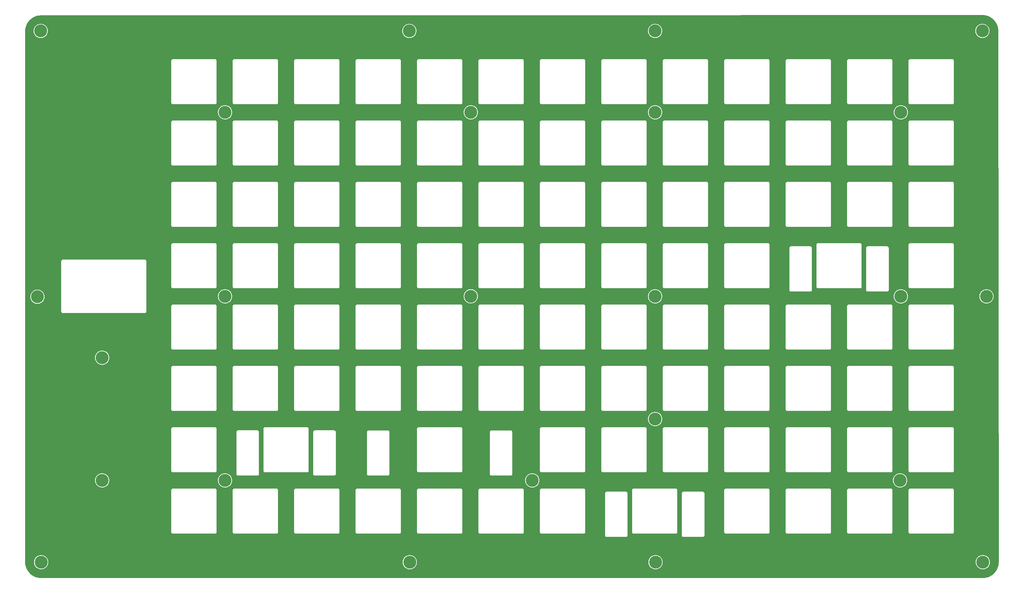
<source format=gbr>
%TF.GenerationSoftware,KiCad,Pcbnew,(6.0.0)*%
%TF.CreationDate,2023-01-05T23:03:01-06:00*%
%TF.ProjectId,Ortholith Top Plate (3D Printed Base),4f727468-6f6c-4697-9468-20546f702050,rev?*%
%TF.SameCoordinates,Original*%
%TF.FileFunction,Copper,L1,Top*%
%TF.FilePolarity,Positive*%
%FSLAX46Y46*%
G04 Gerber Fmt 4.6, Leading zero omitted, Abs format (unit mm)*
G04 Created by KiCad (PCBNEW (6.0.0)) date 2023-01-05 23:03:01*
%MOMM*%
%LPD*%
G01*
G04 APERTURE LIST*
%TA.AperFunction,ComponentPad*%
%ADD10C,0.500000*%
%TD*%
%TA.AperFunction,ComponentPad*%
%ADD11C,4.000000*%
%TD*%
G04 APERTURE END LIST*
D10*
%TO.P,Ref\u002A\u002A,1*%
%TO.N,N/C*%
X354203000Y-136120000D03*
X353143000Y-133560000D03*
X355703000Y-134620000D03*
D11*
X354203000Y-134620000D03*
D10*
X355263000Y-133560000D03*
X354203000Y-133120000D03*
X352703000Y-134620000D03*
X355263000Y-135680000D03*
X353143000Y-135680000D03*
%TD*%
%TO.P,Ref\u002A\u002A,1*%
%TO.N,N/C*%
X59944000Y-136247000D03*
X58884000Y-133687000D03*
X61444000Y-134747000D03*
D11*
X59944000Y-134747000D03*
D10*
X61004000Y-133687000D03*
X59944000Y-133247000D03*
X58444000Y-134747000D03*
X61004000Y-135807000D03*
X58884000Y-135807000D03*
%TD*%
%TO.P,Ref\u002A\u002A,1*%
%TO.N,N/C*%
X175387000Y-218670000D03*
X174327000Y-216110000D03*
X176887000Y-217170000D03*
D11*
X175387000Y-217170000D03*
D10*
X176447000Y-216110000D03*
X175387000Y-215670000D03*
X173887000Y-217170000D03*
X176447000Y-218230000D03*
X174327000Y-218230000D03*
%TD*%
%TO.P,Ref\u002A\u002A,1*%
%TO.N,N/C*%
X251587000Y-218670000D03*
X250527000Y-216110000D03*
X253087000Y-217170000D03*
D11*
X251587000Y-217170000D03*
D10*
X252647000Y-216110000D03*
X251587000Y-215670000D03*
X250087000Y-217170000D03*
X252647000Y-218230000D03*
X250527000Y-218230000D03*
%TD*%
%TO.P,Ref\u002A\u002A,1*%
%TO.N,N/C*%
X61087000Y-218670000D03*
X60027000Y-216110000D03*
X62587000Y-217170000D03*
D11*
X61087000Y-217170000D03*
D10*
X62147000Y-216110000D03*
X61087000Y-215670000D03*
X59587000Y-217170000D03*
X62147000Y-218230000D03*
X60027000Y-218230000D03*
%TD*%
%TO.P,Ref\u002A\u002A,1*%
%TO.N,N/C*%
X353060000Y-218670000D03*
X352000000Y-216110000D03*
X354560000Y-217170000D03*
D11*
X353060000Y-217170000D03*
D10*
X354120000Y-216110000D03*
X353060000Y-215670000D03*
X351560000Y-217170000D03*
X354120000Y-218230000D03*
X352000000Y-218230000D03*
%TD*%
%TO.P,Ref\u002A\u002A,1*%
%TO.N,N/C*%
X251460000Y-53697000D03*
X250400000Y-51137000D03*
X252960000Y-52197000D03*
D11*
X251460000Y-52197000D03*
D10*
X252520000Y-51137000D03*
X251460000Y-50697000D03*
X249960000Y-52197000D03*
X252520000Y-53257000D03*
X250400000Y-53257000D03*
%TD*%
%TO.P,Ref\u002A\u002A,1*%
%TO.N,N/C*%
X175260000Y-53697000D03*
X174200000Y-51137000D03*
X176760000Y-52197000D03*
D11*
X175260000Y-52197000D03*
D10*
X176320000Y-51137000D03*
X175260000Y-50697000D03*
X173760000Y-52197000D03*
X176320000Y-53257000D03*
X174200000Y-53257000D03*
%TD*%
%TO.P,Ref\u002A\u002A,1*%
%TO.N,N/C*%
X351873000Y-53257000D03*
X353993000Y-53257000D03*
X351433000Y-52197000D03*
X352933000Y-50697000D03*
X353993000Y-51137000D03*
D11*
X352933000Y-52197000D03*
D10*
X354433000Y-52197000D03*
X351873000Y-51137000D03*
X352933000Y-53697000D03*
%TD*%
%TO.P,Ref\u002A\u002A,1*%
%TO.N,N/C*%
X60960000Y-53697000D03*
X59900000Y-51137000D03*
X62460000Y-52197000D03*
D11*
X60960000Y-52197000D03*
D10*
X62020000Y-51137000D03*
X60960000Y-50697000D03*
X59460000Y-52197000D03*
X62020000Y-53257000D03*
X59900000Y-53257000D03*
%TD*%
%TO.P,Ref\u002A\u002A,1*%
%TO.N,N/C*%
X251460000Y-136120000D03*
X250400000Y-133560000D03*
X252960000Y-134620000D03*
D11*
X251460000Y-134620000D03*
D10*
X252520000Y-133560000D03*
X251460000Y-133120000D03*
X249960000Y-134620000D03*
X252520000Y-135680000D03*
X250400000Y-135680000D03*
%TD*%
%TO.P,Ref\u002A\u002A,1*%
%TO.N,N/C*%
X327660000Y-136120000D03*
X326600000Y-133560000D03*
X329160000Y-134620000D03*
D11*
X327660000Y-134620000D03*
D10*
X328720000Y-133560000D03*
X327660000Y-133120000D03*
X326160000Y-134620000D03*
X328720000Y-135680000D03*
X326600000Y-135680000D03*
%TD*%
%TO.P,Ref\u002A\u002A,1*%
%TO.N,N/C*%
X327660000Y-78970000D03*
X326600000Y-76410000D03*
X329160000Y-77470000D03*
D11*
X327660000Y-77470000D03*
D10*
X328720000Y-76410000D03*
X327660000Y-75970000D03*
X326160000Y-77470000D03*
X328720000Y-78530000D03*
X326600000Y-78530000D03*
%TD*%
%TO.P,Ref\u002A\u002A,1*%
%TO.N,N/C*%
X251460000Y-78970000D03*
X250400000Y-76410000D03*
X252960000Y-77470000D03*
D11*
X251460000Y-77470000D03*
D10*
X252520000Y-76410000D03*
X251460000Y-75970000D03*
X249960000Y-77470000D03*
X252520000Y-78530000D03*
X250400000Y-78530000D03*
%TD*%
%TO.P,Ref\u002A\u002A,1*%
%TO.N,N/C*%
X194310000Y-78970000D03*
X193250000Y-76410000D03*
X195810000Y-77470000D03*
D11*
X194310000Y-77470000D03*
D10*
X195370000Y-76410000D03*
X194310000Y-75970000D03*
X192810000Y-77470000D03*
X195370000Y-78530000D03*
X193250000Y-78530000D03*
%TD*%
%TO.P,Ref\u002A\u002A,1*%
%TO.N,N/C*%
X194304374Y-136092986D03*
X193244374Y-133532986D03*
X195804374Y-134592986D03*
D11*
X194304374Y-134592986D03*
D10*
X195364374Y-133532986D03*
X194304374Y-133092986D03*
X192804374Y-134592986D03*
X195364374Y-135652986D03*
X193244374Y-135652986D03*
%TD*%
%TO.P,Ref\u002A\u002A,1*%
%TO.N,N/C*%
X118110000Y-78970000D03*
X117050000Y-76410000D03*
X119610000Y-77470000D03*
D11*
X118110000Y-77470000D03*
D10*
X119170000Y-76410000D03*
X118110000Y-75970000D03*
X116610000Y-77470000D03*
X119170000Y-78530000D03*
X117050000Y-78530000D03*
%TD*%
%TO.P,Ref\u002A\u002A,1*%
%TO.N,N/C*%
X118110000Y-136120000D03*
X117050000Y-133560000D03*
X119610000Y-134620000D03*
D11*
X118110000Y-134620000D03*
D10*
X119170000Y-133560000D03*
X118110000Y-133120000D03*
X116610000Y-134620000D03*
X119170000Y-135680000D03*
X117050000Y-135680000D03*
%TD*%
%TO.P,Ref\u002A\u002A,1*%
%TO.N,N/C*%
X251460000Y-174220000D03*
X250400000Y-171660000D03*
X252960000Y-172720000D03*
D11*
X251460000Y-172720000D03*
D10*
X252520000Y-171660000D03*
X251460000Y-171220000D03*
X249960000Y-172720000D03*
X252520000Y-173780000D03*
X250400000Y-173780000D03*
%TD*%
%TO.P,Ref\u002A\u002A,1*%
%TO.N,N/C*%
X327406000Y-193270000D03*
X326346000Y-190710000D03*
X328906000Y-191770000D03*
D11*
X327406000Y-191770000D03*
D10*
X328466000Y-190710000D03*
X327406000Y-190270000D03*
X325906000Y-191770000D03*
X328466000Y-192830000D03*
X326346000Y-192830000D03*
%TD*%
%TO.P,Ref\u002A\u002A,1*%
%TO.N,N/C*%
X213360000Y-193270000D03*
X212300000Y-190710000D03*
X214860000Y-191770000D03*
D11*
X213360000Y-191770000D03*
D10*
X214420000Y-190710000D03*
X213360000Y-190270000D03*
X211860000Y-191770000D03*
X214420000Y-192830000D03*
X212300000Y-192830000D03*
%TD*%
%TO.P,Ref\u002A\u002A,1*%
%TO.N,N/C*%
X118110000Y-193270000D03*
X117050000Y-190710000D03*
X119610000Y-191770000D03*
D11*
X118110000Y-191770000D03*
D10*
X119170000Y-190710000D03*
X118110000Y-190270000D03*
X116610000Y-191770000D03*
X119170000Y-192830000D03*
X117050000Y-192830000D03*
%TD*%
%TO.P,Ref\u002A\u002A,1*%
%TO.N,N/C*%
X80010000Y-193270000D03*
X78950000Y-190710000D03*
X81510000Y-191770000D03*
D11*
X80010000Y-191770000D03*
D10*
X81070000Y-190710000D03*
X80010000Y-190270000D03*
X78510000Y-191770000D03*
X81070000Y-192830000D03*
X78950000Y-192830000D03*
%TD*%
D11*
%TO.P,Ref\u002A\u002A,1*%
%TO.N,N/C*%
X80010000Y-153670000D03*
D10*
X81510000Y-153670000D03*
X78510000Y-153670000D03*
X80010000Y-155170000D03*
X80010000Y-152170000D03*
X81070000Y-154730000D03*
X78950000Y-154730000D03*
X78950000Y-152610000D03*
X81070000Y-152610000D03*
%TD*%
%TA.AperFunction,NonConductor*%
G36*
X352931056Y-47254019D02*
G01*
X352933000Y-47254824D01*
X352934752Y-47254099D01*
X352935754Y-47254121D01*
X353358316Y-47272570D01*
X353369265Y-47273528D01*
X353785889Y-47328377D01*
X353796715Y-47330286D01*
X354206974Y-47421239D01*
X354217591Y-47424084D01*
X354402407Y-47482356D01*
X354618363Y-47550446D01*
X354628676Y-47554199D01*
X355016934Y-47715022D01*
X355026879Y-47719660D01*
X355243110Y-47832222D01*
X355399617Y-47913694D01*
X355409137Y-47919190D01*
X355763543Y-48144972D01*
X355772547Y-48151276D01*
X356085614Y-48391500D01*
X356105940Y-48407097D01*
X356114357Y-48414161D01*
X356409148Y-48684286D01*
X356424173Y-48698054D01*
X356431942Y-48705823D01*
X356514235Y-48795630D01*
X356715837Y-49015640D01*
X356722903Y-49024060D01*
X356978724Y-49357453D01*
X356985028Y-49366457D01*
X357210810Y-49720863D01*
X357216305Y-49730382D01*
X357391076Y-50066113D01*
X357410336Y-50103112D01*
X357414978Y-50113066D01*
X357488067Y-50289516D01*
X357575798Y-50501316D01*
X357579554Y-50511637D01*
X357591597Y-50549831D01*
X357705916Y-50912409D01*
X357708761Y-50923026D01*
X357799714Y-51333285D01*
X357801623Y-51344111D01*
X357856472Y-51760735D01*
X357857430Y-51771685D01*
X357875882Y-52194296D01*
X357875903Y-52195243D01*
X357875176Y-52197000D01*
X357875986Y-52198955D01*
X357876002Y-52199674D01*
X357941021Y-136658683D01*
X358002998Y-217167184D01*
X358002979Y-217168061D01*
X358002176Y-217170000D01*
X358002900Y-217171749D01*
X358002878Y-217172777D01*
X357984430Y-217595315D01*
X357983472Y-217606265D01*
X357928623Y-218022889D01*
X357926714Y-218033715D01*
X357835761Y-218443974D01*
X357832916Y-218454591D01*
X357706557Y-218855355D01*
X357702801Y-218865676D01*
X357561271Y-219207359D01*
X357541982Y-219253926D01*
X357537340Y-219263879D01*
X357479520Y-219374952D01*
X357343306Y-219636617D01*
X357337810Y-219646137D01*
X357112028Y-220000543D01*
X357105724Y-220009547D01*
X356849903Y-220342940D01*
X356842837Y-220351360D01*
X356558946Y-220661173D01*
X356551177Y-220668942D01*
X356241360Y-220952837D01*
X356232943Y-220959900D01*
X356066243Y-221087814D01*
X355899547Y-221215724D01*
X355890543Y-221222028D01*
X355536137Y-221447810D01*
X355526618Y-221453305D01*
X355153879Y-221647340D01*
X355143934Y-221651978D01*
X354755676Y-221812801D01*
X354745363Y-221816554D01*
X354529407Y-221884644D01*
X354344591Y-221942916D01*
X354333974Y-221945761D01*
X353923715Y-222036714D01*
X353912889Y-222038623D01*
X353496265Y-222093472D01*
X353485316Y-222094430D01*
X353087058Y-222111818D01*
X353062739Y-222112880D01*
X353061753Y-222112902D01*
X353060000Y-222112176D01*
X353058053Y-222112982D01*
X353057243Y-222113000D01*
X61089757Y-222113000D01*
X61088947Y-222112982D01*
X61087000Y-222112176D01*
X61085247Y-222112902D01*
X61084261Y-222112880D01*
X61059942Y-222111818D01*
X60661684Y-222094430D01*
X60650735Y-222093472D01*
X60234111Y-222038623D01*
X60223285Y-222036714D01*
X59813026Y-221945761D01*
X59802409Y-221942916D01*
X59617593Y-221884644D01*
X59401637Y-221816554D01*
X59391324Y-221812801D01*
X59003066Y-221651978D01*
X58993121Y-221647340D01*
X58620382Y-221453305D01*
X58610863Y-221447810D01*
X58256457Y-221222028D01*
X58247453Y-221215724D01*
X58080756Y-221087813D01*
X57914057Y-220959900D01*
X57905640Y-220952837D01*
X57595823Y-220668942D01*
X57588054Y-220661173D01*
X57304163Y-220351360D01*
X57297097Y-220342940D01*
X57041276Y-220009547D01*
X57034972Y-220000543D01*
X56809190Y-219646137D01*
X56803694Y-219636617D01*
X56667480Y-219374952D01*
X56609660Y-219263879D01*
X56605018Y-219253926D01*
X56585730Y-219207359D01*
X56444199Y-218865676D01*
X56440443Y-218855355D01*
X56314084Y-218454591D01*
X56311239Y-218443974D01*
X56220286Y-218033715D01*
X56218377Y-218022889D01*
X56163528Y-217606265D01*
X56162570Y-217595315D01*
X56144120Y-217172739D01*
X56144098Y-217171753D01*
X56144824Y-217170000D01*
X58881778Y-217170000D01*
X58900644Y-217457839D01*
X58901448Y-217461879D01*
X58901448Y-217461882D01*
X58930168Y-217606265D01*
X58956919Y-217740753D01*
X59049641Y-218013902D01*
X59051462Y-218017595D01*
X59051463Y-218017597D01*
X59059412Y-218033715D01*
X59177222Y-218272611D01*
X59179516Y-218276044D01*
X59295311Y-218449343D01*
X59337480Y-218512454D01*
X59340194Y-218515548D01*
X59340198Y-218515554D01*
X59524964Y-218726238D01*
X59527673Y-218729327D01*
X59530762Y-218732036D01*
X59741446Y-218916802D01*
X59741452Y-218916806D01*
X59744546Y-218919520D01*
X59747972Y-218921809D01*
X59747977Y-218921813D01*
X59927567Y-219041811D01*
X59984389Y-219079778D01*
X59988088Y-219081602D01*
X59988093Y-219081605D01*
X60239403Y-219205537D01*
X60243098Y-219207359D01*
X60246996Y-219208682D01*
X60246998Y-219208683D01*
X60512337Y-219298754D01*
X60512341Y-219298755D01*
X60516247Y-219300081D01*
X60520291Y-219300885D01*
X60520297Y-219300887D01*
X60795118Y-219355552D01*
X60795121Y-219355552D01*
X60799161Y-219356356D01*
X60803272Y-219356625D01*
X60803276Y-219356626D01*
X61082881Y-219374952D01*
X61087000Y-219375222D01*
X61091119Y-219374952D01*
X61370724Y-219356626D01*
X61370728Y-219356625D01*
X61374839Y-219356356D01*
X61378879Y-219355552D01*
X61378882Y-219355552D01*
X61653703Y-219300887D01*
X61653709Y-219300885D01*
X61657753Y-219300081D01*
X61661659Y-219298755D01*
X61661663Y-219298754D01*
X61927002Y-219208683D01*
X61927004Y-219208682D01*
X61930902Y-219207359D01*
X61934597Y-219205537D01*
X62185907Y-219081605D01*
X62185912Y-219081602D01*
X62189611Y-219079778D01*
X62246433Y-219041811D01*
X62426023Y-218921813D01*
X62426028Y-218921809D01*
X62429454Y-218919520D01*
X62432548Y-218916806D01*
X62432554Y-218916802D01*
X62643238Y-218732036D01*
X62646327Y-218729327D01*
X62649036Y-218726238D01*
X62833802Y-218515554D01*
X62833806Y-218515548D01*
X62836520Y-218512454D01*
X62878690Y-218449343D01*
X62994484Y-218276044D01*
X62996778Y-218272611D01*
X63114589Y-218033715D01*
X63122537Y-218017597D01*
X63122538Y-218017595D01*
X63124359Y-218013902D01*
X63217081Y-217740753D01*
X63243833Y-217606265D01*
X63272552Y-217461882D01*
X63272552Y-217461879D01*
X63273356Y-217457839D01*
X63292222Y-217170000D01*
X173181778Y-217170000D01*
X173200644Y-217457839D01*
X173201448Y-217461879D01*
X173201448Y-217461882D01*
X173230168Y-217606265D01*
X173256919Y-217740753D01*
X173349641Y-218013902D01*
X173351462Y-218017595D01*
X173351463Y-218017597D01*
X173359412Y-218033715D01*
X173477222Y-218272611D01*
X173479516Y-218276044D01*
X173595311Y-218449343D01*
X173637480Y-218512454D01*
X173640194Y-218515548D01*
X173640198Y-218515554D01*
X173824964Y-218726238D01*
X173827673Y-218729327D01*
X173830762Y-218732036D01*
X174041446Y-218916802D01*
X174041452Y-218916806D01*
X174044546Y-218919520D01*
X174047972Y-218921809D01*
X174047977Y-218921813D01*
X174227567Y-219041811D01*
X174284389Y-219079778D01*
X174288088Y-219081602D01*
X174288093Y-219081605D01*
X174539403Y-219205537D01*
X174543098Y-219207359D01*
X174546996Y-219208682D01*
X174546998Y-219208683D01*
X174812337Y-219298754D01*
X174812341Y-219298755D01*
X174816247Y-219300081D01*
X174820291Y-219300885D01*
X174820297Y-219300887D01*
X175095118Y-219355552D01*
X175095121Y-219355552D01*
X175099161Y-219356356D01*
X175103272Y-219356625D01*
X175103276Y-219356626D01*
X175382881Y-219374952D01*
X175387000Y-219375222D01*
X175391119Y-219374952D01*
X175670724Y-219356626D01*
X175670728Y-219356625D01*
X175674839Y-219356356D01*
X175678879Y-219355552D01*
X175678882Y-219355552D01*
X175953703Y-219300887D01*
X175953709Y-219300885D01*
X175957753Y-219300081D01*
X175961659Y-219298755D01*
X175961663Y-219298754D01*
X176227002Y-219208683D01*
X176227004Y-219208682D01*
X176230902Y-219207359D01*
X176234597Y-219205537D01*
X176485907Y-219081605D01*
X176485912Y-219081602D01*
X176489611Y-219079778D01*
X176546433Y-219041811D01*
X176726023Y-218921813D01*
X176726028Y-218921809D01*
X176729454Y-218919520D01*
X176732548Y-218916806D01*
X176732554Y-218916802D01*
X176943238Y-218732036D01*
X176946327Y-218729327D01*
X176949036Y-218726238D01*
X177133802Y-218515554D01*
X177133806Y-218515548D01*
X177136520Y-218512454D01*
X177178690Y-218449343D01*
X177294484Y-218276044D01*
X177296778Y-218272611D01*
X177414589Y-218033715D01*
X177422537Y-218017597D01*
X177422538Y-218017595D01*
X177424359Y-218013902D01*
X177517081Y-217740753D01*
X177543833Y-217606265D01*
X177572552Y-217461882D01*
X177572552Y-217461879D01*
X177573356Y-217457839D01*
X177592222Y-217170000D01*
X249381778Y-217170000D01*
X249400644Y-217457839D01*
X249401448Y-217461879D01*
X249401448Y-217461882D01*
X249430168Y-217606265D01*
X249456919Y-217740753D01*
X249549641Y-218013902D01*
X249551462Y-218017595D01*
X249551463Y-218017597D01*
X249559412Y-218033715D01*
X249677222Y-218272611D01*
X249679516Y-218276044D01*
X249795311Y-218449343D01*
X249837480Y-218512454D01*
X249840194Y-218515548D01*
X249840198Y-218515554D01*
X250024964Y-218726238D01*
X250027673Y-218729327D01*
X250030762Y-218732036D01*
X250241446Y-218916802D01*
X250241452Y-218916806D01*
X250244546Y-218919520D01*
X250247972Y-218921809D01*
X250247977Y-218921813D01*
X250427567Y-219041811D01*
X250484389Y-219079778D01*
X250488088Y-219081602D01*
X250488093Y-219081605D01*
X250739403Y-219205537D01*
X250743098Y-219207359D01*
X250746996Y-219208682D01*
X250746998Y-219208683D01*
X251012337Y-219298754D01*
X251012341Y-219298755D01*
X251016247Y-219300081D01*
X251020291Y-219300885D01*
X251020297Y-219300887D01*
X251295118Y-219355552D01*
X251295121Y-219355552D01*
X251299161Y-219356356D01*
X251303272Y-219356625D01*
X251303276Y-219356626D01*
X251582881Y-219374952D01*
X251587000Y-219375222D01*
X251591119Y-219374952D01*
X251870724Y-219356626D01*
X251870728Y-219356625D01*
X251874839Y-219356356D01*
X251878879Y-219355552D01*
X251878882Y-219355552D01*
X252153703Y-219300887D01*
X252153709Y-219300885D01*
X252157753Y-219300081D01*
X252161659Y-219298755D01*
X252161663Y-219298754D01*
X252427002Y-219208683D01*
X252427004Y-219208682D01*
X252430902Y-219207359D01*
X252434597Y-219205537D01*
X252685907Y-219081605D01*
X252685912Y-219081602D01*
X252689611Y-219079778D01*
X252746433Y-219041811D01*
X252926023Y-218921813D01*
X252926028Y-218921809D01*
X252929454Y-218919520D01*
X252932548Y-218916806D01*
X252932554Y-218916802D01*
X253143238Y-218732036D01*
X253146327Y-218729327D01*
X253149036Y-218726238D01*
X253333802Y-218515554D01*
X253333806Y-218515548D01*
X253336520Y-218512454D01*
X253378690Y-218449343D01*
X253494484Y-218276044D01*
X253496778Y-218272611D01*
X253614589Y-218033715D01*
X253622537Y-218017597D01*
X253622538Y-218017595D01*
X253624359Y-218013902D01*
X253717081Y-217740753D01*
X253743833Y-217606265D01*
X253772552Y-217461882D01*
X253772552Y-217461879D01*
X253773356Y-217457839D01*
X253792222Y-217170000D01*
X350854778Y-217170000D01*
X350873644Y-217457839D01*
X350874448Y-217461879D01*
X350874448Y-217461882D01*
X350903168Y-217606265D01*
X350929919Y-217740753D01*
X351022641Y-218013902D01*
X351024462Y-218017595D01*
X351024463Y-218017597D01*
X351032412Y-218033715D01*
X351150222Y-218272611D01*
X351152516Y-218276044D01*
X351268311Y-218449343D01*
X351310480Y-218512454D01*
X351313194Y-218515548D01*
X351313198Y-218515554D01*
X351497964Y-218726238D01*
X351500673Y-218729327D01*
X351503762Y-218732036D01*
X351714446Y-218916802D01*
X351714452Y-218916806D01*
X351717546Y-218919520D01*
X351720972Y-218921809D01*
X351720977Y-218921813D01*
X351900567Y-219041811D01*
X351957389Y-219079778D01*
X351961088Y-219081602D01*
X351961093Y-219081605D01*
X352212403Y-219205537D01*
X352216098Y-219207359D01*
X352219996Y-219208682D01*
X352219998Y-219208683D01*
X352485337Y-219298754D01*
X352485341Y-219298755D01*
X352489247Y-219300081D01*
X352493291Y-219300885D01*
X352493297Y-219300887D01*
X352768118Y-219355552D01*
X352768121Y-219355552D01*
X352772161Y-219356356D01*
X352776272Y-219356625D01*
X352776276Y-219356626D01*
X353055881Y-219374952D01*
X353060000Y-219375222D01*
X353064119Y-219374952D01*
X353343724Y-219356626D01*
X353343728Y-219356625D01*
X353347839Y-219356356D01*
X353351879Y-219355552D01*
X353351882Y-219355552D01*
X353626703Y-219300887D01*
X353626709Y-219300885D01*
X353630753Y-219300081D01*
X353634659Y-219298755D01*
X353634663Y-219298754D01*
X353900002Y-219208683D01*
X353900004Y-219208682D01*
X353903902Y-219207359D01*
X353907597Y-219205537D01*
X354158907Y-219081605D01*
X354158912Y-219081602D01*
X354162611Y-219079778D01*
X354219433Y-219041811D01*
X354399023Y-218921813D01*
X354399028Y-218921809D01*
X354402454Y-218919520D01*
X354405548Y-218916806D01*
X354405554Y-218916802D01*
X354616238Y-218732036D01*
X354619327Y-218729327D01*
X354622036Y-218726238D01*
X354806802Y-218515554D01*
X354806806Y-218515548D01*
X354809520Y-218512454D01*
X354851690Y-218449343D01*
X354967484Y-218276044D01*
X354969778Y-218272611D01*
X355087589Y-218033715D01*
X355095537Y-218017597D01*
X355095538Y-218017595D01*
X355097359Y-218013902D01*
X355190081Y-217740753D01*
X355216833Y-217606265D01*
X355245552Y-217461882D01*
X355245552Y-217461879D01*
X355246356Y-217457839D01*
X355265222Y-217170000D01*
X355246356Y-216882161D01*
X355190081Y-216599247D01*
X355097359Y-216326098D01*
X354969778Y-216067389D01*
X354809520Y-215827546D01*
X354806806Y-215824452D01*
X354806802Y-215824446D01*
X354622036Y-215613762D01*
X354619327Y-215610673D01*
X354616238Y-215607964D01*
X354405554Y-215423198D01*
X354405548Y-215423194D01*
X354402454Y-215420480D01*
X354399028Y-215418191D01*
X354399023Y-215418187D01*
X354166044Y-215262516D01*
X354162611Y-215260222D01*
X354158912Y-215258398D01*
X354158907Y-215258395D01*
X353907597Y-215134463D01*
X353907595Y-215134462D01*
X353903902Y-215132641D01*
X353900002Y-215131317D01*
X353634663Y-215041246D01*
X353634659Y-215041245D01*
X353630753Y-215039919D01*
X353626709Y-215039115D01*
X353626703Y-215039113D01*
X353351882Y-214984448D01*
X353351879Y-214984448D01*
X353347839Y-214983644D01*
X353343728Y-214983375D01*
X353343724Y-214983374D01*
X353064119Y-214965048D01*
X353060000Y-214964778D01*
X353055881Y-214965048D01*
X352776276Y-214983374D01*
X352776272Y-214983375D01*
X352772161Y-214983644D01*
X352768121Y-214984448D01*
X352768118Y-214984448D01*
X352493297Y-215039113D01*
X352493291Y-215039115D01*
X352489247Y-215039919D01*
X352485341Y-215041245D01*
X352485337Y-215041246D01*
X352219998Y-215131317D01*
X352216098Y-215132641D01*
X352212405Y-215134462D01*
X352212403Y-215134463D01*
X351961093Y-215258395D01*
X351961088Y-215258398D01*
X351957389Y-215260222D01*
X351953956Y-215262516D01*
X351720977Y-215418187D01*
X351720972Y-215418191D01*
X351717546Y-215420480D01*
X351714452Y-215423194D01*
X351714446Y-215423198D01*
X351503762Y-215607964D01*
X351500673Y-215610673D01*
X351497964Y-215613762D01*
X351313198Y-215824446D01*
X351313194Y-215824452D01*
X351310480Y-215827546D01*
X351150222Y-216067389D01*
X351022641Y-216326098D01*
X350929919Y-216599247D01*
X350873644Y-216882161D01*
X350854778Y-217170000D01*
X253792222Y-217170000D01*
X253773356Y-216882161D01*
X253717081Y-216599247D01*
X253624359Y-216326098D01*
X253496778Y-216067389D01*
X253336520Y-215827546D01*
X253333806Y-215824452D01*
X253333802Y-215824446D01*
X253149036Y-215613762D01*
X253146327Y-215610673D01*
X253143238Y-215607964D01*
X252932554Y-215423198D01*
X252932548Y-215423194D01*
X252929454Y-215420480D01*
X252926028Y-215418191D01*
X252926023Y-215418187D01*
X252693044Y-215262516D01*
X252689611Y-215260222D01*
X252685912Y-215258398D01*
X252685907Y-215258395D01*
X252434597Y-215134463D01*
X252434595Y-215134462D01*
X252430902Y-215132641D01*
X252427002Y-215131317D01*
X252161663Y-215041246D01*
X252161659Y-215041245D01*
X252157753Y-215039919D01*
X252153709Y-215039115D01*
X252153703Y-215039113D01*
X251878882Y-214984448D01*
X251878879Y-214984448D01*
X251874839Y-214983644D01*
X251870728Y-214983375D01*
X251870724Y-214983374D01*
X251591119Y-214965048D01*
X251587000Y-214964778D01*
X251582881Y-214965048D01*
X251303276Y-214983374D01*
X251303272Y-214983375D01*
X251299161Y-214983644D01*
X251295121Y-214984448D01*
X251295118Y-214984448D01*
X251020297Y-215039113D01*
X251020291Y-215039115D01*
X251016247Y-215039919D01*
X251012341Y-215041245D01*
X251012337Y-215041246D01*
X250746998Y-215131317D01*
X250743098Y-215132641D01*
X250739405Y-215134462D01*
X250739403Y-215134463D01*
X250488093Y-215258395D01*
X250488088Y-215258398D01*
X250484389Y-215260222D01*
X250480956Y-215262516D01*
X250247977Y-215418187D01*
X250247972Y-215418191D01*
X250244546Y-215420480D01*
X250241452Y-215423194D01*
X250241446Y-215423198D01*
X250030762Y-215607964D01*
X250027673Y-215610673D01*
X250024964Y-215613762D01*
X249840198Y-215824446D01*
X249840194Y-215824452D01*
X249837480Y-215827546D01*
X249677222Y-216067389D01*
X249549641Y-216326098D01*
X249456919Y-216599247D01*
X249400644Y-216882161D01*
X249381778Y-217170000D01*
X177592222Y-217170000D01*
X177573356Y-216882161D01*
X177517081Y-216599247D01*
X177424359Y-216326098D01*
X177296778Y-216067389D01*
X177136520Y-215827546D01*
X177133806Y-215824452D01*
X177133802Y-215824446D01*
X176949036Y-215613762D01*
X176946327Y-215610673D01*
X176943238Y-215607964D01*
X176732554Y-215423198D01*
X176732548Y-215423194D01*
X176729454Y-215420480D01*
X176726028Y-215418191D01*
X176726023Y-215418187D01*
X176493044Y-215262516D01*
X176489611Y-215260222D01*
X176485912Y-215258398D01*
X176485907Y-215258395D01*
X176234597Y-215134463D01*
X176234595Y-215134462D01*
X176230902Y-215132641D01*
X176227002Y-215131317D01*
X175961663Y-215041246D01*
X175961659Y-215041245D01*
X175957753Y-215039919D01*
X175953709Y-215039115D01*
X175953703Y-215039113D01*
X175678882Y-214984448D01*
X175678879Y-214984448D01*
X175674839Y-214983644D01*
X175670728Y-214983375D01*
X175670724Y-214983374D01*
X175391119Y-214965048D01*
X175387000Y-214964778D01*
X175382881Y-214965048D01*
X175103276Y-214983374D01*
X175103272Y-214983375D01*
X175099161Y-214983644D01*
X175095121Y-214984448D01*
X175095118Y-214984448D01*
X174820297Y-215039113D01*
X174820291Y-215039115D01*
X174816247Y-215039919D01*
X174812341Y-215041245D01*
X174812337Y-215041246D01*
X174546998Y-215131317D01*
X174543098Y-215132641D01*
X174539405Y-215134462D01*
X174539403Y-215134463D01*
X174288093Y-215258395D01*
X174288088Y-215258398D01*
X174284389Y-215260222D01*
X174280956Y-215262516D01*
X174047977Y-215418187D01*
X174047972Y-215418191D01*
X174044546Y-215420480D01*
X174041452Y-215423194D01*
X174041446Y-215423198D01*
X173830762Y-215607964D01*
X173827673Y-215610673D01*
X173824964Y-215613762D01*
X173640198Y-215824446D01*
X173640194Y-215824452D01*
X173637480Y-215827546D01*
X173477222Y-216067389D01*
X173349641Y-216326098D01*
X173256919Y-216599247D01*
X173200644Y-216882161D01*
X173181778Y-217170000D01*
X63292222Y-217170000D01*
X63273356Y-216882161D01*
X63217081Y-216599247D01*
X63124359Y-216326098D01*
X62996778Y-216067389D01*
X62836520Y-215827546D01*
X62833806Y-215824452D01*
X62833802Y-215824446D01*
X62649036Y-215613762D01*
X62646327Y-215610673D01*
X62643238Y-215607964D01*
X62432554Y-215423198D01*
X62432548Y-215423194D01*
X62429454Y-215420480D01*
X62426028Y-215418191D01*
X62426023Y-215418187D01*
X62193044Y-215262516D01*
X62189611Y-215260222D01*
X62185912Y-215258398D01*
X62185907Y-215258395D01*
X61934597Y-215134463D01*
X61934595Y-215134462D01*
X61930902Y-215132641D01*
X61927002Y-215131317D01*
X61661663Y-215041246D01*
X61661659Y-215041245D01*
X61657753Y-215039919D01*
X61653709Y-215039115D01*
X61653703Y-215039113D01*
X61378882Y-214984448D01*
X61378879Y-214984448D01*
X61374839Y-214983644D01*
X61370728Y-214983375D01*
X61370724Y-214983374D01*
X61091119Y-214965048D01*
X61087000Y-214964778D01*
X61082881Y-214965048D01*
X60803276Y-214983374D01*
X60803272Y-214983375D01*
X60799161Y-214983644D01*
X60795121Y-214984448D01*
X60795118Y-214984448D01*
X60520297Y-215039113D01*
X60520291Y-215039115D01*
X60516247Y-215039919D01*
X60512341Y-215041245D01*
X60512337Y-215041246D01*
X60246998Y-215131317D01*
X60243098Y-215132641D01*
X60239405Y-215134462D01*
X60239403Y-215134463D01*
X59988093Y-215258395D01*
X59988088Y-215258398D01*
X59984389Y-215260222D01*
X59980956Y-215262516D01*
X59747977Y-215418187D01*
X59747972Y-215418191D01*
X59744546Y-215420480D01*
X59741452Y-215423194D01*
X59741446Y-215423198D01*
X59530762Y-215607964D01*
X59527673Y-215610673D01*
X59524964Y-215613762D01*
X59340198Y-215824446D01*
X59340194Y-215824452D01*
X59337480Y-215827546D01*
X59177222Y-216067389D01*
X59049641Y-216326098D01*
X58956919Y-216599247D01*
X58900644Y-216882161D01*
X58881778Y-217170000D01*
X56144824Y-217170000D01*
X56144018Y-217168053D01*
X56144000Y-217167243D01*
X56144000Y-208793018D01*
X235912613Y-208793018D01*
X235912893Y-208795079D01*
X235913523Y-208795008D01*
X235926391Y-208909212D01*
X235964349Y-209017689D01*
X236025493Y-209115000D01*
X236106758Y-209196265D01*
X236204069Y-209257409D01*
X236210745Y-209259745D01*
X236210747Y-209259746D01*
X236305867Y-209293030D01*
X236312546Y-209295367D01*
X236319575Y-209296159D01*
X236426750Y-209308235D01*
X236426694Y-209308732D01*
X236428740Y-209308962D01*
X236428740Y-209305008D01*
X242424760Y-209305008D01*
X242424760Y-209309145D01*
X242426821Y-209308865D01*
X242426750Y-209308235D01*
X242540954Y-209295367D01*
X242547633Y-209293030D01*
X242642753Y-209259746D01*
X242642755Y-209259745D01*
X242649431Y-209257409D01*
X242746742Y-209196265D01*
X242828007Y-209115000D01*
X242889151Y-209017689D01*
X242927109Y-208909212D01*
X242939977Y-208795008D01*
X242940474Y-208795064D01*
X242940704Y-208793018D01*
X259725113Y-208793018D01*
X259725393Y-208795079D01*
X259726023Y-208795008D01*
X259738891Y-208909212D01*
X259776849Y-209017689D01*
X259837993Y-209115000D01*
X259919258Y-209196265D01*
X260016569Y-209257409D01*
X260023245Y-209259745D01*
X260023247Y-209259746D01*
X260118367Y-209293030D01*
X260125046Y-209295367D01*
X260132075Y-209296159D01*
X260239250Y-209308235D01*
X260239194Y-209308732D01*
X260241240Y-209308962D01*
X260241240Y-209305008D01*
X266237260Y-209305008D01*
X266237260Y-209309145D01*
X266239321Y-209308865D01*
X266239250Y-209308235D01*
X266353454Y-209295367D01*
X266360133Y-209293030D01*
X266455253Y-209259746D01*
X266455255Y-209259745D01*
X266461931Y-209257409D01*
X266559242Y-209196265D01*
X266640507Y-209115000D01*
X266701651Y-209017689D01*
X266739609Y-208909212D01*
X266752477Y-208795008D01*
X266752974Y-208795064D01*
X266753204Y-208793018D01*
X266749250Y-208793018D01*
X266749250Y-207784934D01*
X272893863Y-207784934D01*
X272894143Y-207786995D01*
X272894773Y-207786924D01*
X272907641Y-207901128D01*
X272945599Y-208009605D01*
X273006743Y-208106916D01*
X273088008Y-208188181D01*
X273093994Y-208191942D01*
X273093995Y-208191943D01*
X273106848Y-208200019D01*
X273185319Y-208249325D01*
X273191995Y-208251661D01*
X273191997Y-208251662D01*
X273286703Y-208284801D01*
X273293796Y-208287283D01*
X273300825Y-208288075D01*
X273408000Y-208300151D01*
X273407941Y-208300674D01*
X273409982Y-208300904D01*
X273409985Y-208296926D01*
X286406006Y-208305998D01*
X286406003Y-208310111D01*
X286408068Y-208309830D01*
X286408000Y-208309227D01*
X286522204Y-208296359D01*
X286531741Y-208293022D01*
X286624003Y-208260738D01*
X286624005Y-208260737D01*
X286630681Y-208258401D01*
X286727992Y-208197257D01*
X286809257Y-208115992D01*
X286870401Y-208018681D01*
X286908359Y-207910204D01*
X286921227Y-207796000D01*
X286921724Y-207796056D01*
X286921954Y-207794010D01*
X286918000Y-207794010D01*
X286918000Y-207784934D01*
X291943863Y-207784934D01*
X291944143Y-207786995D01*
X291944773Y-207786924D01*
X291957641Y-207901128D01*
X291995599Y-208009605D01*
X292056743Y-208106916D01*
X292138008Y-208188181D01*
X292143994Y-208191942D01*
X292143995Y-208191943D01*
X292156848Y-208200019D01*
X292235319Y-208249325D01*
X292241995Y-208251661D01*
X292241997Y-208251662D01*
X292336703Y-208284801D01*
X292343796Y-208287283D01*
X292350825Y-208288075D01*
X292458000Y-208300151D01*
X292457941Y-208300674D01*
X292459982Y-208300904D01*
X292459985Y-208296926D01*
X305456006Y-208305998D01*
X305456003Y-208310111D01*
X305458068Y-208309830D01*
X305458000Y-208309227D01*
X305572204Y-208296359D01*
X305581741Y-208293022D01*
X305674003Y-208260738D01*
X305674005Y-208260737D01*
X305680681Y-208258401D01*
X305777992Y-208197257D01*
X305859257Y-208115992D01*
X305920401Y-208018681D01*
X305958359Y-207910204D01*
X305971227Y-207796000D01*
X305971724Y-207796056D01*
X305971954Y-207794010D01*
X305968000Y-207794010D01*
X305968000Y-207784934D01*
X310993863Y-207784934D01*
X310994143Y-207786995D01*
X310994773Y-207786924D01*
X311007641Y-207901128D01*
X311045599Y-208009605D01*
X311106743Y-208106916D01*
X311188008Y-208188181D01*
X311193994Y-208191942D01*
X311193995Y-208191943D01*
X311206848Y-208200019D01*
X311285319Y-208249325D01*
X311291995Y-208251661D01*
X311291997Y-208251662D01*
X311386703Y-208284801D01*
X311393796Y-208287283D01*
X311400825Y-208288075D01*
X311508000Y-208300151D01*
X311507941Y-208300674D01*
X311509982Y-208300904D01*
X311509985Y-208296926D01*
X324506006Y-208305998D01*
X324506003Y-208310111D01*
X324508068Y-208309830D01*
X324508000Y-208309227D01*
X324622204Y-208296359D01*
X324631741Y-208293022D01*
X324724003Y-208260738D01*
X324724005Y-208260737D01*
X324730681Y-208258401D01*
X324827992Y-208197257D01*
X324909257Y-208115992D01*
X324970401Y-208018681D01*
X325008359Y-207910204D01*
X325021227Y-207796000D01*
X325021724Y-207796056D01*
X325021954Y-207794010D01*
X325018000Y-207794010D01*
X325018000Y-207784934D01*
X330043863Y-207784934D01*
X330044143Y-207786995D01*
X330044773Y-207786924D01*
X330057641Y-207901128D01*
X330095599Y-208009605D01*
X330156743Y-208106916D01*
X330238008Y-208188181D01*
X330243994Y-208191942D01*
X330243995Y-208191943D01*
X330256848Y-208200019D01*
X330335319Y-208249325D01*
X330341995Y-208251661D01*
X330341997Y-208251662D01*
X330436703Y-208284801D01*
X330443796Y-208287283D01*
X330450825Y-208288075D01*
X330558000Y-208300151D01*
X330557941Y-208300674D01*
X330559982Y-208300904D01*
X330559985Y-208296926D01*
X343556006Y-208305998D01*
X343556003Y-208310111D01*
X343558068Y-208309830D01*
X343558000Y-208309227D01*
X343672204Y-208296359D01*
X343681741Y-208293022D01*
X343774003Y-208260738D01*
X343774005Y-208260737D01*
X343780681Y-208258401D01*
X343877992Y-208197257D01*
X343959257Y-208115992D01*
X344020401Y-208018681D01*
X344058359Y-207910204D01*
X344071227Y-207796000D01*
X344071724Y-207796056D01*
X344071954Y-207794010D01*
X344068000Y-207794010D01*
X344068000Y-194797990D01*
X344072137Y-194797990D01*
X344071857Y-194795929D01*
X344071227Y-194796000D01*
X344059151Y-194688825D01*
X344058359Y-194681796D01*
X344020401Y-194573319D01*
X343959257Y-194476008D01*
X343877992Y-194394743D01*
X343780681Y-194333599D01*
X343774005Y-194331263D01*
X343774003Y-194331262D01*
X343678883Y-194297978D01*
X343678882Y-194297978D01*
X343672204Y-194295641D01*
X343558000Y-194282773D01*
X343558056Y-194282276D01*
X343556010Y-194282046D01*
X343556010Y-194286000D01*
X330559990Y-194286000D01*
X330559990Y-194281863D01*
X330557929Y-194282143D01*
X330558000Y-194282773D01*
X330443796Y-194295641D01*
X330437118Y-194297978D01*
X330437117Y-194297978D01*
X330341997Y-194331262D01*
X330341995Y-194331263D01*
X330335319Y-194333599D01*
X330238008Y-194394743D01*
X330156743Y-194476008D01*
X330095599Y-194573319D01*
X330057641Y-194681796D01*
X330044773Y-194796000D01*
X330044276Y-194795944D01*
X330044046Y-194797990D01*
X330048000Y-194797990D01*
X330048000Y-207784934D01*
X330043863Y-207784934D01*
X325018000Y-207784934D01*
X325018000Y-194797990D01*
X325022137Y-194797990D01*
X325021857Y-194795929D01*
X325021227Y-194796000D01*
X325009151Y-194688825D01*
X325008359Y-194681796D01*
X324970401Y-194573319D01*
X324909257Y-194476008D01*
X324827992Y-194394743D01*
X324730681Y-194333599D01*
X324724005Y-194331263D01*
X324724003Y-194331262D01*
X324628883Y-194297978D01*
X324628882Y-194297978D01*
X324622204Y-194295641D01*
X324508000Y-194282773D01*
X324508056Y-194282276D01*
X324506010Y-194282046D01*
X324506010Y-194286000D01*
X311509990Y-194286000D01*
X311509990Y-194281863D01*
X311507929Y-194282143D01*
X311508000Y-194282773D01*
X311393796Y-194295641D01*
X311387118Y-194297978D01*
X311387117Y-194297978D01*
X311291997Y-194331262D01*
X311291995Y-194331263D01*
X311285319Y-194333599D01*
X311188008Y-194394743D01*
X311106743Y-194476008D01*
X311045599Y-194573319D01*
X311007641Y-194681796D01*
X310994773Y-194796000D01*
X310994276Y-194795944D01*
X310994046Y-194797990D01*
X310998000Y-194797990D01*
X310998000Y-207784934D01*
X310993863Y-207784934D01*
X305968000Y-207784934D01*
X305968000Y-194797990D01*
X305972137Y-194797990D01*
X305971857Y-194795929D01*
X305971227Y-194796000D01*
X305959151Y-194688825D01*
X305958359Y-194681796D01*
X305920401Y-194573319D01*
X305859257Y-194476008D01*
X305777992Y-194394743D01*
X305680681Y-194333599D01*
X305674005Y-194331263D01*
X305674003Y-194331262D01*
X305578883Y-194297978D01*
X305578882Y-194297978D01*
X305572204Y-194295641D01*
X305458000Y-194282773D01*
X305458056Y-194282276D01*
X305456010Y-194282046D01*
X305456010Y-194286000D01*
X292459990Y-194286000D01*
X292459990Y-194281863D01*
X292457929Y-194282143D01*
X292458000Y-194282773D01*
X292343796Y-194295641D01*
X292337118Y-194297978D01*
X292337117Y-194297978D01*
X292241997Y-194331262D01*
X292241995Y-194331263D01*
X292235319Y-194333599D01*
X292138008Y-194394743D01*
X292056743Y-194476008D01*
X291995599Y-194573319D01*
X291957641Y-194681796D01*
X291944773Y-194796000D01*
X291944276Y-194795944D01*
X291944046Y-194797990D01*
X291948000Y-194797990D01*
X291948000Y-207784934D01*
X291943863Y-207784934D01*
X286918000Y-207784934D01*
X286918000Y-194797990D01*
X286922137Y-194797990D01*
X286921857Y-194795929D01*
X286921227Y-194796000D01*
X286909151Y-194688825D01*
X286908359Y-194681796D01*
X286870401Y-194573319D01*
X286809257Y-194476008D01*
X286727992Y-194394743D01*
X286630681Y-194333599D01*
X286624005Y-194331263D01*
X286624003Y-194331262D01*
X286528883Y-194297978D01*
X286528882Y-194297978D01*
X286522204Y-194295641D01*
X286408000Y-194282773D01*
X286408056Y-194282276D01*
X286406010Y-194282046D01*
X286406010Y-194286000D01*
X273409990Y-194286000D01*
X273409990Y-194281863D01*
X273407929Y-194282143D01*
X273408000Y-194282773D01*
X273293796Y-194295641D01*
X273287118Y-194297978D01*
X273287117Y-194297978D01*
X273191997Y-194331262D01*
X273191995Y-194331263D01*
X273185319Y-194333599D01*
X273088008Y-194394743D01*
X273006743Y-194476008D01*
X272945599Y-194573319D01*
X272907641Y-194681796D01*
X272894773Y-194796000D01*
X272894276Y-194795944D01*
X272894046Y-194797990D01*
X272898000Y-194797990D01*
X272898000Y-207784934D01*
X272893863Y-207784934D01*
X266749250Y-207784934D01*
X266749250Y-195796990D01*
X266753387Y-195796990D01*
X266753107Y-195794929D01*
X266752477Y-195795000D01*
X266740401Y-195687825D01*
X266739609Y-195680796D01*
X266701651Y-195572319D01*
X266640507Y-195475008D01*
X266559242Y-195393743D01*
X266461931Y-195332599D01*
X266455255Y-195330263D01*
X266455253Y-195330262D01*
X266360133Y-195296978D01*
X266360132Y-195296978D01*
X266353454Y-195294641D01*
X266239250Y-195281773D01*
X266239305Y-195281282D01*
X266237241Y-195281049D01*
X266237241Y-195285008D01*
X260241259Y-195285008D01*
X260241259Y-195280865D01*
X260239180Y-195281148D01*
X260239250Y-195281773D01*
X260125046Y-195294641D01*
X260118368Y-195296978D01*
X260118367Y-195296978D01*
X260023247Y-195330262D01*
X260023245Y-195330263D01*
X260016569Y-195332599D01*
X259919258Y-195393743D01*
X259837993Y-195475008D01*
X259776849Y-195572319D01*
X259738891Y-195680796D01*
X259726023Y-195795000D01*
X259725526Y-195794944D01*
X259725296Y-195796990D01*
X259729250Y-195796990D01*
X259729250Y-208793018D01*
X259725113Y-208793018D01*
X242940704Y-208793018D01*
X242936750Y-208793018D01*
X242936750Y-207793010D01*
X244318863Y-207793010D01*
X244319143Y-207795071D01*
X244319773Y-207795000D01*
X244332641Y-207909204D01*
X244334978Y-207915882D01*
X244334978Y-207915883D01*
X244334981Y-207915890D01*
X244370599Y-208017681D01*
X244384623Y-208040000D01*
X244426669Y-208106916D01*
X244431743Y-208114992D01*
X244513008Y-208196257D01*
X244610319Y-208257401D01*
X244616995Y-208259737D01*
X244616997Y-208259738D01*
X244712117Y-208293022D01*
X244718796Y-208295359D01*
X244725825Y-208296151D01*
X244833000Y-208308227D01*
X244832944Y-208308724D01*
X244834990Y-208308954D01*
X244834990Y-208305000D01*
X257830666Y-208305000D01*
X257830666Y-208309141D01*
X257832742Y-208308859D01*
X257832672Y-208308234D01*
X257946876Y-208295366D01*
X257953575Y-208293022D01*
X258048675Y-208259745D01*
X258048677Y-208259744D01*
X258055353Y-208257408D01*
X258128772Y-208211276D01*
X258146677Y-208200026D01*
X258146678Y-208200025D01*
X258152664Y-208196264D01*
X258233929Y-208114999D01*
X258295073Y-208017688D01*
X258297902Y-208009605D01*
X258330694Y-207915890D01*
X258330696Y-207915883D01*
X258333031Y-207909211D01*
X258345899Y-207795007D01*
X258346397Y-207795063D01*
X258346628Y-207793018D01*
X258342672Y-207793018D01*
X258343000Y-194796990D01*
X258347136Y-194796990D01*
X258346856Y-194794929D01*
X258346227Y-194795000D01*
X258334151Y-194687825D01*
X258333359Y-194680796D01*
X258295401Y-194572319D01*
X258234257Y-194475008D01*
X258152992Y-194393743D01*
X258055681Y-194332599D01*
X258049005Y-194330263D01*
X258049003Y-194330262D01*
X257953883Y-194296978D01*
X257953882Y-194296978D01*
X257947204Y-194294641D01*
X257833000Y-194281773D01*
X257833056Y-194281276D01*
X257831010Y-194281046D01*
X257831010Y-194285000D01*
X244834990Y-194285000D01*
X244834990Y-194280863D01*
X244832929Y-194281143D01*
X244833000Y-194281773D01*
X244718796Y-194294641D01*
X244712118Y-194296978D01*
X244712117Y-194296978D01*
X244616997Y-194330262D01*
X244616995Y-194330263D01*
X244610319Y-194332599D01*
X244513008Y-194393743D01*
X244431743Y-194475008D01*
X244370599Y-194572319D01*
X244332641Y-194680796D01*
X244319773Y-194795000D01*
X244319276Y-194794944D01*
X244319046Y-194796990D01*
X244323000Y-194796990D01*
X244323000Y-207793010D01*
X244318863Y-207793010D01*
X242936750Y-207793010D01*
X242936750Y-195796990D01*
X242940887Y-195796990D01*
X242940607Y-195794929D01*
X242939977Y-195795000D01*
X242927901Y-195687825D01*
X242927109Y-195680796D01*
X242889151Y-195572319D01*
X242828007Y-195475008D01*
X242746742Y-195393743D01*
X242649431Y-195332599D01*
X242642755Y-195330263D01*
X242642753Y-195330262D01*
X242547633Y-195296978D01*
X242547632Y-195296978D01*
X242540954Y-195294641D01*
X242426750Y-195281773D01*
X242426805Y-195281282D01*
X242424741Y-195281049D01*
X242424741Y-195285008D01*
X236428740Y-195285000D01*
X236428740Y-195280863D01*
X236426679Y-195281143D01*
X236426750Y-195281773D01*
X236312546Y-195294641D01*
X236305868Y-195296978D01*
X236305867Y-195296978D01*
X236210747Y-195330262D01*
X236210745Y-195330263D01*
X236204069Y-195332599D01*
X236106758Y-195393743D01*
X236025493Y-195475008D01*
X235964349Y-195572319D01*
X235926391Y-195680796D01*
X235913523Y-195795000D01*
X235913026Y-195794944D01*
X235912796Y-195796990D01*
X235916750Y-195796990D01*
X235916750Y-208793018D01*
X235912613Y-208793018D01*
X56144000Y-208793018D01*
X56144000Y-207784934D01*
X101443863Y-207784934D01*
X101444143Y-207786995D01*
X101444773Y-207786924D01*
X101457641Y-207901128D01*
X101495599Y-208009605D01*
X101556743Y-208106916D01*
X101638008Y-208188181D01*
X101643994Y-208191942D01*
X101643995Y-208191943D01*
X101656848Y-208200019D01*
X101735319Y-208249325D01*
X101741995Y-208251661D01*
X101741997Y-208251662D01*
X101836703Y-208284801D01*
X101843796Y-208287283D01*
X101850825Y-208288075D01*
X101958000Y-208300151D01*
X101957941Y-208300674D01*
X101959982Y-208300904D01*
X101959985Y-208296926D01*
X114956006Y-208305998D01*
X114956003Y-208310111D01*
X114958068Y-208309830D01*
X114958000Y-208309227D01*
X115072204Y-208296359D01*
X115081741Y-208293022D01*
X115174003Y-208260738D01*
X115174005Y-208260737D01*
X115180681Y-208258401D01*
X115277992Y-208197257D01*
X115359257Y-208115992D01*
X115420401Y-208018681D01*
X115458359Y-207910204D01*
X115471227Y-207796000D01*
X115471724Y-207796056D01*
X115471954Y-207794010D01*
X115468000Y-207794010D01*
X115468000Y-207784934D01*
X120493863Y-207784934D01*
X120494143Y-207786995D01*
X120494773Y-207786924D01*
X120507641Y-207901128D01*
X120545599Y-208009605D01*
X120606743Y-208106916D01*
X120688008Y-208188181D01*
X120693994Y-208191942D01*
X120693995Y-208191943D01*
X120706848Y-208200019D01*
X120785319Y-208249325D01*
X120791995Y-208251661D01*
X120791997Y-208251662D01*
X120886703Y-208284801D01*
X120893796Y-208287283D01*
X120900825Y-208288075D01*
X121008000Y-208300151D01*
X121007941Y-208300674D01*
X121009982Y-208300904D01*
X121009985Y-208296926D01*
X134006006Y-208305998D01*
X134006003Y-208310111D01*
X134008068Y-208309830D01*
X134008000Y-208309227D01*
X134122204Y-208296359D01*
X134131741Y-208293022D01*
X134224003Y-208260738D01*
X134224005Y-208260737D01*
X134230681Y-208258401D01*
X134327992Y-208197257D01*
X134409257Y-208115992D01*
X134470401Y-208018681D01*
X134508359Y-207910204D01*
X134521227Y-207796000D01*
X134521724Y-207796056D01*
X134521954Y-207794010D01*
X134518000Y-207794010D01*
X134518000Y-207784934D01*
X139543863Y-207784934D01*
X139544143Y-207786995D01*
X139544773Y-207786924D01*
X139557641Y-207901128D01*
X139595599Y-208009605D01*
X139656743Y-208106916D01*
X139738008Y-208188181D01*
X139743994Y-208191942D01*
X139743995Y-208191943D01*
X139756848Y-208200019D01*
X139835319Y-208249325D01*
X139841995Y-208251661D01*
X139841997Y-208251662D01*
X139936703Y-208284801D01*
X139943796Y-208287283D01*
X139950825Y-208288075D01*
X140058000Y-208300151D01*
X140057941Y-208300674D01*
X140059982Y-208300904D01*
X140059985Y-208296926D01*
X153056006Y-208305998D01*
X153056003Y-208310111D01*
X153058068Y-208309830D01*
X153058000Y-208309227D01*
X153172204Y-208296359D01*
X153181741Y-208293022D01*
X153274003Y-208260738D01*
X153274005Y-208260737D01*
X153280681Y-208258401D01*
X153377992Y-208197257D01*
X153459257Y-208115992D01*
X153520401Y-208018681D01*
X153558359Y-207910204D01*
X153571227Y-207796000D01*
X153571724Y-207796056D01*
X153571954Y-207794010D01*
X153568000Y-207794010D01*
X153568000Y-207784934D01*
X158593863Y-207784934D01*
X158594143Y-207786995D01*
X158594773Y-207786924D01*
X158607641Y-207901128D01*
X158645599Y-208009605D01*
X158706743Y-208106916D01*
X158788008Y-208188181D01*
X158793994Y-208191942D01*
X158793995Y-208191943D01*
X158806848Y-208200019D01*
X158885319Y-208249325D01*
X158891995Y-208251661D01*
X158891997Y-208251662D01*
X158986703Y-208284801D01*
X158993796Y-208287283D01*
X159000825Y-208288075D01*
X159108000Y-208300151D01*
X159107941Y-208300674D01*
X159109982Y-208300904D01*
X159109985Y-208296926D01*
X172106006Y-208305998D01*
X172106003Y-208310111D01*
X172108068Y-208309830D01*
X172108000Y-208309227D01*
X172222204Y-208296359D01*
X172231741Y-208293022D01*
X172324003Y-208260738D01*
X172324005Y-208260737D01*
X172330681Y-208258401D01*
X172427992Y-208197257D01*
X172509257Y-208115992D01*
X172570401Y-208018681D01*
X172608359Y-207910204D01*
X172621227Y-207796000D01*
X172621724Y-207796056D01*
X172621954Y-207794010D01*
X172618000Y-207794010D01*
X172618000Y-207784934D01*
X177643863Y-207784934D01*
X177644143Y-207786995D01*
X177644773Y-207786924D01*
X177657641Y-207901128D01*
X177695599Y-208009605D01*
X177756743Y-208106916D01*
X177838008Y-208188181D01*
X177843994Y-208191942D01*
X177843995Y-208191943D01*
X177856848Y-208200019D01*
X177935319Y-208249325D01*
X177941995Y-208251661D01*
X177941997Y-208251662D01*
X178036703Y-208284801D01*
X178043796Y-208287283D01*
X178050825Y-208288075D01*
X178158000Y-208300151D01*
X178157941Y-208300674D01*
X178159982Y-208300904D01*
X178159985Y-208296926D01*
X191156006Y-208305998D01*
X191156003Y-208310111D01*
X191158068Y-208309830D01*
X191158000Y-208309227D01*
X191272204Y-208296359D01*
X191281741Y-208293022D01*
X191374003Y-208260738D01*
X191374005Y-208260737D01*
X191380681Y-208258401D01*
X191477992Y-208197257D01*
X191559257Y-208115992D01*
X191620401Y-208018681D01*
X191658359Y-207910204D01*
X191671227Y-207796000D01*
X191671724Y-207796056D01*
X191671954Y-207794010D01*
X191668000Y-207794010D01*
X191668000Y-207784934D01*
X196693863Y-207784934D01*
X196694143Y-207786995D01*
X196694773Y-207786924D01*
X196707641Y-207901128D01*
X196745599Y-208009605D01*
X196806743Y-208106916D01*
X196888008Y-208188181D01*
X196893994Y-208191942D01*
X196893995Y-208191943D01*
X196906848Y-208200019D01*
X196985319Y-208249325D01*
X196991995Y-208251661D01*
X196991997Y-208251662D01*
X197086703Y-208284801D01*
X197093796Y-208287283D01*
X197100825Y-208288075D01*
X197208000Y-208300151D01*
X197207941Y-208300674D01*
X197209982Y-208300904D01*
X197209985Y-208296926D01*
X210206006Y-208305998D01*
X210206003Y-208310111D01*
X210208068Y-208309830D01*
X210208000Y-208309227D01*
X210322204Y-208296359D01*
X210331741Y-208293022D01*
X210424003Y-208260738D01*
X210424005Y-208260737D01*
X210430681Y-208258401D01*
X210527992Y-208197257D01*
X210609257Y-208115992D01*
X210670401Y-208018681D01*
X210708359Y-207910204D01*
X210721227Y-207796000D01*
X210721724Y-207796056D01*
X210721954Y-207794010D01*
X210718000Y-207794010D01*
X210718000Y-207784934D01*
X215743863Y-207784934D01*
X215744143Y-207786995D01*
X215744773Y-207786924D01*
X215757641Y-207901128D01*
X215795599Y-208009605D01*
X215856743Y-208106916D01*
X215938008Y-208188181D01*
X215943994Y-208191942D01*
X215943995Y-208191943D01*
X215956848Y-208200019D01*
X216035319Y-208249325D01*
X216041995Y-208251661D01*
X216041997Y-208251662D01*
X216136703Y-208284801D01*
X216143796Y-208287283D01*
X216150825Y-208288075D01*
X216258000Y-208300151D01*
X216257941Y-208300674D01*
X216259982Y-208300904D01*
X216259985Y-208296926D01*
X229256006Y-208305998D01*
X229256003Y-208310111D01*
X229258068Y-208309830D01*
X229258000Y-208309227D01*
X229372204Y-208296359D01*
X229381741Y-208293022D01*
X229474003Y-208260738D01*
X229474005Y-208260737D01*
X229480681Y-208258401D01*
X229577992Y-208197257D01*
X229659257Y-208115992D01*
X229720401Y-208018681D01*
X229758359Y-207910204D01*
X229771227Y-207796000D01*
X229771724Y-207796056D01*
X229771954Y-207794010D01*
X229768000Y-207794010D01*
X229768000Y-194797990D01*
X229772137Y-194797990D01*
X229771857Y-194795929D01*
X229771227Y-194796000D01*
X229759151Y-194688825D01*
X229758359Y-194681796D01*
X229720401Y-194573319D01*
X229659257Y-194476008D01*
X229577992Y-194394743D01*
X229480681Y-194333599D01*
X229474005Y-194331263D01*
X229474003Y-194331262D01*
X229378883Y-194297978D01*
X229378882Y-194297978D01*
X229372204Y-194295641D01*
X229258000Y-194282773D01*
X229258056Y-194282276D01*
X229256010Y-194282046D01*
X229256010Y-194286000D01*
X216259990Y-194286000D01*
X216259990Y-194281863D01*
X216257929Y-194282143D01*
X216258000Y-194282773D01*
X216143796Y-194295641D01*
X216137118Y-194297978D01*
X216137117Y-194297978D01*
X216041997Y-194331262D01*
X216041995Y-194331263D01*
X216035319Y-194333599D01*
X215938008Y-194394743D01*
X215856743Y-194476008D01*
X215795599Y-194573319D01*
X215757641Y-194681796D01*
X215744773Y-194796000D01*
X215744276Y-194795944D01*
X215744046Y-194797990D01*
X215748000Y-194797990D01*
X215748000Y-207784934D01*
X215743863Y-207784934D01*
X210718000Y-207784934D01*
X210718000Y-194797990D01*
X210722137Y-194797990D01*
X210721857Y-194795929D01*
X210721227Y-194796000D01*
X210709151Y-194688825D01*
X210708359Y-194681796D01*
X210670401Y-194573319D01*
X210609257Y-194476008D01*
X210527992Y-194394743D01*
X210430681Y-194333599D01*
X210424005Y-194331263D01*
X210424003Y-194331262D01*
X210328883Y-194297978D01*
X210328882Y-194297978D01*
X210322204Y-194295641D01*
X210208000Y-194282773D01*
X210208056Y-194282276D01*
X210206010Y-194282046D01*
X210206010Y-194286000D01*
X197209990Y-194286000D01*
X197209990Y-194281863D01*
X197207929Y-194282143D01*
X197208000Y-194282773D01*
X197093796Y-194295641D01*
X197087118Y-194297978D01*
X197087117Y-194297978D01*
X196991997Y-194331262D01*
X196991995Y-194331263D01*
X196985319Y-194333599D01*
X196888008Y-194394743D01*
X196806743Y-194476008D01*
X196745599Y-194573319D01*
X196707641Y-194681796D01*
X196694773Y-194796000D01*
X196694276Y-194795944D01*
X196694046Y-194797990D01*
X196698000Y-194797990D01*
X196698000Y-207784934D01*
X196693863Y-207784934D01*
X191668000Y-207784934D01*
X191668000Y-194797990D01*
X191672137Y-194797990D01*
X191671857Y-194795929D01*
X191671227Y-194796000D01*
X191659151Y-194688825D01*
X191658359Y-194681796D01*
X191620401Y-194573319D01*
X191559257Y-194476008D01*
X191477992Y-194394743D01*
X191380681Y-194333599D01*
X191374005Y-194331263D01*
X191374003Y-194331262D01*
X191278883Y-194297978D01*
X191278882Y-194297978D01*
X191272204Y-194295641D01*
X191158000Y-194282773D01*
X191158056Y-194282276D01*
X191156010Y-194282046D01*
X191156010Y-194286000D01*
X178159990Y-194286000D01*
X178159990Y-194281863D01*
X178157929Y-194282143D01*
X178158000Y-194282773D01*
X178043796Y-194295641D01*
X178037118Y-194297978D01*
X178037117Y-194297978D01*
X177941997Y-194331262D01*
X177941995Y-194331263D01*
X177935319Y-194333599D01*
X177838008Y-194394743D01*
X177756743Y-194476008D01*
X177695599Y-194573319D01*
X177657641Y-194681796D01*
X177644773Y-194796000D01*
X177644276Y-194795944D01*
X177644046Y-194797990D01*
X177648000Y-194797990D01*
X177648000Y-207784934D01*
X177643863Y-207784934D01*
X172618000Y-207784934D01*
X172618000Y-194797990D01*
X172622137Y-194797990D01*
X172621857Y-194795929D01*
X172621227Y-194796000D01*
X172609151Y-194688825D01*
X172608359Y-194681796D01*
X172570401Y-194573319D01*
X172509257Y-194476008D01*
X172427992Y-194394743D01*
X172330681Y-194333599D01*
X172324005Y-194331263D01*
X172324003Y-194331262D01*
X172228883Y-194297978D01*
X172228882Y-194297978D01*
X172222204Y-194295641D01*
X172108000Y-194282773D01*
X172108056Y-194282276D01*
X172106010Y-194282046D01*
X172106010Y-194286000D01*
X159109990Y-194286000D01*
X159109990Y-194281863D01*
X159107929Y-194282143D01*
X159108000Y-194282773D01*
X158993796Y-194295641D01*
X158987118Y-194297978D01*
X158987117Y-194297978D01*
X158891997Y-194331262D01*
X158891995Y-194331263D01*
X158885319Y-194333599D01*
X158788008Y-194394743D01*
X158706743Y-194476008D01*
X158645599Y-194573319D01*
X158607641Y-194681796D01*
X158594773Y-194796000D01*
X158594276Y-194795944D01*
X158594046Y-194797990D01*
X158598000Y-194797990D01*
X158598000Y-207784934D01*
X158593863Y-207784934D01*
X153568000Y-207784934D01*
X153568000Y-194797990D01*
X153572137Y-194797990D01*
X153571857Y-194795929D01*
X153571227Y-194796000D01*
X153559151Y-194688825D01*
X153558359Y-194681796D01*
X153520401Y-194573319D01*
X153459257Y-194476008D01*
X153377992Y-194394743D01*
X153280681Y-194333599D01*
X153274005Y-194331263D01*
X153274003Y-194331262D01*
X153178883Y-194297978D01*
X153178882Y-194297978D01*
X153172204Y-194295641D01*
X153058000Y-194282773D01*
X153058056Y-194282276D01*
X153056010Y-194282046D01*
X153056010Y-194286000D01*
X140059990Y-194286000D01*
X140059990Y-194281863D01*
X140057929Y-194282143D01*
X140058000Y-194282773D01*
X139943796Y-194295641D01*
X139937118Y-194297978D01*
X139937117Y-194297978D01*
X139841997Y-194331262D01*
X139841995Y-194331263D01*
X139835319Y-194333599D01*
X139738008Y-194394743D01*
X139656743Y-194476008D01*
X139595599Y-194573319D01*
X139557641Y-194681796D01*
X139544773Y-194796000D01*
X139544276Y-194795944D01*
X139544046Y-194797990D01*
X139548000Y-194797990D01*
X139548000Y-207784934D01*
X139543863Y-207784934D01*
X134518000Y-207784934D01*
X134518000Y-194797990D01*
X134522137Y-194797990D01*
X134521857Y-194795929D01*
X134521227Y-194796000D01*
X134509151Y-194688825D01*
X134508359Y-194681796D01*
X134470401Y-194573319D01*
X134409257Y-194476008D01*
X134327992Y-194394743D01*
X134230681Y-194333599D01*
X134224005Y-194331263D01*
X134224003Y-194331262D01*
X134128883Y-194297978D01*
X134128882Y-194297978D01*
X134122204Y-194295641D01*
X134008000Y-194282773D01*
X134008056Y-194282276D01*
X134006010Y-194282046D01*
X134006010Y-194286000D01*
X121009990Y-194286000D01*
X121009990Y-194281863D01*
X121007929Y-194282143D01*
X121008000Y-194282773D01*
X120893796Y-194295641D01*
X120887118Y-194297978D01*
X120887117Y-194297978D01*
X120791997Y-194331262D01*
X120791995Y-194331263D01*
X120785319Y-194333599D01*
X120688008Y-194394743D01*
X120606743Y-194476008D01*
X120545599Y-194573319D01*
X120507641Y-194681796D01*
X120494773Y-194796000D01*
X120494276Y-194795944D01*
X120494046Y-194797990D01*
X120498000Y-194797990D01*
X120498000Y-207784934D01*
X120493863Y-207784934D01*
X115468000Y-207784934D01*
X115468000Y-194797990D01*
X115472137Y-194797990D01*
X115471857Y-194795929D01*
X115471227Y-194796000D01*
X115459151Y-194688825D01*
X115458359Y-194681796D01*
X115420401Y-194573319D01*
X115359257Y-194476008D01*
X115277992Y-194394743D01*
X115180681Y-194333599D01*
X115174005Y-194331263D01*
X115174003Y-194331262D01*
X115078883Y-194297978D01*
X115078882Y-194297978D01*
X115072204Y-194295641D01*
X114958000Y-194282773D01*
X114958056Y-194282276D01*
X114956010Y-194282046D01*
X114956010Y-194286000D01*
X101959990Y-194286000D01*
X101959990Y-194281863D01*
X101957929Y-194282143D01*
X101958000Y-194282773D01*
X101843796Y-194295641D01*
X101837118Y-194297978D01*
X101837117Y-194297978D01*
X101741997Y-194331262D01*
X101741995Y-194331263D01*
X101735319Y-194333599D01*
X101638008Y-194394743D01*
X101556743Y-194476008D01*
X101495599Y-194573319D01*
X101457641Y-194681796D01*
X101444773Y-194796000D01*
X101444276Y-194795944D01*
X101444046Y-194797990D01*
X101448000Y-194797990D01*
X101448000Y-207784934D01*
X101443863Y-207784934D01*
X56144000Y-207784934D01*
X56144000Y-191770000D01*
X77804778Y-191770000D01*
X77823644Y-192057839D01*
X77879919Y-192340753D01*
X77972641Y-192613902D01*
X78100222Y-192872611D01*
X78260480Y-193112454D01*
X78263194Y-193115548D01*
X78263198Y-193115554D01*
X78447964Y-193326238D01*
X78450673Y-193329327D01*
X78453762Y-193332036D01*
X78664446Y-193516802D01*
X78664452Y-193516806D01*
X78667546Y-193519520D01*
X78670972Y-193521809D01*
X78670977Y-193521813D01*
X78850567Y-193641811D01*
X78907389Y-193679778D01*
X78911088Y-193681602D01*
X78911093Y-193681605D01*
X79162403Y-193805537D01*
X79166098Y-193807359D01*
X79169996Y-193808682D01*
X79169998Y-193808683D01*
X79435337Y-193898754D01*
X79435341Y-193898755D01*
X79439247Y-193900081D01*
X79443291Y-193900885D01*
X79443297Y-193900887D01*
X79718118Y-193955552D01*
X79718121Y-193955552D01*
X79722161Y-193956356D01*
X79726272Y-193956625D01*
X79726276Y-193956626D01*
X80005881Y-193974952D01*
X80010000Y-193975222D01*
X80014119Y-193974952D01*
X80293724Y-193956626D01*
X80293728Y-193956625D01*
X80297839Y-193956356D01*
X80301879Y-193955552D01*
X80301882Y-193955552D01*
X80576703Y-193900887D01*
X80576709Y-193900885D01*
X80580753Y-193900081D01*
X80584659Y-193898755D01*
X80584663Y-193898754D01*
X80850002Y-193808683D01*
X80850004Y-193808682D01*
X80853902Y-193807359D01*
X80857597Y-193805537D01*
X81108907Y-193681605D01*
X81108912Y-193681602D01*
X81112611Y-193679778D01*
X81169433Y-193641811D01*
X81349023Y-193521813D01*
X81349028Y-193521809D01*
X81352454Y-193519520D01*
X81355548Y-193516806D01*
X81355554Y-193516802D01*
X81566238Y-193332036D01*
X81569327Y-193329327D01*
X81572036Y-193326238D01*
X81756802Y-193115554D01*
X81756806Y-193115548D01*
X81759520Y-193112454D01*
X81919778Y-192872611D01*
X82047359Y-192613902D01*
X82140081Y-192340753D01*
X82196356Y-192057839D01*
X82215222Y-191770000D01*
X115904778Y-191770000D01*
X115923644Y-192057839D01*
X115979919Y-192340753D01*
X116072641Y-192613902D01*
X116200222Y-192872611D01*
X116360480Y-193112454D01*
X116363194Y-193115548D01*
X116363198Y-193115554D01*
X116547964Y-193326238D01*
X116550673Y-193329327D01*
X116553762Y-193332036D01*
X116764446Y-193516802D01*
X116764452Y-193516806D01*
X116767546Y-193519520D01*
X116770972Y-193521809D01*
X116770977Y-193521813D01*
X116950567Y-193641811D01*
X117007389Y-193679778D01*
X117011088Y-193681602D01*
X117011093Y-193681605D01*
X117262403Y-193805537D01*
X117266098Y-193807359D01*
X117269996Y-193808682D01*
X117269998Y-193808683D01*
X117535337Y-193898754D01*
X117535341Y-193898755D01*
X117539247Y-193900081D01*
X117543291Y-193900885D01*
X117543297Y-193900887D01*
X117818118Y-193955552D01*
X117818121Y-193955552D01*
X117822161Y-193956356D01*
X117826272Y-193956625D01*
X117826276Y-193956626D01*
X118105881Y-193974952D01*
X118110000Y-193975222D01*
X118114119Y-193974952D01*
X118393724Y-193956626D01*
X118393728Y-193956625D01*
X118397839Y-193956356D01*
X118401879Y-193955552D01*
X118401882Y-193955552D01*
X118676703Y-193900887D01*
X118676709Y-193900885D01*
X118680753Y-193900081D01*
X118684659Y-193898755D01*
X118684663Y-193898754D01*
X118950002Y-193808683D01*
X118950004Y-193808682D01*
X118953902Y-193807359D01*
X118957597Y-193805537D01*
X119208907Y-193681605D01*
X119208912Y-193681602D01*
X119212611Y-193679778D01*
X119269433Y-193641811D01*
X119449023Y-193521813D01*
X119449028Y-193521809D01*
X119452454Y-193519520D01*
X119455548Y-193516806D01*
X119455554Y-193516802D01*
X119666238Y-193332036D01*
X119669327Y-193329327D01*
X119672036Y-193326238D01*
X119856802Y-193115554D01*
X119856806Y-193115548D01*
X119859520Y-193112454D01*
X120019778Y-192872611D01*
X120147359Y-192613902D01*
X120240081Y-192340753D01*
X120296356Y-192057839D01*
X120315222Y-191770000D01*
X211154778Y-191770000D01*
X211173644Y-192057839D01*
X211229919Y-192340753D01*
X211322641Y-192613902D01*
X211450222Y-192872611D01*
X211610480Y-193112454D01*
X211613194Y-193115548D01*
X211613198Y-193115554D01*
X211797964Y-193326238D01*
X211800673Y-193329327D01*
X211803762Y-193332036D01*
X212014446Y-193516802D01*
X212014452Y-193516806D01*
X212017546Y-193519520D01*
X212020972Y-193521809D01*
X212020977Y-193521813D01*
X212200567Y-193641811D01*
X212257389Y-193679778D01*
X212261088Y-193681602D01*
X212261093Y-193681605D01*
X212512403Y-193805537D01*
X212516098Y-193807359D01*
X212519996Y-193808682D01*
X212519998Y-193808683D01*
X212785337Y-193898754D01*
X212785341Y-193898755D01*
X212789247Y-193900081D01*
X212793291Y-193900885D01*
X212793297Y-193900887D01*
X213068118Y-193955552D01*
X213068121Y-193955552D01*
X213072161Y-193956356D01*
X213076272Y-193956625D01*
X213076276Y-193956626D01*
X213355881Y-193974952D01*
X213360000Y-193975222D01*
X213364119Y-193974952D01*
X213643724Y-193956626D01*
X213643728Y-193956625D01*
X213647839Y-193956356D01*
X213651879Y-193955552D01*
X213651882Y-193955552D01*
X213926703Y-193900887D01*
X213926709Y-193900885D01*
X213930753Y-193900081D01*
X213934659Y-193898755D01*
X213934663Y-193898754D01*
X214200002Y-193808683D01*
X214200004Y-193808682D01*
X214203902Y-193807359D01*
X214207597Y-193805537D01*
X214458907Y-193681605D01*
X214458912Y-193681602D01*
X214462611Y-193679778D01*
X214519433Y-193641811D01*
X214699023Y-193521813D01*
X214699028Y-193521809D01*
X214702454Y-193519520D01*
X214705548Y-193516806D01*
X214705554Y-193516802D01*
X214916238Y-193332036D01*
X214919327Y-193329327D01*
X214922036Y-193326238D01*
X215106802Y-193115554D01*
X215106806Y-193115548D01*
X215109520Y-193112454D01*
X215269778Y-192872611D01*
X215397359Y-192613902D01*
X215490081Y-192340753D01*
X215546356Y-192057839D01*
X215565222Y-191770000D01*
X325200778Y-191770000D01*
X325219644Y-192057839D01*
X325275919Y-192340753D01*
X325368641Y-192613902D01*
X325496222Y-192872611D01*
X325656480Y-193112454D01*
X325659194Y-193115548D01*
X325659198Y-193115554D01*
X325843964Y-193326238D01*
X325846673Y-193329327D01*
X325849762Y-193332036D01*
X326060446Y-193516802D01*
X326060452Y-193516806D01*
X326063546Y-193519520D01*
X326066972Y-193521809D01*
X326066977Y-193521813D01*
X326246567Y-193641811D01*
X326303389Y-193679778D01*
X326307088Y-193681602D01*
X326307093Y-193681605D01*
X326558403Y-193805537D01*
X326562098Y-193807359D01*
X326565996Y-193808682D01*
X326565998Y-193808683D01*
X326831337Y-193898754D01*
X326831341Y-193898755D01*
X326835247Y-193900081D01*
X326839291Y-193900885D01*
X326839297Y-193900887D01*
X327114118Y-193955552D01*
X327114121Y-193955552D01*
X327118161Y-193956356D01*
X327122272Y-193956625D01*
X327122276Y-193956626D01*
X327401881Y-193974952D01*
X327406000Y-193975222D01*
X327410119Y-193974952D01*
X327689724Y-193956626D01*
X327689728Y-193956625D01*
X327693839Y-193956356D01*
X327697879Y-193955552D01*
X327697882Y-193955552D01*
X327972703Y-193900887D01*
X327972709Y-193900885D01*
X327976753Y-193900081D01*
X327980659Y-193898755D01*
X327980663Y-193898754D01*
X328246002Y-193808683D01*
X328246004Y-193808682D01*
X328249902Y-193807359D01*
X328253597Y-193805537D01*
X328504907Y-193681605D01*
X328504912Y-193681602D01*
X328508611Y-193679778D01*
X328565433Y-193641811D01*
X328745023Y-193521813D01*
X328745028Y-193521809D01*
X328748454Y-193519520D01*
X328751548Y-193516806D01*
X328751554Y-193516802D01*
X328962238Y-193332036D01*
X328965327Y-193329327D01*
X328968036Y-193326238D01*
X329152802Y-193115554D01*
X329152806Y-193115548D01*
X329155520Y-193112454D01*
X329315778Y-192872611D01*
X329443359Y-192613902D01*
X329536081Y-192340753D01*
X329592356Y-192057839D01*
X329611222Y-191770000D01*
X329592356Y-191482161D01*
X329536081Y-191199247D01*
X329443359Y-190926098D01*
X329315778Y-190667389D01*
X329155520Y-190427546D01*
X329152806Y-190424452D01*
X329152802Y-190424446D01*
X328968036Y-190213762D01*
X328965327Y-190210673D01*
X328886178Y-190141261D01*
X328751554Y-190023198D01*
X328751548Y-190023194D01*
X328748454Y-190020480D01*
X328745028Y-190018191D01*
X328745023Y-190018187D01*
X328551412Y-189888821D01*
X328508611Y-189860222D01*
X328504912Y-189858398D01*
X328504907Y-189858395D01*
X328253597Y-189734463D01*
X328253595Y-189734462D01*
X328249902Y-189732641D01*
X328246002Y-189731317D01*
X327980663Y-189641246D01*
X327980659Y-189641245D01*
X327976753Y-189639919D01*
X327972709Y-189639115D01*
X327972703Y-189639113D01*
X327697882Y-189584448D01*
X327697879Y-189584448D01*
X327693839Y-189583644D01*
X327689728Y-189583375D01*
X327689724Y-189583374D01*
X327410119Y-189565048D01*
X327406000Y-189564778D01*
X327401881Y-189565048D01*
X327122276Y-189583374D01*
X327122272Y-189583375D01*
X327118161Y-189583644D01*
X327114121Y-189584448D01*
X327114118Y-189584448D01*
X326839297Y-189639113D01*
X326839291Y-189639115D01*
X326835247Y-189639919D01*
X326831341Y-189641245D01*
X326831337Y-189641246D01*
X326565998Y-189731317D01*
X326562098Y-189732641D01*
X326558405Y-189734462D01*
X326558403Y-189734463D01*
X326307093Y-189858395D01*
X326307088Y-189858398D01*
X326303389Y-189860222D01*
X326260588Y-189888821D01*
X326066977Y-190018187D01*
X326066972Y-190018191D01*
X326063546Y-190020480D01*
X326060452Y-190023194D01*
X326060446Y-190023198D01*
X325925822Y-190141261D01*
X325846673Y-190210673D01*
X325843964Y-190213762D01*
X325659198Y-190424446D01*
X325659194Y-190424452D01*
X325656480Y-190427546D01*
X325496222Y-190667389D01*
X325368641Y-190926098D01*
X325275919Y-191199247D01*
X325219644Y-191482161D01*
X325200778Y-191770000D01*
X215565222Y-191770000D01*
X215546356Y-191482161D01*
X215490081Y-191199247D01*
X215397359Y-190926098D01*
X215269778Y-190667389D01*
X215109520Y-190427546D01*
X215106806Y-190424452D01*
X215106802Y-190424446D01*
X214922036Y-190213762D01*
X214919327Y-190210673D01*
X214840178Y-190141261D01*
X214705554Y-190023198D01*
X214705548Y-190023194D01*
X214702454Y-190020480D01*
X214699028Y-190018191D01*
X214699023Y-190018187D01*
X214505412Y-189888821D01*
X214462611Y-189860222D01*
X214458912Y-189858398D01*
X214458907Y-189858395D01*
X214207597Y-189734463D01*
X214207595Y-189734462D01*
X214203902Y-189732641D01*
X214200002Y-189731317D01*
X213934663Y-189641246D01*
X213934659Y-189641245D01*
X213930753Y-189639919D01*
X213926709Y-189639115D01*
X213926703Y-189639113D01*
X213651882Y-189584448D01*
X213651879Y-189584448D01*
X213647839Y-189583644D01*
X213643728Y-189583375D01*
X213643724Y-189583374D01*
X213364119Y-189565048D01*
X213360000Y-189564778D01*
X213355881Y-189565048D01*
X213076276Y-189583374D01*
X213076272Y-189583375D01*
X213072161Y-189583644D01*
X213068121Y-189584448D01*
X213068118Y-189584448D01*
X212793297Y-189639113D01*
X212793291Y-189639115D01*
X212789247Y-189639919D01*
X212785341Y-189641245D01*
X212785337Y-189641246D01*
X212519998Y-189731317D01*
X212516098Y-189732641D01*
X212512405Y-189734462D01*
X212512403Y-189734463D01*
X212261093Y-189858395D01*
X212261088Y-189858398D01*
X212257389Y-189860222D01*
X212214588Y-189888821D01*
X212020977Y-190018187D01*
X212020972Y-190018191D01*
X212017546Y-190020480D01*
X212014452Y-190023194D01*
X212014446Y-190023198D01*
X211879822Y-190141261D01*
X211800673Y-190210673D01*
X211797964Y-190213762D01*
X211613198Y-190424446D01*
X211613194Y-190424452D01*
X211610480Y-190427546D01*
X211450222Y-190667389D01*
X211322641Y-190926098D01*
X211229919Y-191199247D01*
X211173644Y-191482161D01*
X211154778Y-191770000D01*
X120315222Y-191770000D01*
X120296356Y-191482161D01*
X120240081Y-191199247D01*
X120147359Y-190926098D01*
X120019778Y-190667389D01*
X119859520Y-190427546D01*
X119856806Y-190424452D01*
X119856802Y-190424446D01*
X119672036Y-190213762D01*
X119669327Y-190210673D01*
X119590178Y-190141261D01*
X119455554Y-190023198D01*
X119455548Y-190023194D01*
X119452454Y-190020480D01*
X119449028Y-190018191D01*
X119449023Y-190018187D01*
X119255412Y-189888821D01*
X119212611Y-189860222D01*
X119208912Y-189858398D01*
X119208907Y-189858395D01*
X118974945Y-189743018D01*
X121612613Y-189743018D01*
X121612893Y-189745079D01*
X121613523Y-189745008D01*
X121626391Y-189859212D01*
X121628728Y-189865890D01*
X121628728Y-189865891D01*
X121639008Y-189895268D01*
X121664349Y-189967689D01*
X121725493Y-190065000D01*
X121806758Y-190146265D01*
X121904069Y-190207409D01*
X121910745Y-190209745D01*
X121910747Y-190209746D01*
X121983785Y-190235303D01*
X122012546Y-190245367D01*
X122019575Y-190246159D01*
X122126750Y-190258235D01*
X122126694Y-190258732D01*
X122128740Y-190258962D01*
X122128740Y-190255008D01*
X128124760Y-190255008D01*
X128124760Y-190259145D01*
X128126821Y-190258865D01*
X128126750Y-190258235D01*
X128240954Y-190245367D01*
X128269715Y-190235303D01*
X128342753Y-190209746D01*
X128342755Y-190209745D01*
X128349431Y-190207409D01*
X128446742Y-190146265D01*
X128528007Y-190065000D01*
X128589151Y-189967689D01*
X128614493Y-189895268D01*
X128624772Y-189865891D01*
X128624772Y-189865890D01*
X128627109Y-189859212D01*
X128639977Y-189745008D01*
X128640474Y-189745064D01*
X128640704Y-189743018D01*
X145425113Y-189743018D01*
X145425393Y-189745079D01*
X145426023Y-189745008D01*
X145438891Y-189859212D01*
X145441228Y-189865890D01*
X145441228Y-189865891D01*
X145451508Y-189895268D01*
X145476849Y-189967689D01*
X145537993Y-190065000D01*
X145619258Y-190146265D01*
X145716569Y-190207409D01*
X145723245Y-190209745D01*
X145723247Y-190209746D01*
X145796285Y-190235303D01*
X145825046Y-190245367D01*
X145832075Y-190246159D01*
X145939250Y-190258235D01*
X145939194Y-190258732D01*
X145941240Y-190258962D01*
X145941240Y-190255008D01*
X151937260Y-190255008D01*
X151937260Y-190259145D01*
X151939321Y-190258865D01*
X151939250Y-190258235D01*
X152053454Y-190245367D01*
X152082215Y-190235303D01*
X152155253Y-190209746D01*
X152155255Y-190209745D01*
X152161931Y-190207409D01*
X152259242Y-190146265D01*
X152340507Y-190065000D01*
X152401651Y-189967689D01*
X152426993Y-189895268D01*
X152437272Y-189865891D01*
X152437272Y-189865890D01*
X152439609Y-189859212D01*
X152450787Y-189760010D01*
X162123863Y-189760010D01*
X162124143Y-189762071D01*
X162124773Y-189762000D01*
X162137641Y-189876204D01*
X162175599Y-189984681D01*
X162179361Y-189990668D01*
X162229211Y-190070004D01*
X162236743Y-190081992D01*
X162318008Y-190163257D01*
X162323994Y-190167018D01*
X162323995Y-190167019D01*
X162354764Y-190186352D01*
X162415319Y-190224401D01*
X162421995Y-190226737D01*
X162421997Y-190226738D01*
X162514088Y-190258962D01*
X162523796Y-190262359D01*
X162530825Y-190263151D01*
X162638000Y-190275227D01*
X162637944Y-190275724D01*
X162639990Y-190275954D01*
X162639990Y-190272000D01*
X168546010Y-190272000D01*
X168546010Y-190276137D01*
X168548071Y-190275857D01*
X168548000Y-190275227D01*
X168662204Y-190262359D01*
X168671912Y-190258962D01*
X168764003Y-190226738D01*
X168764005Y-190226737D01*
X168770681Y-190224401D01*
X168831236Y-190186352D01*
X168862005Y-190167019D01*
X168862006Y-190167018D01*
X168867992Y-190163257D01*
X168949257Y-190081992D01*
X168956790Y-190070004D01*
X169006639Y-189990668D01*
X169010401Y-189984681D01*
X169048359Y-189876204D01*
X169060725Y-189766457D01*
X200220310Y-189766457D01*
X200220590Y-189768518D01*
X200221220Y-189768447D01*
X200234088Y-189882651D01*
X200236425Y-189889329D01*
X200236425Y-189889330D01*
X200261508Y-189961011D01*
X200272046Y-189991128D01*
X200333190Y-190088439D01*
X200414455Y-190169704D01*
X200511766Y-190230848D01*
X200518442Y-190233184D01*
X200518444Y-190233185D01*
X200604082Y-190263151D01*
X200620243Y-190268806D01*
X200627272Y-190269598D01*
X200734447Y-190281674D01*
X200734391Y-190282171D01*
X200736437Y-190282401D01*
X200736437Y-190278447D01*
X206642457Y-190278447D01*
X206642457Y-190282584D01*
X206644518Y-190282304D01*
X206644447Y-190281674D01*
X206758651Y-190268806D01*
X206774812Y-190263151D01*
X206860450Y-190233185D01*
X206860452Y-190233184D01*
X206867128Y-190230848D01*
X206964439Y-190169704D01*
X207045704Y-190088439D01*
X207106848Y-189991128D01*
X207117387Y-189961011D01*
X207142469Y-189889330D01*
X207142469Y-189889329D01*
X207144806Y-189882651D01*
X207157674Y-189768447D01*
X207158171Y-189768503D01*
X207158401Y-189766457D01*
X207154447Y-189766457D01*
X207154447Y-188734934D01*
X215743863Y-188734934D01*
X215744143Y-188736995D01*
X215744773Y-188736924D01*
X215757641Y-188851128D01*
X215795599Y-188959605D01*
X215856743Y-189056916D01*
X215938008Y-189138181D01*
X215943994Y-189141942D01*
X215943995Y-189141943D01*
X215956848Y-189150019D01*
X216035319Y-189199325D01*
X216041995Y-189201661D01*
X216041997Y-189201662D01*
X216136703Y-189234801D01*
X216143796Y-189237283D01*
X216150825Y-189238075D01*
X216258000Y-189250151D01*
X216257941Y-189250674D01*
X216259982Y-189250904D01*
X216259985Y-189246926D01*
X229256006Y-189255998D01*
X229256003Y-189260111D01*
X229258068Y-189259830D01*
X229258000Y-189259227D01*
X229372204Y-189246359D01*
X229381741Y-189243022D01*
X229474003Y-189210738D01*
X229474005Y-189210737D01*
X229480681Y-189208401D01*
X229577992Y-189147257D01*
X229659257Y-189065992D01*
X229720401Y-188968681D01*
X229758359Y-188860204D01*
X229771227Y-188746000D01*
X229771724Y-188746056D01*
X229771954Y-188744010D01*
X229768000Y-188744010D01*
X229768000Y-188734934D01*
X234793863Y-188734934D01*
X234794143Y-188736995D01*
X234794773Y-188736924D01*
X234807641Y-188851128D01*
X234845599Y-188959605D01*
X234906743Y-189056916D01*
X234988008Y-189138181D01*
X234993994Y-189141942D01*
X234993995Y-189141943D01*
X235006848Y-189150019D01*
X235085319Y-189199325D01*
X235091995Y-189201661D01*
X235091997Y-189201662D01*
X235186703Y-189234801D01*
X235193796Y-189237283D01*
X235200825Y-189238075D01*
X235308000Y-189250151D01*
X235307941Y-189250674D01*
X235309982Y-189250904D01*
X235309985Y-189246926D01*
X248306006Y-189255998D01*
X248306003Y-189260111D01*
X248308068Y-189259830D01*
X248308000Y-189259227D01*
X248422204Y-189246359D01*
X248431741Y-189243022D01*
X248524003Y-189210738D01*
X248524005Y-189210737D01*
X248530681Y-189208401D01*
X248627992Y-189147257D01*
X248709257Y-189065992D01*
X248770401Y-188968681D01*
X248808359Y-188860204D01*
X248821227Y-188746000D01*
X248821724Y-188746056D01*
X248821954Y-188744010D01*
X248818000Y-188744010D01*
X248818000Y-188734934D01*
X253843863Y-188734934D01*
X253844143Y-188736995D01*
X253844773Y-188736924D01*
X253857641Y-188851128D01*
X253895599Y-188959605D01*
X253956743Y-189056916D01*
X254038008Y-189138181D01*
X254043994Y-189141942D01*
X254043995Y-189141943D01*
X254056848Y-189150019D01*
X254135319Y-189199325D01*
X254141995Y-189201661D01*
X254141997Y-189201662D01*
X254236703Y-189234801D01*
X254243796Y-189237283D01*
X254250825Y-189238075D01*
X254358000Y-189250151D01*
X254357941Y-189250674D01*
X254359982Y-189250904D01*
X254359985Y-189246926D01*
X267356006Y-189255998D01*
X267356003Y-189260111D01*
X267358068Y-189259830D01*
X267358000Y-189259227D01*
X267472204Y-189246359D01*
X267481741Y-189243022D01*
X267574003Y-189210738D01*
X267574005Y-189210737D01*
X267580681Y-189208401D01*
X267677992Y-189147257D01*
X267759257Y-189065992D01*
X267820401Y-188968681D01*
X267858359Y-188860204D01*
X267871227Y-188746000D01*
X267871724Y-188746056D01*
X267871954Y-188744010D01*
X267868000Y-188744010D01*
X267868000Y-188734934D01*
X272893863Y-188734934D01*
X272894143Y-188736995D01*
X272894773Y-188736924D01*
X272907641Y-188851128D01*
X272945599Y-188959605D01*
X273006743Y-189056916D01*
X273088008Y-189138181D01*
X273093994Y-189141942D01*
X273093995Y-189141943D01*
X273106848Y-189150019D01*
X273185319Y-189199325D01*
X273191995Y-189201661D01*
X273191997Y-189201662D01*
X273286703Y-189234801D01*
X273293796Y-189237283D01*
X273300825Y-189238075D01*
X273408000Y-189250151D01*
X273407941Y-189250674D01*
X273409982Y-189250904D01*
X273409985Y-189246926D01*
X286406006Y-189255998D01*
X286406003Y-189260111D01*
X286408068Y-189259830D01*
X286408000Y-189259227D01*
X286522204Y-189246359D01*
X286531741Y-189243022D01*
X286624003Y-189210738D01*
X286624005Y-189210737D01*
X286630681Y-189208401D01*
X286727992Y-189147257D01*
X286809257Y-189065992D01*
X286870401Y-188968681D01*
X286908359Y-188860204D01*
X286921227Y-188746000D01*
X286921724Y-188746056D01*
X286921954Y-188744010D01*
X286918000Y-188744010D01*
X286918000Y-188734934D01*
X291943863Y-188734934D01*
X291944143Y-188736995D01*
X291944773Y-188736924D01*
X291957641Y-188851128D01*
X291995599Y-188959605D01*
X292056743Y-189056916D01*
X292138008Y-189138181D01*
X292143994Y-189141942D01*
X292143995Y-189141943D01*
X292156848Y-189150019D01*
X292235319Y-189199325D01*
X292241995Y-189201661D01*
X292241997Y-189201662D01*
X292336703Y-189234801D01*
X292343796Y-189237283D01*
X292350825Y-189238075D01*
X292458000Y-189250151D01*
X292457941Y-189250674D01*
X292459982Y-189250904D01*
X292459985Y-189246926D01*
X305456006Y-189255998D01*
X305456003Y-189260111D01*
X305458068Y-189259830D01*
X305458000Y-189259227D01*
X305572204Y-189246359D01*
X305581741Y-189243022D01*
X305674003Y-189210738D01*
X305674005Y-189210737D01*
X305680681Y-189208401D01*
X305777992Y-189147257D01*
X305859257Y-189065992D01*
X305920401Y-188968681D01*
X305958359Y-188860204D01*
X305971227Y-188746000D01*
X305971724Y-188746056D01*
X305971954Y-188744010D01*
X305968000Y-188744010D01*
X305968000Y-188734934D01*
X310993863Y-188734934D01*
X310994143Y-188736995D01*
X310994773Y-188736924D01*
X311007641Y-188851128D01*
X311045599Y-188959605D01*
X311106743Y-189056916D01*
X311188008Y-189138181D01*
X311193994Y-189141942D01*
X311193995Y-189141943D01*
X311206848Y-189150019D01*
X311285319Y-189199325D01*
X311291995Y-189201661D01*
X311291997Y-189201662D01*
X311386703Y-189234801D01*
X311393796Y-189237283D01*
X311400825Y-189238075D01*
X311508000Y-189250151D01*
X311507941Y-189250674D01*
X311509982Y-189250904D01*
X311509985Y-189246926D01*
X324506006Y-189255998D01*
X324506003Y-189260111D01*
X324508068Y-189259830D01*
X324508000Y-189259227D01*
X324622204Y-189246359D01*
X324631741Y-189243022D01*
X324724003Y-189210738D01*
X324724005Y-189210737D01*
X324730681Y-189208401D01*
X324827992Y-189147257D01*
X324909257Y-189065992D01*
X324970401Y-188968681D01*
X325008359Y-188860204D01*
X325021227Y-188746000D01*
X325021724Y-188746056D01*
X325021954Y-188744010D01*
X325018000Y-188744010D01*
X325018000Y-188734934D01*
X330043863Y-188734934D01*
X330044143Y-188736995D01*
X330044773Y-188736924D01*
X330057641Y-188851128D01*
X330095599Y-188959605D01*
X330156743Y-189056916D01*
X330238008Y-189138181D01*
X330243994Y-189141942D01*
X330243995Y-189141943D01*
X330256848Y-189150019D01*
X330335319Y-189199325D01*
X330341995Y-189201661D01*
X330341997Y-189201662D01*
X330436703Y-189234801D01*
X330443796Y-189237283D01*
X330450825Y-189238075D01*
X330558000Y-189250151D01*
X330557941Y-189250674D01*
X330559982Y-189250904D01*
X330559985Y-189246926D01*
X343556006Y-189255998D01*
X343556003Y-189260111D01*
X343558068Y-189259830D01*
X343558000Y-189259227D01*
X343672204Y-189246359D01*
X343681741Y-189243022D01*
X343774003Y-189210738D01*
X343774005Y-189210737D01*
X343780681Y-189208401D01*
X343877992Y-189147257D01*
X343959257Y-189065992D01*
X344020401Y-188968681D01*
X344058359Y-188860204D01*
X344071227Y-188746000D01*
X344071724Y-188746056D01*
X344071954Y-188744010D01*
X344068000Y-188744010D01*
X344068000Y-175747990D01*
X344072137Y-175747990D01*
X344071857Y-175745929D01*
X344071227Y-175746000D01*
X344059151Y-175638825D01*
X344058359Y-175631796D01*
X344020401Y-175523319D01*
X343959257Y-175426008D01*
X343877992Y-175344743D01*
X343780681Y-175283599D01*
X343774005Y-175281263D01*
X343774003Y-175281262D01*
X343678883Y-175247978D01*
X343678882Y-175247978D01*
X343672204Y-175245641D01*
X343558000Y-175232773D01*
X343558056Y-175232276D01*
X343556010Y-175232046D01*
X343556010Y-175236000D01*
X330559990Y-175236000D01*
X330559990Y-175231863D01*
X330557929Y-175232143D01*
X330558000Y-175232773D01*
X330443796Y-175245641D01*
X330437118Y-175247978D01*
X330437117Y-175247978D01*
X330341997Y-175281262D01*
X330341995Y-175281263D01*
X330335319Y-175283599D01*
X330238008Y-175344743D01*
X330156743Y-175426008D01*
X330095599Y-175523319D01*
X330057641Y-175631796D01*
X330044773Y-175746000D01*
X330044276Y-175745944D01*
X330044046Y-175747990D01*
X330048000Y-175747990D01*
X330048000Y-188734934D01*
X330043863Y-188734934D01*
X325018000Y-188734934D01*
X325018000Y-175747990D01*
X325022137Y-175747990D01*
X325021857Y-175745929D01*
X325021227Y-175746000D01*
X325009151Y-175638825D01*
X325008359Y-175631796D01*
X324970401Y-175523319D01*
X324909257Y-175426008D01*
X324827992Y-175344743D01*
X324730681Y-175283599D01*
X324724005Y-175281263D01*
X324724003Y-175281262D01*
X324628883Y-175247978D01*
X324628882Y-175247978D01*
X324622204Y-175245641D01*
X324508000Y-175232773D01*
X324508056Y-175232276D01*
X324506010Y-175232046D01*
X324506010Y-175236000D01*
X311509990Y-175236000D01*
X311509990Y-175231863D01*
X311507929Y-175232143D01*
X311508000Y-175232773D01*
X311393796Y-175245641D01*
X311387118Y-175247978D01*
X311387117Y-175247978D01*
X311291997Y-175281262D01*
X311291995Y-175281263D01*
X311285319Y-175283599D01*
X311188008Y-175344743D01*
X311106743Y-175426008D01*
X311045599Y-175523319D01*
X311007641Y-175631796D01*
X310994773Y-175746000D01*
X310994276Y-175745944D01*
X310994046Y-175747990D01*
X310998000Y-175747990D01*
X310998000Y-188734934D01*
X310993863Y-188734934D01*
X305968000Y-188734934D01*
X305968000Y-175747990D01*
X305972137Y-175747990D01*
X305971857Y-175745929D01*
X305971227Y-175746000D01*
X305959151Y-175638825D01*
X305958359Y-175631796D01*
X305920401Y-175523319D01*
X305859257Y-175426008D01*
X305777992Y-175344743D01*
X305680681Y-175283599D01*
X305674005Y-175281263D01*
X305674003Y-175281262D01*
X305578883Y-175247978D01*
X305578882Y-175247978D01*
X305572204Y-175245641D01*
X305458000Y-175232773D01*
X305458056Y-175232276D01*
X305456010Y-175232046D01*
X305456010Y-175236000D01*
X292459990Y-175236000D01*
X292459990Y-175231863D01*
X292457929Y-175232143D01*
X292458000Y-175232773D01*
X292343796Y-175245641D01*
X292337118Y-175247978D01*
X292337117Y-175247978D01*
X292241997Y-175281262D01*
X292241995Y-175281263D01*
X292235319Y-175283599D01*
X292138008Y-175344743D01*
X292056743Y-175426008D01*
X291995599Y-175523319D01*
X291957641Y-175631796D01*
X291944773Y-175746000D01*
X291944276Y-175745944D01*
X291944046Y-175747990D01*
X291948000Y-175747990D01*
X291948000Y-188734934D01*
X291943863Y-188734934D01*
X286918000Y-188734934D01*
X286918000Y-175747990D01*
X286922137Y-175747990D01*
X286921857Y-175745929D01*
X286921227Y-175746000D01*
X286909151Y-175638825D01*
X286908359Y-175631796D01*
X286870401Y-175523319D01*
X286809257Y-175426008D01*
X286727992Y-175344743D01*
X286630681Y-175283599D01*
X286624005Y-175281263D01*
X286624003Y-175281262D01*
X286528883Y-175247978D01*
X286528882Y-175247978D01*
X286522204Y-175245641D01*
X286408000Y-175232773D01*
X286408056Y-175232276D01*
X286406010Y-175232046D01*
X286406010Y-175236000D01*
X273409990Y-175236000D01*
X273409990Y-175231863D01*
X273407929Y-175232143D01*
X273408000Y-175232773D01*
X273293796Y-175245641D01*
X273287118Y-175247978D01*
X273287117Y-175247978D01*
X273191997Y-175281262D01*
X273191995Y-175281263D01*
X273185319Y-175283599D01*
X273088008Y-175344743D01*
X273006743Y-175426008D01*
X272945599Y-175523319D01*
X272907641Y-175631796D01*
X272894773Y-175746000D01*
X272894276Y-175745944D01*
X272894046Y-175747990D01*
X272898000Y-175747990D01*
X272898000Y-188734934D01*
X272893863Y-188734934D01*
X267868000Y-188734934D01*
X267868000Y-175747990D01*
X267872137Y-175747990D01*
X267871857Y-175745929D01*
X267871227Y-175746000D01*
X267859151Y-175638825D01*
X267858359Y-175631796D01*
X267820401Y-175523319D01*
X267759257Y-175426008D01*
X267677992Y-175344743D01*
X267580681Y-175283599D01*
X267574005Y-175281263D01*
X267574003Y-175281262D01*
X267478883Y-175247978D01*
X267478882Y-175247978D01*
X267472204Y-175245641D01*
X267358000Y-175232773D01*
X267358056Y-175232276D01*
X267356010Y-175232046D01*
X267356010Y-175236000D01*
X254359990Y-175236000D01*
X254359990Y-175231863D01*
X254357929Y-175232143D01*
X254358000Y-175232773D01*
X254243796Y-175245641D01*
X254237118Y-175247978D01*
X254237117Y-175247978D01*
X254141997Y-175281262D01*
X254141995Y-175281263D01*
X254135319Y-175283599D01*
X254038008Y-175344743D01*
X253956743Y-175426008D01*
X253895599Y-175523319D01*
X253857641Y-175631796D01*
X253844773Y-175746000D01*
X253844276Y-175745944D01*
X253844046Y-175747990D01*
X253848000Y-175747990D01*
X253848000Y-188734934D01*
X253843863Y-188734934D01*
X248818000Y-188734934D01*
X248818000Y-175747990D01*
X248822137Y-175747990D01*
X248821857Y-175745929D01*
X248821227Y-175746000D01*
X248809151Y-175638825D01*
X248808359Y-175631796D01*
X248770401Y-175523319D01*
X248709257Y-175426008D01*
X248627992Y-175344743D01*
X248530681Y-175283599D01*
X248524005Y-175281263D01*
X248524003Y-175281262D01*
X248428883Y-175247978D01*
X248428882Y-175247978D01*
X248422204Y-175245641D01*
X248308000Y-175232773D01*
X248308056Y-175232276D01*
X248306010Y-175232046D01*
X248306010Y-175236000D01*
X235309990Y-175236000D01*
X235309990Y-175231863D01*
X235307929Y-175232143D01*
X235308000Y-175232773D01*
X235193796Y-175245641D01*
X235187118Y-175247978D01*
X235187117Y-175247978D01*
X235091997Y-175281262D01*
X235091995Y-175281263D01*
X235085319Y-175283599D01*
X234988008Y-175344743D01*
X234906743Y-175426008D01*
X234845599Y-175523319D01*
X234807641Y-175631796D01*
X234794773Y-175746000D01*
X234794276Y-175745944D01*
X234794046Y-175747990D01*
X234798000Y-175747990D01*
X234798000Y-188734934D01*
X234793863Y-188734934D01*
X229768000Y-188734934D01*
X229768000Y-175747990D01*
X229772137Y-175747990D01*
X229771857Y-175745929D01*
X229771227Y-175746000D01*
X229759151Y-175638825D01*
X229758359Y-175631796D01*
X229720401Y-175523319D01*
X229659257Y-175426008D01*
X229577992Y-175344743D01*
X229480681Y-175283599D01*
X229474005Y-175281263D01*
X229474003Y-175281262D01*
X229378883Y-175247978D01*
X229378882Y-175247978D01*
X229372204Y-175245641D01*
X229258000Y-175232773D01*
X229258056Y-175232276D01*
X229256010Y-175232046D01*
X229256010Y-175236000D01*
X216259990Y-175236000D01*
X216259990Y-175231863D01*
X216257929Y-175232143D01*
X216258000Y-175232773D01*
X216143796Y-175245641D01*
X216137118Y-175247978D01*
X216137117Y-175247978D01*
X216041997Y-175281262D01*
X216041995Y-175281263D01*
X216035319Y-175283599D01*
X215938008Y-175344743D01*
X215856743Y-175426008D01*
X215795599Y-175523319D01*
X215757641Y-175631796D01*
X215744773Y-175746000D01*
X215744276Y-175745944D01*
X215744046Y-175747990D01*
X215748000Y-175747990D01*
X215748000Y-188734934D01*
X215743863Y-188734934D01*
X207154447Y-188734934D01*
X207154447Y-176770429D01*
X207158584Y-176770429D01*
X207158304Y-176768368D01*
X207157674Y-176768439D01*
X207145598Y-176661264D01*
X207144806Y-176654235D01*
X207134267Y-176624117D01*
X207109185Y-176552436D01*
X207109184Y-176552434D01*
X207106848Y-176545758D01*
X207045704Y-176448447D01*
X206964439Y-176367182D01*
X206948192Y-176356973D01*
X206873115Y-176309800D01*
X206867128Y-176306038D01*
X206860452Y-176303702D01*
X206860450Y-176303701D01*
X206765330Y-176270417D01*
X206765329Y-176270417D01*
X206758651Y-176268080D01*
X206644447Y-176255212D01*
X206644503Y-176254715D01*
X206642457Y-176254485D01*
X206642457Y-176258439D01*
X200736437Y-176258439D01*
X200736437Y-176254302D01*
X200734376Y-176254582D01*
X200734447Y-176255212D01*
X200620243Y-176268080D01*
X200613565Y-176270417D01*
X200613564Y-176270417D01*
X200518444Y-176303701D01*
X200518442Y-176303702D01*
X200511766Y-176306038D01*
X200505779Y-176309800D01*
X200430703Y-176356973D01*
X200414455Y-176367182D01*
X200333190Y-176448447D01*
X200272046Y-176545758D01*
X200269710Y-176552434D01*
X200269709Y-176552436D01*
X200244627Y-176624117D01*
X200234088Y-176654235D01*
X200221220Y-176768439D01*
X200220723Y-176768383D01*
X200220493Y-176770429D01*
X200224447Y-176770429D01*
X200224447Y-189766457D01*
X200220310Y-189766457D01*
X169060725Y-189766457D01*
X169061227Y-189762000D01*
X169061724Y-189762056D01*
X169061954Y-189760010D01*
X169058000Y-189760010D01*
X169058000Y-188733934D01*
X177643863Y-188733934D01*
X177644143Y-188735995D01*
X177644773Y-188735924D01*
X177657641Y-188850128D01*
X177695599Y-188958605D01*
X177756743Y-189055916D01*
X177838008Y-189137181D01*
X177843994Y-189140942D01*
X177843995Y-189140943D01*
X177854044Y-189147257D01*
X177935319Y-189198325D01*
X177941995Y-189200661D01*
X177941997Y-189200662D01*
X178016481Y-189226725D01*
X178043796Y-189236283D01*
X178050825Y-189237075D01*
X178158000Y-189249151D01*
X178157941Y-189249674D01*
X178159982Y-189249904D01*
X178159985Y-189245926D01*
X191156006Y-189254998D01*
X191156003Y-189259111D01*
X191158068Y-189258830D01*
X191158000Y-189258227D01*
X191272204Y-189245359D01*
X191278883Y-189243022D01*
X191374003Y-189209738D01*
X191374005Y-189209737D01*
X191380681Y-189207401D01*
X191477992Y-189146257D01*
X191559257Y-189064992D01*
X191564332Y-189056916D01*
X191606377Y-188990000D01*
X191620401Y-188967681D01*
X191656020Y-188865890D01*
X191656022Y-188865883D01*
X191656022Y-188865882D01*
X191658359Y-188859204D01*
X191671227Y-188745000D01*
X191671724Y-188745056D01*
X191671954Y-188743010D01*
X191668000Y-188743010D01*
X191668000Y-175746990D01*
X191672137Y-175746990D01*
X191671857Y-175744929D01*
X191671227Y-175745000D01*
X191659151Y-175637825D01*
X191658359Y-175630796D01*
X191620401Y-175522319D01*
X191559257Y-175425008D01*
X191477992Y-175343743D01*
X191380681Y-175282599D01*
X191374005Y-175280263D01*
X191374003Y-175280262D01*
X191278883Y-175246978D01*
X191278882Y-175246978D01*
X191272204Y-175244641D01*
X191158000Y-175231773D01*
X191158056Y-175231276D01*
X191156010Y-175231046D01*
X191156010Y-175235000D01*
X178159990Y-175235000D01*
X178159990Y-175230863D01*
X178157929Y-175231143D01*
X178158000Y-175231773D01*
X178043796Y-175244641D01*
X178037118Y-175246978D01*
X178037117Y-175246978D01*
X177941997Y-175280262D01*
X177941995Y-175280263D01*
X177935319Y-175282599D01*
X177838008Y-175343743D01*
X177756743Y-175425008D01*
X177695599Y-175522319D01*
X177657641Y-175630796D01*
X177644773Y-175745000D01*
X177644276Y-175744944D01*
X177644046Y-175746990D01*
X177648000Y-175746990D01*
X177648000Y-188733934D01*
X177643863Y-188733934D01*
X169058000Y-188733934D01*
X169058000Y-176763982D01*
X169062137Y-176763982D01*
X169061857Y-176761921D01*
X169061227Y-176761992D01*
X169049151Y-176654817D01*
X169048359Y-176647788D01*
X169010401Y-176539311D01*
X168949257Y-176442000D01*
X168867992Y-176360735D01*
X168770681Y-176299591D01*
X168764005Y-176297255D01*
X168764003Y-176297254D01*
X168668883Y-176263970D01*
X168668882Y-176263970D01*
X168662204Y-176261633D01*
X168548000Y-176248765D01*
X168548056Y-176248268D01*
X168546010Y-176248038D01*
X168546010Y-176251992D01*
X162639990Y-176251992D01*
X162639990Y-176247855D01*
X162637929Y-176248135D01*
X162638000Y-176248765D01*
X162523796Y-176261633D01*
X162517118Y-176263970D01*
X162517117Y-176263970D01*
X162421997Y-176297254D01*
X162421995Y-176297255D01*
X162415319Y-176299591D01*
X162318008Y-176360735D01*
X162236743Y-176442000D01*
X162175599Y-176539311D01*
X162137641Y-176647788D01*
X162124773Y-176761992D01*
X162124276Y-176761936D01*
X162124046Y-176763982D01*
X162128000Y-176763982D01*
X162128000Y-189760010D01*
X162123863Y-189760010D01*
X152450787Y-189760010D01*
X152452477Y-189745008D01*
X152452974Y-189745064D01*
X152453204Y-189743018D01*
X152449250Y-189743018D01*
X152449250Y-176746990D01*
X152453387Y-176746990D01*
X152453107Y-176744929D01*
X152452477Y-176745000D01*
X152440401Y-176637825D01*
X152439609Y-176630796D01*
X152435194Y-176618179D01*
X152403988Y-176528997D01*
X152403987Y-176528995D01*
X152401651Y-176522319D01*
X152351184Y-176442000D01*
X152344269Y-176430995D01*
X152344268Y-176430994D01*
X152340507Y-176425008D01*
X152259242Y-176343743D01*
X152161931Y-176282599D01*
X152155255Y-176280263D01*
X152155253Y-176280262D01*
X152060133Y-176246978D01*
X152060132Y-176246978D01*
X152053454Y-176244641D01*
X151939250Y-176231773D01*
X151939306Y-176231276D01*
X151937260Y-176231046D01*
X151937260Y-176235000D01*
X145941240Y-176235000D01*
X145941240Y-176230863D01*
X145939179Y-176231143D01*
X145939250Y-176231773D01*
X145825046Y-176244641D01*
X145818368Y-176246978D01*
X145818367Y-176246978D01*
X145723247Y-176280262D01*
X145723245Y-176280263D01*
X145716569Y-176282599D01*
X145619258Y-176343743D01*
X145537993Y-176425008D01*
X145534232Y-176430994D01*
X145534231Y-176430995D01*
X145527316Y-176442000D01*
X145476849Y-176522319D01*
X145474513Y-176528995D01*
X145474512Y-176528997D01*
X145443306Y-176618179D01*
X145438891Y-176630796D01*
X145426023Y-176745000D01*
X145425526Y-176744944D01*
X145425296Y-176746990D01*
X145429250Y-176746990D01*
X145429250Y-189743018D01*
X145425113Y-189743018D01*
X128640704Y-189743018D01*
X128636750Y-189743018D01*
X128636750Y-188743010D01*
X130018863Y-188743010D01*
X130019143Y-188745071D01*
X130019773Y-188745000D01*
X130032641Y-188859204D01*
X130034978Y-188865882D01*
X130034978Y-188865883D01*
X130034981Y-188865890D01*
X130070599Y-188967681D01*
X130084623Y-188990000D01*
X130126669Y-189056916D01*
X130131743Y-189064992D01*
X130213008Y-189146257D01*
X130310319Y-189207401D01*
X130316995Y-189209737D01*
X130316997Y-189209738D01*
X130412117Y-189243022D01*
X130418796Y-189245359D01*
X130425825Y-189246151D01*
X130533000Y-189258227D01*
X130532944Y-189258724D01*
X130534990Y-189258954D01*
X130534990Y-189255000D01*
X143530682Y-189255007D01*
X143530682Y-189259144D01*
X143532743Y-189258864D01*
X143532672Y-189258234D01*
X143646876Y-189245366D01*
X143653575Y-189243022D01*
X143748675Y-189209745D01*
X143748677Y-189209744D01*
X143755353Y-189207408D01*
X143830364Y-189160276D01*
X143846677Y-189150026D01*
X143846678Y-189150025D01*
X143852664Y-189146264D01*
X143933929Y-189064999D01*
X143995073Y-188967688D01*
X143997902Y-188959605D01*
X144030694Y-188865890D01*
X144030696Y-188865883D01*
X144033031Y-188859211D01*
X144045899Y-188745007D01*
X144046397Y-188745063D01*
X144046628Y-188743018D01*
X144042672Y-188743018D01*
X144043000Y-175746990D01*
X144047136Y-175746990D01*
X144046856Y-175744929D01*
X144046227Y-175745000D01*
X144034151Y-175637825D01*
X144033359Y-175630796D01*
X143995401Y-175522319D01*
X143934257Y-175425008D01*
X143852992Y-175343743D01*
X143755681Y-175282599D01*
X143749005Y-175280263D01*
X143749003Y-175280262D01*
X143653883Y-175246978D01*
X143653882Y-175246978D01*
X143647204Y-175244641D01*
X143533000Y-175231773D01*
X143533056Y-175231276D01*
X143531010Y-175231046D01*
X143531010Y-175235000D01*
X130534990Y-175235000D01*
X130534990Y-175230863D01*
X130532929Y-175231143D01*
X130533000Y-175231773D01*
X130418796Y-175244641D01*
X130412118Y-175246978D01*
X130412117Y-175246978D01*
X130316997Y-175280262D01*
X130316995Y-175280263D01*
X130310319Y-175282599D01*
X130213008Y-175343743D01*
X130131743Y-175425008D01*
X130070599Y-175522319D01*
X130032641Y-175630796D01*
X130019773Y-175745000D01*
X130019276Y-175744944D01*
X130019046Y-175746990D01*
X130023000Y-175746990D01*
X130023000Y-188743010D01*
X130018863Y-188743010D01*
X128636750Y-188743010D01*
X128636750Y-176746990D01*
X128640887Y-176746990D01*
X128640607Y-176744929D01*
X128639977Y-176745000D01*
X128627901Y-176637825D01*
X128627109Y-176630796D01*
X128622694Y-176618179D01*
X128591488Y-176528997D01*
X128591487Y-176528995D01*
X128589151Y-176522319D01*
X128538684Y-176442000D01*
X128531769Y-176430995D01*
X128531768Y-176430994D01*
X128528007Y-176425008D01*
X128446742Y-176343743D01*
X128349431Y-176282599D01*
X128342755Y-176280263D01*
X128342753Y-176280262D01*
X128247633Y-176246978D01*
X128247632Y-176246978D01*
X128240954Y-176244641D01*
X128126750Y-176231773D01*
X128126805Y-176231282D01*
X128124741Y-176231049D01*
X128124741Y-176235008D01*
X122128740Y-176235000D01*
X122128740Y-176230863D01*
X122126679Y-176231143D01*
X122126750Y-176231773D01*
X122012546Y-176244641D01*
X122005868Y-176246978D01*
X122005867Y-176246978D01*
X121910747Y-176280262D01*
X121910745Y-176280263D01*
X121904069Y-176282599D01*
X121806758Y-176343743D01*
X121725493Y-176425008D01*
X121721732Y-176430994D01*
X121721731Y-176430995D01*
X121714816Y-176442000D01*
X121664349Y-176522319D01*
X121662013Y-176528995D01*
X121662012Y-176528997D01*
X121630806Y-176618179D01*
X121626391Y-176630796D01*
X121613523Y-176745000D01*
X121613026Y-176744944D01*
X121612796Y-176746990D01*
X121616750Y-176746990D01*
X121616750Y-189743018D01*
X121612613Y-189743018D01*
X118974945Y-189743018D01*
X118957597Y-189734463D01*
X118957595Y-189734462D01*
X118953902Y-189732641D01*
X118950002Y-189731317D01*
X118684663Y-189641246D01*
X118684659Y-189641245D01*
X118680753Y-189639919D01*
X118676709Y-189639115D01*
X118676703Y-189639113D01*
X118401882Y-189584448D01*
X118401879Y-189584448D01*
X118397839Y-189583644D01*
X118393728Y-189583375D01*
X118393724Y-189583374D01*
X118114119Y-189565048D01*
X118110000Y-189564778D01*
X118105881Y-189565048D01*
X117826276Y-189583374D01*
X117826272Y-189583375D01*
X117822161Y-189583644D01*
X117818121Y-189584448D01*
X117818118Y-189584448D01*
X117543297Y-189639113D01*
X117543291Y-189639115D01*
X117539247Y-189639919D01*
X117535341Y-189641245D01*
X117535337Y-189641246D01*
X117269998Y-189731317D01*
X117266098Y-189732641D01*
X117262405Y-189734462D01*
X117262403Y-189734463D01*
X117011093Y-189858395D01*
X117011088Y-189858398D01*
X117007389Y-189860222D01*
X116964588Y-189888821D01*
X116770977Y-190018187D01*
X116770972Y-190018191D01*
X116767546Y-190020480D01*
X116764452Y-190023194D01*
X116764446Y-190023198D01*
X116629822Y-190141261D01*
X116550673Y-190210673D01*
X116547964Y-190213762D01*
X116363198Y-190424446D01*
X116363194Y-190424452D01*
X116360480Y-190427546D01*
X116200222Y-190667389D01*
X116072641Y-190926098D01*
X115979919Y-191199247D01*
X115923644Y-191482161D01*
X115904778Y-191770000D01*
X82215222Y-191770000D01*
X82196356Y-191482161D01*
X82140081Y-191199247D01*
X82047359Y-190926098D01*
X81919778Y-190667389D01*
X81759520Y-190427546D01*
X81756806Y-190424452D01*
X81756802Y-190424446D01*
X81572036Y-190213762D01*
X81569327Y-190210673D01*
X81490178Y-190141261D01*
X81355554Y-190023198D01*
X81355548Y-190023194D01*
X81352454Y-190020480D01*
X81349028Y-190018191D01*
X81349023Y-190018187D01*
X81155412Y-189888821D01*
X81112611Y-189860222D01*
X81108912Y-189858398D01*
X81108907Y-189858395D01*
X80857597Y-189734463D01*
X80857595Y-189734462D01*
X80853902Y-189732641D01*
X80850002Y-189731317D01*
X80584663Y-189641246D01*
X80584659Y-189641245D01*
X80580753Y-189639919D01*
X80576709Y-189639115D01*
X80576703Y-189639113D01*
X80301882Y-189584448D01*
X80301879Y-189584448D01*
X80297839Y-189583644D01*
X80293728Y-189583375D01*
X80293724Y-189583374D01*
X80014119Y-189565048D01*
X80010000Y-189564778D01*
X80005881Y-189565048D01*
X79726276Y-189583374D01*
X79726272Y-189583375D01*
X79722161Y-189583644D01*
X79718121Y-189584448D01*
X79718118Y-189584448D01*
X79443297Y-189639113D01*
X79443291Y-189639115D01*
X79439247Y-189639919D01*
X79435341Y-189641245D01*
X79435337Y-189641246D01*
X79169998Y-189731317D01*
X79166098Y-189732641D01*
X79162405Y-189734462D01*
X79162403Y-189734463D01*
X78911093Y-189858395D01*
X78911088Y-189858398D01*
X78907389Y-189860222D01*
X78864588Y-189888821D01*
X78670977Y-190018187D01*
X78670972Y-190018191D01*
X78667546Y-190020480D01*
X78664452Y-190023194D01*
X78664446Y-190023198D01*
X78529822Y-190141261D01*
X78450673Y-190210673D01*
X78447964Y-190213762D01*
X78263198Y-190424446D01*
X78263194Y-190424452D01*
X78260480Y-190427546D01*
X78100222Y-190667389D01*
X77972641Y-190926098D01*
X77879919Y-191199247D01*
X77823644Y-191482161D01*
X77804778Y-191770000D01*
X56144000Y-191770000D01*
X56144000Y-188734934D01*
X101443863Y-188734934D01*
X101444143Y-188736995D01*
X101444773Y-188736924D01*
X101457641Y-188851128D01*
X101495599Y-188959605D01*
X101556743Y-189056916D01*
X101638008Y-189138181D01*
X101643994Y-189141942D01*
X101643995Y-189141943D01*
X101656848Y-189150019D01*
X101735319Y-189199325D01*
X101741995Y-189201661D01*
X101741997Y-189201662D01*
X101836703Y-189234801D01*
X101843796Y-189237283D01*
X101850825Y-189238075D01*
X101958000Y-189250151D01*
X101957941Y-189250674D01*
X101959982Y-189250904D01*
X101959985Y-189246926D01*
X114956006Y-189255998D01*
X114956003Y-189260111D01*
X114958068Y-189259830D01*
X114958000Y-189259227D01*
X115072204Y-189246359D01*
X115081741Y-189243022D01*
X115174003Y-189210738D01*
X115174005Y-189210737D01*
X115180681Y-189208401D01*
X115277992Y-189147257D01*
X115359257Y-189065992D01*
X115420401Y-188968681D01*
X115458359Y-188860204D01*
X115471227Y-188746000D01*
X115471724Y-188746056D01*
X115471954Y-188744010D01*
X115468000Y-188744010D01*
X115468000Y-175747990D01*
X115472137Y-175747990D01*
X115471857Y-175745929D01*
X115471227Y-175746000D01*
X115459151Y-175638825D01*
X115458359Y-175631796D01*
X115420401Y-175523319D01*
X115359257Y-175426008D01*
X115277992Y-175344743D01*
X115180681Y-175283599D01*
X115174005Y-175281263D01*
X115174003Y-175281262D01*
X115078883Y-175247978D01*
X115078882Y-175247978D01*
X115072204Y-175245641D01*
X114958000Y-175232773D01*
X114958056Y-175232276D01*
X114956010Y-175232046D01*
X114956010Y-175236000D01*
X101959990Y-175236000D01*
X101959990Y-175231863D01*
X101957929Y-175232143D01*
X101958000Y-175232773D01*
X101843796Y-175245641D01*
X101837118Y-175247978D01*
X101837117Y-175247978D01*
X101741997Y-175281262D01*
X101741995Y-175281263D01*
X101735319Y-175283599D01*
X101638008Y-175344743D01*
X101556743Y-175426008D01*
X101495599Y-175523319D01*
X101457641Y-175631796D01*
X101444773Y-175746000D01*
X101444276Y-175745944D01*
X101444046Y-175747990D01*
X101448000Y-175747990D01*
X101448000Y-188734934D01*
X101443863Y-188734934D01*
X56144000Y-188734934D01*
X56144000Y-172720000D01*
X249254778Y-172720000D01*
X249273644Y-173007839D01*
X249329919Y-173290753D01*
X249422641Y-173563902D01*
X249550222Y-173822611D01*
X249710480Y-174062454D01*
X249713194Y-174065548D01*
X249713198Y-174065554D01*
X249897964Y-174276238D01*
X249900673Y-174279327D01*
X249903762Y-174282036D01*
X250114446Y-174466802D01*
X250114452Y-174466806D01*
X250117546Y-174469520D01*
X250120972Y-174471809D01*
X250120977Y-174471813D01*
X250300567Y-174591811D01*
X250357389Y-174629778D01*
X250361088Y-174631602D01*
X250361093Y-174631605D01*
X250612403Y-174755537D01*
X250616098Y-174757359D01*
X250619996Y-174758682D01*
X250619998Y-174758683D01*
X250885337Y-174848754D01*
X250885341Y-174848755D01*
X250889247Y-174850081D01*
X250893291Y-174850885D01*
X250893297Y-174850887D01*
X251168118Y-174905552D01*
X251168121Y-174905552D01*
X251172161Y-174906356D01*
X251176272Y-174906625D01*
X251176276Y-174906626D01*
X251455881Y-174924952D01*
X251460000Y-174925222D01*
X251464119Y-174924952D01*
X251743724Y-174906626D01*
X251743728Y-174906625D01*
X251747839Y-174906356D01*
X251751879Y-174905552D01*
X251751882Y-174905552D01*
X252026703Y-174850887D01*
X252026709Y-174850885D01*
X252030753Y-174850081D01*
X252034659Y-174848755D01*
X252034663Y-174848754D01*
X252300002Y-174758683D01*
X252300004Y-174758682D01*
X252303902Y-174757359D01*
X252307597Y-174755537D01*
X252558907Y-174631605D01*
X252558912Y-174631602D01*
X252562611Y-174629778D01*
X252619433Y-174591811D01*
X252799023Y-174471813D01*
X252799028Y-174471809D01*
X252802454Y-174469520D01*
X252805548Y-174466806D01*
X252805554Y-174466802D01*
X253016238Y-174282036D01*
X253019327Y-174279327D01*
X253022036Y-174276238D01*
X253206802Y-174065554D01*
X253206806Y-174065548D01*
X253209520Y-174062454D01*
X253369778Y-173822611D01*
X253497359Y-173563902D01*
X253590081Y-173290753D01*
X253646356Y-173007839D01*
X253665222Y-172720000D01*
X253646356Y-172432161D01*
X253590081Y-172149247D01*
X253497359Y-171876098D01*
X253369778Y-171617389D01*
X253209520Y-171377546D01*
X253206806Y-171374452D01*
X253206802Y-171374446D01*
X253022036Y-171163762D01*
X253019327Y-171160673D01*
X253016238Y-171157964D01*
X252805554Y-170973198D01*
X252805548Y-170973194D01*
X252802454Y-170970480D01*
X252799028Y-170968191D01*
X252799023Y-170968187D01*
X252566044Y-170812516D01*
X252562611Y-170810222D01*
X252558912Y-170808398D01*
X252558907Y-170808395D01*
X252307597Y-170684463D01*
X252307595Y-170684462D01*
X252303902Y-170682641D01*
X252300002Y-170681317D01*
X252034663Y-170591246D01*
X252034659Y-170591245D01*
X252030753Y-170589919D01*
X252026709Y-170589115D01*
X252026703Y-170589113D01*
X251751882Y-170534448D01*
X251751879Y-170534448D01*
X251747839Y-170533644D01*
X251743728Y-170533375D01*
X251743724Y-170533374D01*
X251464119Y-170515048D01*
X251460000Y-170514778D01*
X251455881Y-170515048D01*
X251176276Y-170533374D01*
X251176272Y-170533375D01*
X251172161Y-170533644D01*
X251168121Y-170534448D01*
X251168118Y-170534448D01*
X250893297Y-170589113D01*
X250893291Y-170589115D01*
X250889247Y-170589919D01*
X250885341Y-170591245D01*
X250885337Y-170591246D01*
X250619998Y-170681317D01*
X250616098Y-170682641D01*
X250612405Y-170684462D01*
X250612403Y-170684463D01*
X250361093Y-170808395D01*
X250361088Y-170808398D01*
X250357389Y-170810222D01*
X250353956Y-170812516D01*
X250120977Y-170968187D01*
X250120972Y-170968191D01*
X250117546Y-170970480D01*
X250114452Y-170973194D01*
X250114446Y-170973198D01*
X249903762Y-171157964D01*
X249900673Y-171160673D01*
X249897964Y-171163762D01*
X249713198Y-171374446D01*
X249713194Y-171374452D01*
X249710480Y-171377546D01*
X249550222Y-171617389D01*
X249422641Y-171876098D01*
X249329919Y-172149247D01*
X249273644Y-172432161D01*
X249254778Y-172720000D01*
X56144000Y-172720000D01*
X56144000Y-169684934D01*
X101443863Y-169684934D01*
X101444143Y-169686995D01*
X101444773Y-169686924D01*
X101457641Y-169801128D01*
X101495599Y-169909605D01*
X101556743Y-170006916D01*
X101638008Y-170088181D01*
X101643994Y-170091942D01*
X101643995Y-170091943D01*
X101658440Y-170101019D01*
X101735319Y-170149325D01*
X101741995Y-170151661D01*
X101741997Y-170151662D01*
X101837117Y-170184946D01*
X101843796Y-170187283D01*
X101850825Y-170188075D01*
X101958000Y-170200151D01*
X101957941Y-170200674D01*
X101959982Y-170200904D01*
X101959985Y-170196926D01*
X114956006Y-170205998D01*
X114956003Y-170210111D01*
X114958068Y-170209830D01*
X114958000Y-170209227D01*
X115072204Y-170196359D01*
X115078883Y-170194022D01*
X115174003Y-170160738D01*
X115174005Y-170160737D01*
X115180681Y-170158401D01*
X115277992Y-170097257D01*
X115359257Y-170015992D01*
X115420401Y-169918681D01*
X115458359Y-169810204D01*
X115471227Y-169696000D01*
X115471724Y-169696056D01*
X115471954Y-169694010D01*
X115468000Y-169694010D01*
X115468000Y-169684934D01*
X120493863Y-169684934D01*
X120494143Y-169686995D01*
X120494773Y-169686924D01*
X120507641Y-169801128D01*
X120545599Y-169909605D01*
X120606743Y-170006916D01*
X120688008Y-170088181D01*
X120693994Y-170091942D01*
X120693995Y-170091943D01*
X120708440Y-170101019D01*
X120785319Y-170149325D01*
X120791995Y-170151661D01*
X120791997Y-170151662D01*
X120887117Y-170184946D01*
X120893796Y-170187283D01*
X120900825Y-170188075D01*
X121008000Y-170200151D01*
X121007941Y-170200674D01*
X121009982Y-170200904D01*
X121009985Y-170196926D01*
X134006006Y-170205998D01*
X134006003Y-170210111D01*
X134008068Y-170209830D01*
X134008000Y-170209227D01*
X134122204Y-170196359D01*
X134128883Y-170194022D01*
X134224003Y-170160738D01*
X134224005Y-170160737D01*
X134230681Y-170158401D01*
X134327992Y-170097257D01*
X134409257Y-170015992D01*
X134470401Y-169918681D01*
X134508359Y-169810204D01*
X134521227Y-169696000D01*
X134521724Y-169696056D01*
X134521954Y-169694010D01*
X134518000Y-169694010D01*
X134518000Y-169684934D01*
X139543863Y-169684934D01*
X139544143Y-169686995D01*
X139544773Y-169686924D01*
X139557641Y-169801128D01*
X139595599Y-169909605D01*
X139656743Y-170006916D01*
X139738008Y-170088181D01*
X139743994Y-170091942D01*
X139743995Y-170091943D01*
X139758440Y-170101019D01*
X139835319Y-170149325D01*
X139841995Y-170151661D01*
X139841997Y-170151662D01*
X139937117Y-170184946D01*
X139943796Y-170187283D01*
X139950825Y-170188075D01*
X140058000Y-170200151D01*
X140057941Y-170200674D01*
X140059982Y-170200904D01*
X140059985Y-170196926D01*
X153056006Y-170205998D01*
X153056003Y-170210111D01*
X153058068Y-170209830D01*
X153058000Y-170209227D01*
X153172204Y-170196359D01*
X153178883Y-170194022D01*
X153274003Y-170160738D01*
X153274005Y-170160737D01*
X153280681Y-170158401D01*
X153377992Y-170097257D01*
X153459257Y-170015992D01*
X153520401Y-169918681D01*
X153558359Y-169810204D01*
X153571227Y-169696000D01*
X153571724Y-169696056D01*
X153571954Y-169694010D01*
X153568000Y-169694010D01*
X153568000Y-169684934D01*
X158593863Y-169684934D01*
X158594143Y-169686995D01*
X158594773Y-169686924D01*
X158607641Y-169801128D01*
X158645599Y-169909605D01*
X158706743Y-170006916D01*
X158788008Y-170088181D01*
X158793994Y-170091942D01*
X158793995Y-170091943D01*
X158808440Y-170101019D01*
X158885319Y-170149325D01*
X158891995Y-170151661D01*
X158891997Y-170151662D01*
X158987117Y-170184946D01*
X158993796Y-170187283D01*
X159000825Y-170188075D01*
X159108000Y-170200151D01*
X159107941Y-170200674D01*
X159109982Y-170200904D01*
X159109985Y-170196926D01*
X172106006Y-170205998D01*
X172106003Y-170210111D01*
X172108068Y-170209830D01*
X172108000Y-170209227D01*
X172222204Y-170196359D01*
X172228883Y-170194022D01*
X172324003Y-170160738D01*
X172324005Y-170160737D01*
X172330681Y-170158401D01*
X172427992Y-170097257D01*
X172509257Y-170015992D01*
X172570401Y-169918681D01*
X172608359Y-169810204D01*
X172621227Y-169696000D01*
X172621724Y-169696056D01*
X172621954Y-169694010D01*
X172618000Y-169694010D01*
X172618000Y-169684934D01*
X177643863Y-169684934D01*
X177644143Y-169686995D01*
X177644773Y-169686924D01*
X177657641Y-169801128D01*
X177695599Y-169909605D01*
X177756743Y-170006916D01*
X177838008Y-170088181D01*
X177843994Y-170091942D01*
X177843995Y-170091943D01*
X177858440Y-170101019D01*
X177935319Y-170149325D01*
X177941995Y-170151661D01*
X177941997Y-170151662D01*
X178037117Y-170184946D01*
X178043796Y-170187283D01*
X178050825Y-170188075D01*
X178158000Y-170200151D01*
X178157941Y-170200674D01*
X178159982Y-170200904D01*
X178159985Y-170196926D01*
X191156006Y-170205998D01*
X191156003Y-170210111D01*
X191158068Y-170209830D01*
X191158000Y-170209227D01*
X191272204Y-170196359D01*
X191278883Y-170194022D01*
X191374003Y-170160738D01*
X191374005Y-170160737D01*
X191380681Y-170158401D01*
X191477992Y-170097257D01*
X191559257Y-170015992D01*
X191620401Y-169918681D01*
X191658359Y-169810204D01*
X191671227Y-169696000D01*
X191671724Y-169696056D01*
X191671954Y-169694010D01*
X191668000Y-169694010D01*
X191668000Y-169684934D01*
X196693863Y-169684934D01*
X196694143Y-169686995D01*
X196694773Y-169686924D01*
X196707641Y-169801128D01*
X196745599Y-169909605D01*
X196806743Y-170006916D01*
X196888008Y-170088181D01*
X196893994Y-170091942D01*
X196893995Y-170091943D01*
X196908440Y-170101019D01*
X196985319Y-170149325D01*
X196991995Y-170151661D01*
X196991997Y-170151662D01*
X197087117Y-170184946D01*
X197093796Y-170187283D01*
X197100825Y-170188075D01*
X197208000Y-170200151D01*
X197207941Y-170200674D01*
X197209982Y-170200904D01*
X197209985Y-170196926D01*
X210206006Y-170205998D01*
X210206003Y-170210111D01*
X210208068Y-170209830D01*
X210208000Y-170209227D01*
X210322204Y-170196359D01*
X210328883Y-170194022D01*
X210424003Y-170160738D01*
X210424005Y-170160737D01*
X210430681Y-170158401D01*
X210527992Y-170097257D01*
X210609257Y-170015992D01*
X210670401Y-169918681D01*
X210708359Y-169810204D01*
X210721227Y-169696000D01*
X210721724Y-169696056D01*
X210721954Y-169694010D01*
X210718000Y-169694010D01*
X210718000Y-169684934D01*
X215743863Y-169684934D01*
X215744143Y-169686995D01*
X215744773Y-169686924D01*
X215757641Y-169801128D01*
X215795599Y-169909605D01*
X215856743Y-170006916D01*
X215938008Y-170088181D01*
X215943994Y-170091942D01*
X215943995Y-170091943D01*
X215958440Y-170101019D01*
X216035319Y-170149325D01*
X216041995Y-170151661D01*
X216041997Y-170151662D01*
X216137117Y-170184946D01*
X216143796Y-170187283D01*
X216150825Y-170188075D01*
X216258000Y-170200151D01*
X216257941Y-170200674D01*
X216259982Y-170200904D01*
X216259985Y-170196926D01*
X229256006Y-170205998D01*
X229256003Y-170210111D01*
X229258068Y-170209830D01*
X229258000Y-170209227D01*
X229372204Y-170196359D01*
X229378883Y-170194022D01*
X229474003Y-170160738D01*
X229474005Y-170160737D01*
X229480681Y-170158401D01*
X229577992Y-170097257D01*
X229659257Y-170015992D01*
X229720401Y-169918681D01*
X229758359Y-169810204D01*
X229771227Y-169696000D01*
X229771724Y-169696056D01*
X229771954Y-169694010D01*
X229768000Y-169694010D01*
X229768000Y-169684934D01*
X234793863Y-169684934D01*
X234794143Y-169686995D01*
X234794773Y-169686924D01*
X234807641Y-169801128D01*
X234845599Y-169909605D01*
X234906743Y-170006916D01*
X234988008Y-170088181D01*
X234993994Y-170091942D01*
X234993995Y-170091943D01*
X235008440Y-170101019D01*
X235085319Y-170149325D01*
X235091995Y-170151661D01*
X235091997Y-170151662D01*
X235187117Y-170184946D01*
X235193796Y-170187283D01*
X235200825Y-170188075D01*
X235308000Y-170200151D01*
X235307941Y-170200674D01*
X235309982Y-170200904D01*
X235309985Y-170196926D01*
X248306006Y-170205998D01*
X248306003Y-170210111D01*
X248308068Y-170209830D01*
X248308000Y-170209227D01*
X248422204Y-170196359D01*
X248428883Y-170194022D01*
X248524003Y-170160738D01*
X248524005Y-170160737D01*
X248530681Y-170158401D01*
X248627992Y-170097257D01*
X248709257Y-170015992D01*
X248770401Y-169918681D01*
X248808359Y-169810204D01*
X248821227Y-169696000D01*
X248821724Y-169696056D01*
X248821954Y-169694010D01*
X248818000Y-169694010D01*
X248818000Y-169684934D01*
X253843863Y-169684934D01*
X253844143Y-169686995D01*
X253844773Y-169686924D01*
X253857641Y-169801128D01*
X253895599Y-169909605D01*
X253956743Y-170006916D01*
X254038008Y-170088181D01*
X254043994Y-170091942D01*
X254043995Y-170091943D01*
X254058440Y-170101019D01*
X254135319Y-170149325D01*
X254141995Y-170151661D01*
X254141997Y-170151662D01*
X254237117Y-170184946D01*
X254243796Y-170187283D01*
X254250825Y-170188075D01*
X254358000Y-170200151D01*
X254357941Y-170200674D01*
X254359982Y-170200904D01*
X254359985Y-170196926D01*
X267356006Y-170205998D01*
X267356003Y-170210111D01*
X267358068Y-170209830D01*
X267358000Y-170209227D01*
X267472204Y-170196359D01*
X267478883Y-170194022D01*
X267574003Y-170160738D01*
X267574005Y-170160737D01*
X267580681Y-170158401D01*
X267677992Y-170097257D01*
X267759257Y-170015992D01*
X267820401Y-169918681D01*
X267858359Y-169810204D01*
X267871227Y-169696000D01*
X267871724Y-169696056D01*
X267871954Y-169694010D01*
X267868000Y-169694010D01*
X267868000Y-169684934D01*
X272893863Y-169684934D01*
X272894143Y-169686995D01*
X272894773Y-169686924D01*
X272907641Y-169801128D01*
X272945599Y-169909605D01*
X273006743Y-170006916D01*
X273088008Y-170088181D01*
X273093994Y-170091942D01*
X273093995Y-170091943D01*
X273108440Y-170101019D01*
X273185319Y-170149325D01*
X273191995Y-170151661D01*
X273191997Y-170151662D01*
X273287117Y-170184946D01*
X273293796Y-170187283D01*
X273300825Y-170188075D01*
X273408000Y-170200151D01*
X273407941Y-170200674D01*
X273409982Y-170200904D01*
X273409985Y-170196926D01*
X286406006Y-170205998D01*
X286406003Y-170210111D01*
X286408068Y-170209830D01*
X286408000Y-170209227D01*
X286522204Y-170196359D01*
X286528883Y-170194022D01*
X286624003Y-170160738D01*
X286624005Y-170160737D01*
X286630681Y-170158401D01*
X286727992Y-170097257D01*
X286809257Y-170015992D01*
X286870401Y-169918681D01*
X286908359Y-169810204D01*
X286921227Y-169696000D01*
X286921724Y-169696056D01*
X286921954Y-169694010D01*
X286918000Y-169694010D01*
X286918000Y-169684934D01*
X291943863Y-169684934D01*
X291944143Y-169686995D01*
X291944773Y-169686924D01*
X291957641Y-169801128D01*
X291995599Y-169909605D01*
X292056743Y-170006916D01*
X292138008Y-170088181D01*
X292143994Y-170091942D01*
X292143995Y-170091943D01*
X292158440Y-170101019D01*
X292235319Y-170149325D01*
X292241995Y-170151661D01*
X292241997Y-170151662D01*
X292337117Y-170184946D01*
X292343796Y-170187283D01*
X292350825Y-170188075D01*
X292458000Y-170200151D01*
X292457941Y-170200674D01*
X292459982Y-170200904D01*
X292459985Y-170196926D01*
X305456006Y-170205998D01*
X305456003Y-170210111D01*
X305458068Y-170209830D01*
X305458000Y-170209227D01*
X305572204Y-170196359D01*
X305578883Y-170194022D01*
X305674003Y-170160738D01*
X305674005Y-170160737D01*
X305680681Y-170158401D01*
X305777992Y-170097257D01*
X305859257Y-170015992D01*
X305920401Y-169918681D01*
X305958359Y-169810204D01*
X305971227Y-169696000D01*
X305971724Y-169696056D01*
X305971954Y-169694010D01*
X305968000Y-169694010D01*
X305968000Y-169684934D01*
X310993863Y-169684934D01*
X310994143Y-169686995D01*
X310994773Y-169686924D01*
X311007641Y-169801128D01*
X311045599Y-169909605D01*
X311106743Y-170006916D01*
X311188008Y-170088181D01*
X311193994Y-170091942D01*
X311193995Y-170091943D01*
X311208440Y-170101019D01*
X311285319Y-170149325D01*
X311291995Y-170151661D01*
X311291997Y-170151662D01*
X311387117Y-170184946D01*
X311393796Y-170187283D01*
X311400825Y-170188075D01*
X311508000Y-170200151D01*
X311507941Y-170200674D01*
X311509982Y-170200904D01*
X311509985Y-170196926D01*
X324506006Y-170205998D01*
X324506003Y-170210111D01*
X324508068Y-170209830D01*
X324508000Y-170209227D01*
X324622204Y-170196359D01*
X324628883Y-170194022D01*
X324724003Y-170160738D01*
X324724005Y-170160737D01*
X324730681Y-170158401D01*
X324827992Y-170097257D01*
X324909257Y-170015992D01*
X324970401Y-169918681D01*
X325008359Y-169810204D01*
X325021227Y-169696000D01*
X325021724Y-169696056D01*
X325021954Y-169694010D01*
X325018000Y-169694010D01*
X325018000Y-169684934D01*
X330043863Y-169684934D01*
X330044143Y-169686995D01*
X330044773Y-169686924D01*
X330057641Y-169801128D01*
X330095599Y-169909605D01*
X330156743Y-170006916D01*
X330238008Y-170088181D01*
X330243994Y-170091942D01*
X330243995Y-170091943D01*
X330258440Y-170101019D01*
X330335319Y-170149325D01*
X330341995Y-170151661D01*
X330341997Y-170151662D01*
X330437117Y-170184946D01*
X330443796Y-170187283D01*
X330450825Y-170188075D01*
X330558000Y-170200151D01*
X330557941Y-170200674D01*
X330559982Y-170200904D01*
X330559985Y-170196926D01*
X343556006Y-170205998D01*
X343556003Y-170210111D01*
X343558068Y-170209830D01*
X343558000Y-170209227D01*
X343672204Y-170196359D01*
X343678883Y-170194022D01*
X343774003Y-170160738D01*
X343774005Y-170160737D01*
X343780681Y-170158401D01*
X343877992Y-170097257D01*
X343959257Y-170015992D01*
X344020401Y-169918681D01*
X344058359Y-169810204D01*
X344071227Y-169696000D01*
X344071724Y-169696056D01*
X344071954Y-169694010D01*
X344068000Y-169694010D01*
X344068000Y-156697990D01*
X344072137Y-156697990D01*
X344071857Y-156695929D01*
X344071227Y-156696000D01*
X344059151Y-156588825D01*
X344058359Y-156581796D01*
X344020401Y-156473319D01*
X343959257Y-156376008D01*
X343877992Y-156294743D01*
X343780681Y-156233599D01*
X343774005Y-156231263D01*
X343774003Y-156231262D01*
X343678883Y-156197978D01*
X343678882Y-156197978D01*
X343672204Y-156195641D01*
X343558000Y-156182773D01*
X343558056Y-156182276D01*
X343556010Y-156182046D01*
X343556010Y-156186000D01*
X330559990Y-156186000D01*
X330559990Y-156181863D01*
X330557929Y-156182143D01*
X330558000Y-156182773D01*
X330443796Y-156195641D01*
X330437118Y-156197978D01*
X330437117Y-156197978D01*
X330341997Y-156231262D01*
X330341995Y-156231263D01*
X330335319Y-156233599D01*
X330238008Y-156294743D01*
X330156743Y-156376008D01*
X330095599Y-156473319D01*
X330057641Y-156581796D01*
X330044773Y-156696000D01*
X330044276Y-156695944D01*
X330044046Y-156697990D01*
X330048000Y-156697990D01*
X330048000Y-169684934D01*
X330043863Y-169684934D01*
X325018000Y-169684934D01*
X325018000Y-156697990D01*
X325022137Y-156697990D01*
X325021857Y-156695929D01*
X325021227Y-156696000D01*
X325009151Y-156588825D01*
X325008359Y-156581796D01*
X324970401Y-156473319D01*
X324909257Y-156376008D01*
X324827992Y-156294743D01*
X324730681Y-156233599D01*
X324724005Y-156231263D01*
X324724003Y-156231262D01*
X324628883Y-156197978D01*
X324628882Y-156197978D01*
X324622204Y-156195641D01*
X324508000Y-156182773D01*
X324508056Y-156182276D01*
X324506010Y-156182046D01*
X324506010Y-156186000D01*
X311509990Y-156186000D01*
X311509990Y-156181863D01*
X311507929Y-156182143D01*
X311508000Y-156182773D01*
X311393796Y-156195641D01*
X311387118Y-156197978D01*
X311387117Y-156197978D01*
X311291997Y-156231262D01*
X311291995Y-156231263D01*
X311285319Y-156233599D01*
X311188008Y-156294743D01*
X311106743Y-156376008D01*
X311045599Y-156473319D01*
X311007641Y-156581796D01*
X310994773Y-156696000D01*
X310994276Y-156695944D01*
X310994046Y-156697990D01*
X310998000Y-156697990D01*
X310998000Y-169684934D01*
X310993863Y-169684934D01*
X305968000Y-169684934D01*
X305968000Y-156697990D01*
X305972137Y-156697990D01*
X305971857Y-156695929D01*
X305971227Y-156696000D01*
X305959151Y-156588825D01*
X305958359Y-156581796D01*
X305920401Y-156473319D01*
X305859257Y-156376008D01*
X305777992Y-156294743D01*
X305680681Y-156233599D01*
X305674005Y-156231263D01*
X305674003Y-156231262D01*
X305578883Y-156197978D01*
X305578882Y-156197978D01*
X305572204Y-156195641D01*
X305458000Y-156182773D01*
X305458056Y-156182276D01*
X305456010Y-156182046D01*
X305456010Y-156186000D01*
X292459990Y-156186000D01*
X292459990Y-156181863D01*
X292457929Y-156182143D01*
X292458000Y-156182773D01*
X292343796Y-156195641D01*
X292337118Y-156197978D01*
X292337117Y-156197978D01*
X292241997Y-156231262D01*
X292241995Y-156231263D01*
X292235319Y-156233599D01*
X292138008Y-156294743D01*
X292056743Y-156376008D01*
X291995599Y-156473319D01*
X291957641Y-156581796D01*
X291944773Y-156696000D01*
X291944276Y-156695944D01*
X291944046Y-156697990D01*
X291948000Y-156697990D01*
X291948000Y-169684934D01*
X291943863Y-169684934D01*
X286918000Y-169684934D01*
X286918000Y-156697990D01*
X286922137Y-156697990D01*
X286921857Y-156695929D01*
X286921227Y-156696000D01*
X286909151Y-156588825D01*
X286908359Y-156581796D01*
X286870401Y-156473319D01*
X286809257Y-156376008D01*
X286727992Y-156294743D01*
X286630681Y-156233599D01*
X286624005Y-156231263D01*
X286624003Y-156231262D01*
X286528883Y-156197978D01*
X286528882Y-156197978D01*
X286522204Y-156195641D01*
X286408000Y-156182773D01*
X286408056Y-156182276D01*
X286406010Y-156182046D01*
X286406010Y-156186000D01*
X273409990Y-156186000D01*
X273409990Y-156181863D01*
X273407929Y-156182143D01*
X273408000Y-156182773D01*
X273293796Y-156195641D01*
X273287118Y-156197978D01*
X273287117Y-156197978D01*
X273191997Y-156231262D01*
X273191995Y-156231263D01*
X273185319Y-156233599D01*
X273088008Y-156294743D01*
X273006743Y-156376008D01*
X272945599Y-156473319D01*
X272907641Y-156581796D01*
X272894773Y-156696000D01*
X272894276Y-156695944D01*
X272894046Y-156697990D01*
X272898000Y-156697990D01*
X272898000Y-169684934D01*
X272893863Y-169684934D01*
X267868000Y-169684934D01*
X267868000Y-156697990D01*
X267872137Y-156697990D01*
X267871857Y-156695929D01*
X267871227Y-156696000D01*
X267859151Y-156588825D01*
X267858359Y-156581796D01*
X267820401Y-156473319D01*
X267759257Y-156376008D01*
X267677992Y-156294743D01*
X267580681Y-156233599D01*
X267574005Y-156231263D01*
X267574003Y-156231262D01*
X267478883Y-156197978D01*
X267478882Y-156197978D01*
X267472204Y-156195641D01*
X267358000Y-156182773D01*
X267358056Y-156182276D01*
X267356010Y-156182046D01*
X267356010Y-156186000D01*
X254359990Y-156186000D01*
X254359990Y-156181863D01*
X254357929Y-156182143D01*
X254358000Y-156182773D01*
X254243796Y-156195641D01*
X254237118Y-156197978D01*
X254237117Y-156197978D01*
X254141997Y-156231262D01*
X254141995Y-156231263D01*
X254135319Y-156233599D01*
X254038008Y-156294743D01*
X253956743Y-156376008D01*
X253895599Y-156473319D01*
X253857641Y-156581796D01*
X253844773Y-156696000D01*
X253844276Y-156695944D01*
X253844046Y-156697990D01*
X253848000Y-156697990D01*
X253848000Y-169684934D01*
X253843863Y-169684934D01*
X248818000Y-169684934D01*
X248818000Y-156697990D01*
X248822137Y-156697990D01*
X248821857Y-156695929D01*
X248821227Y-156696000D01*
X248809151Y-156588825D01*
X248808359Y-156581796D01*
X248770401Y-156473319D01*
X248709257Y-156376008D01*
X248627992Y-156294743D01*
X248530681Y-156233599D01*
X248524005Y-156231263D01*
X248524003Y-156231262D01*
X248428883Y-156197978D01*
X248428882Y-156197978D01*
X248422204Y-156195641D01*
X248308000Y-156182773D01*
X248308056Y-156182276D01*
X248306010Y-156182046D01*
X248306010Y-156186000D01*
X235309990Y-156186000D01*
X235309990Y-156181863D01*
X235307929Y-156182143D01*
X235308000Y-156182773D01*
X235193796Y-156195641D01*
X235187118Y-156197978D01*
X235187117Y-156197978D01*
X235091997Y-156231262D01*
X235091995Y-156231263D01*
X235085319Y-156233599D01*
X234988008Y-156294743D01*
X234906743Y-156376008D01*
X234845599Y-156473319D01*
X234807641Y-156581796D01*
X234794773Y-156696000D01*
X234794276Y-156695944D01*
X234794046Y-156697990D01*
X234798000Y-156697990D01*
X234798000Y-169684934D01*
X234793863Y-169684934D01*
X229768000Y-169684934D01*
X229768000Y-156697990D01*
X229772137Y-156697990D01*
X229771857Y-156695929D01*
X229771227Y-156696000D01*
X229759151Y-156588825D01*
X229758359Y-156581796D01*
X229720401Y-156473319D01*
X229659257Y-156376008D01*
X229577992Y-156294743D01*
X229480681Y-156233599D01*
X229474005Y-156231263D01*
X229474003Y-156231262D01*
X229378883Y-156197978D01*
X229378882Y-156197978D01*
X229372204Y-156195641D01*
X229258000Y-156182773D01*
X229258056Y-156182276D01*
X229256010Y-156182046D01*
X229256010Y-156186000D01*
X216259990Y-156186000D01*
X216259990Y-156181863D01*
X216257929Y-156182143D01*
X216258000Y-156182773D01*
X216143796Y-156195641D01*
X216137118Y-156197978D01*
X216137117Y-156197978D01*
X216041997Y-156231262D01*
X216041995Y-156231263D01*
X216035319Y-156233599D01*
X215938008Y-156294743D01*
X215856743Y-156376008D01*
X215795599Y-156473319D01*
X215757641Y-156581796D01*
X215744773Y-156696000D01*
X215744276Y-156695944D01*
X215744046Y-156697990D01*
X215748000Y-156697990D01*
X215748000Y-169684934D01*
X215743863Y-169684934D01*
X210718000Y-169684934D01*
X210718000Y-156697990D01*
X210722137Y-156697990D01*
X210721857Y-156695929D01*
X210721227Y-156696000D01*
X210709151Y-156588825D01*
X210708359Y-156581796D01*
X210670401Y-156473319D01*
X210609257Y-156376008D01*
X210527992Y-156294743D01*
X210430681Y-156233599D01*
X210424005Y-156231263D01*
X210424003Y-156231262D01*
X210328883Y-156197978D01*
X210328882Y-156197978D01*
X210322204Y-156195641D01*
X210208000Y-156182773D01*
X210208056Y-156182276D01*
X210206010Y-156182046D01*
X210206010Y-156186000D01*
X197209990Y-156186000D01*
X197209990Y-156181863D01*
X197207929Y-156182143D01*
X197208000Y-156182773D01*
X197093796Y-156195641D01*
X197087118Y-156197978D01*
X197087117Y-156197978D01*
X196991997Y-156231262D01*
X196991995Y-156231263D01*
X196985319Y-156233599D01*
X196888008Y-156294743D01*
X196806743Y-156376008D01*
X196745599Y-156473319D01*
X196707641Y-156581796D01*
X196694773Y-156696000D01*
X196694276Y-156695944D01*
X196694046Y-156697990D01*
X196698000Y-156697990D01*
X196698000Y-169684934D01*
X196693863Y-169684934D01*
X191668000Y-169684934D01*
X191668000Y-156697990D01*
X191672137Y-156697990D01*
X191671857Y-156695929D01*
X191671227Y-156696000D01*
X191659151Y-156588825D01*
X191658359Y-156581796D01*
X191620401Y-156473319D01*
X191559257Y-156376008D01*
X191477992Y-156294743D01*
X191380681Y-156233599D01*
X191374005Y-156231263D01*
X191374003Y-156231262D01*
X191278883Y-156197978D01*
X191278882Y-156197978D01*
X191272204Y-156195641D01*
X191158000Y-156182773D01*
X191158056Y-156182276D01*
X191156010Y-156182046D01*
X191156010Y-156186000D01*
X178159990Y-156186000D01*
X178159990Y-156181863D01*
X178157929Y-156182143D01*
X178158000Y-156182773D01*
X178043796Y-156195641D01*
X178037118Y-156197978D01*
X178037117Y-156197978D01*
X177941997Y-156231262D01*
X177941995Y-156231263D01*
X177935319Y-156233599D01*
X177838008Y-156294743D01*
X177756743Y-156376008D01*
X177695599Y-156473319D01*
X177657641Y-156581796D01*
X177644773Y-156696000D01*
X177644276Y-156695944D01*
X177644046Y-156697990D01*
X177648000Y-156697990D01*
X177648000Y-169684934D01*
X177643863Y-169684934D01*
X172618000Y-169684934D01*
X172618000Y-156697990D01*
X172622137Y-156697990D01*
X172621857Y-156695929D01*
X172621227Y-156696000D01*
X172609151Y-156588825D01*
X172608359Y-156581796D01*
X172570401Y-156473319D01*
X172509257Y-156376008D01*
X172427992Y-156294743D01*
X172330681Y-156233599D01*
X172324005Y-156231263D01*
X172324003Y-156231262D01*
X172228883Y-156197978D01*
X172228882Y-156197978D01*
X172222204Y-156195641D01*
X172108000Y-156182773D01*
X172108056Y-156182276D01*
X172106010Y-156182046D01*
X172106010Y-156186000D01*
X159109990Y-156186000D01*
X159109990Y-156181863D01*
X159107929Y-156182143D01*
X159108000Y-156182773D01*
X158993796Y-156195641D01*
X158987118Y-156197978D01*
X158987117Y-156197978D01*
X158891997Y-156231262D01*
X158891995Y-156231263D01*
X158885319Y-156233599D01*
X158788008Y-156294743D01*
X158706743Y-156376008D01*
X158645599Y-156473319D01*
X158607641Y-156581796D01*
X158594773Y-156696000D01*
X158594276Y-156695944D01*
X158594046Y-156697990D01*
X158598000Y-156697990D01*
X158598000Y-169684934D01*
X158593863Y-169684934D01*
X153568000Y-169684934D01*
X153568000Y-156697990D01*
X153572137Y-156697990D01*
X153571857Y-156695929D01*
X153571227Y-156696000D01*
X153559151Y-156588825D01*
X153558359Y-156581796D01*
X153520401Y-156473319D01*
X153459257Y-156376008D01*
X153377992Y-156294743D01*
X153280681Y-156233599D01*
X153274005Y-156231263D01*
X153274003Y-156231262D01*
X153178883Y-156197978D01*
X153178882Y-156197978D01*
X153172204Y-156195641D01*
X153058000Y-156182773D01*
X153058056Y-156182276D01*
X153056010Y-156182046D01*
X153056010Y-156186000D01*
X140059990Y-156186000D01*
X140059990Y-156181863D01*
X140057929Y-156182143D01*
X140058000Y-156182773D01*
X139943796Y-156195641D01*
X139937118Y-156197978D01*
X139937117Y-156197978D01*
X139841997Y-156231262D01*
X139841995Y-156231263D01*
X139835319Y-156233599D01*
X139738008Y-156294743D01*
X139656743Y-156376008D01*
X139595599Y-156473319D01*
X139557641Y-156581796D01*
X139544773Y-156696000D01*
X139544276Y-156695944D01*
X139544046Y-156697990D01*
X139548000Y-156697990D01*
X139548000Y-169684934D01*
X139543863Y-169684934D01*
X134518000Y-169684934D01*
X134518000Y-156697990D01*
X134522137Y-156697990D01*
X134521857Y-156695929D01*
X134521227Y-156696000D01*
X134509151Y-156588825D01*
X134508359Y-156581796D01*
X134470401Y-156473319D01*
X134409257Y-156376008D01*
X134327992Y-156294743D01*
X134230681Y-156233599D01*
X134224005Y-156231263D01*
X134224003Y-156231262D01*
X134128883Y-156197978D01*
X134128882Y-156197978D01*
X134122204Y-156195641D01*
X134008000Y-156182773D01*
X134008056Y-156182276D01*
X134006010Y-156182046D01*
X134006010Y-156186000D01*
X121009990Y-156186000D01*
X121009990Y-156181863D01*
X121007929Y-156182143D01*
X121008000Y-156182773D01*
X120893796Y-156195641D01*
X120887118Y-156197978D01*
X120887117Y-156197978D01*
X120791997Y-156231262D01*
X120791995Y-156231263D01*
X120785319Y-156233599D01*
X120688008Y-156294743D01*
X120606743Y-156376008D01*
X120545599Y-156473319D01*
X120507641Y-156581796D01*
X120494773Y-156696000D01*
X120494276Y-156695944D01*
X120494046Y-156697990D01*
X120498000Y-156697990D01*
X120498000Y-169684934D01*
X120493863Y-169684934D01*
X115468000Y-169684934D01*
X115468000Y-156697990D01*
X115472137Y-156697990D01*
X115471857Y-156695929D01*
X115471227Y-156696000D01*
X115459151Y-156588825D01*
X115458359Y-156581796D01*
X115420401Y-156473319D01*
X115359257Y-156376008D01*
X115277992Y-156294743D01*
X115180681Y-156233599D01*
X115174005Y-156231263D01*
X115174003Y-156231262D01*
X115078883Y-156197978D01*
X115078882Y-156197978D01*
X115072204Y-156195641D01*
X114958000Y-156182773D01*
X114958056Y-156182276D01*
X114956010Y-156182046D01*
X114956010Y-156186000D01*
X101959990Y-156186000D01*
X101959990Y-156181863D01*
X101957929Y-156182143D01*
X101958000Y-156182773D01*
X101843796Y-156195641D01*
X101837118Y-156197978D01*
X101837117Y-156197978D01*
X101741997Y-156231262D01*
X101741995Y-156231263D01*
X101735319Y-156233599D01*
X101638008Y-156294743D01*
X101556743Y-156376008D01*
X101495599Y-156473319D01*
X101457641Y-156581796D01*
X101444773Y-156696000D01*
X101444276Y-156695944D01*
X101444046Y-156697990D01*
X101448000Y-156697990D01*
X101448000Y-169684934D01*
X101443863Y-169684934D01*
X56144000Y-169684934D01*
X56144000Y-153670000D01*
X77804778Y-153670000D01*
X77823644Y-153957839D01*
X77879919Y-154240753D01*
X77972641Y-154513902D01*
X78100222Y-154772611D01*
X78260480Y-155012454D01*
X78263194Y-155015548D01*
X78263198Y-155015554D01*
X78447964Y-155226238D01*
X78450673Y-155229327D01*
X78453762Y-155232036D01*
X78664446Y-155416802D01*
X78664452Y-155416806D01*
X78667546Y-155419520D01*
X78670972Y-155421809D01*
X78670977Y-155421813D01*
X78850567Y-155541811D01*
X78907389Y-155579778D01*
X78911088Y-155581602D01*
X78911093Y-155581605D01*
X79162403Y-155705537D01*
X79166098Y-155707359D01*
X79169996Y-155708682D01*
X79169998Y-155708683D01*
X79435337Y-155798754D01*
X79435341Y-155798755D01*
X79439247Y-155800081D01*
X79443291Y-155800885D01*
X79443297Y-155800887D01*
X79718118Y-155855552D01*
X79718121Y-155855552D01*
X79722161Y-155856356D01*
X79726272Y-155856625D01*
X79726276Y-155856626D01*
X80005881Y-155874952D01*
X80010000Y-155875222D01*
X80014119Y-155874952D01*
X80293724Y-155856626D01*
X80293728Y-155856625D01*
X80297839Y-155856356D01*
X80301879Y-155855552D01*
X80301882Y-155855552D01*
X80576703Y-155800887D01*
X80576709Y-155800885D01*
X80580753Y-155800081D01*
X80584659Y-155798755D01*
X80584663Y-155798754D01*
X80850002Y-155708683D01*
X80850004Y-155708682D01*
X80853902Y-155707359D01*
X80857597Y-155705537D01*
X81108907Y-155581605D01*
X81108912Y-155581602D01*
X81112611Y-155579778D01*
X81169433Y-155541811D01*
X81349023Y-155421813D01*
X81349028Y-155421809D01*
X81352454Y-155419520D01*
X81355548Y-155416806D01*
X81355554Y-155416802D01*
X81566238Y-155232036D01*
X81569327Y-155229327D01*
X81572036Y-155226238D01*
X81756802Y-155015554D01*
X81756806Y-155015548D01*
X81759520Y-155012454D01*
X81919778Y-154772611D01*
X82047359Y-154513902D01*
X82140081Y-154240753D01*
X82196356Y-153957839D01*
X82215222Y-153670000D01*
X82196356Y-153382161D01*
X82140081Y-153099247D01*
X82047359Y-152826098D01*
X81919778Y-152567389D01*
X81759520Y-152327546D01*
X81756806Y-152324452D01*
X81756802Y-152324446D01*
X81572036Y-152113762D01*
X81569327Y-152110673D01*
X81566238Y-152107964D01*
X81355554Y-151923198D01*
X81355548Y-151923194D01*
X81352454Y-151920480D01*
X81349028Y-151918191D01*
X81349023Y-151918187D01*
X81116044Y-151762516D01*
X81112611Y-151760222D01*
X81108912Y-151758398D01*
X81108907Y-151758395D01*
X80857597Y-151634463D01*
X80857595Y-151634462D01*
X80853902Y-151632641D01*
X80850002Y-151631317D01*
X80584663Y-151541246D01*
X80584659Y-151541245D01*
X80580753Y-151539919D01*
X80576709Y-151539115D01*
X80576703Y-151539113D01*
X80301882Y-151484448D01*
X80301879Y-151484448D01*
X80297839Y-151483644D01*
X80293728Y-151483375D01*
X80293724Y-151483374D01*
X80014119Y-151465048D01*
X80010000Y-151464778D01*
X80005881Y-151465048D01*
X79726276Y-151483374D01*
X79726272Y-151483375D01*
X79722161Y-151483644D01*
X79718121Y-151484448D01*
X79718118Y-151484448D01*
X79443297Y-151539113D01*
X79443291Y-151539115D01*
X79439247Y-151539919D01*
X79435341Y-151541245D01*
X79435337Y-151541246D01*
X79169998Y-151631317D01*
X79166098Y-151632641D01*
X79162405Y-151634462D01*
X79162403Y-151634463D01*
X78911093Y-151758395D01*
X78911088Y-151758398D01*
X78907389Y-151760222D01*
X78903956Y-151762516D01*
X78670977Y-151918187D01*
X78670972Y-151918191D01*
X78667546Y-151920480D01*
X78664452Y-151923194D01*
X78664446Y-151923198D01*
X78453762Y-152107964D01*
X78450673Y-152110673D01*
X78447964Y-152113762D01*
X78263198Y-152324446D01*
X78263194Y-152324452D01*
X78260480Y-152327546D01*
X78100222Y-152567389D01*
X77972641Y-152826098D01*
X77879919Y-153099247D01*
X77823644Y-153382161D01*
X77804778Y-153670000D01*
X56144000Y-153670000D01*
X56144000Y-150634934D01*
X101443863Y-150634934D01*
X101444143Y-150636995D01*
X101444773Y-150636924D01*
X101457641Y-150751128D01*
X101495599Y-150859605D01*
X101556743Y-150956916D01*
X101638008Y-151038181D01*
X101643994Y-151041942D01*
X101643995Y-151041943D01*
X101658440Y-151051019D01*
X101735319Y-151099325D01*
X101741995Y-151101661D01*
X101741997Y-151101662D01*
X101837117Y-151134946D01*
X101843796Y-151137283D01*
X101850825Y-151138075D01*
X101958000Y-151150151D01*
X101957941Y-151150674D01*
X101959982Y-151150904D01*
X101959985Y-151146926D01*
X114956006Y-151155998D01*
X114956003Y-151160111D01*
X114958068Y-151159830D01*
X114958000Y-151159227D01*
X115072204Y-151146359D01*
X115078883Y-151144022D01*
X115174003Y-151110738D01*
X115174005Y-151110737D01*
X115180681Y-151108401D01*
X115277992Y-151047257D01*
X115359257Y-150965992D01*
X115420401Y-150868681D01*
X115458359Y-150760204D01*
X115471227Y-150646000D01*
X115471724Y-150646056D01*
X115471954Y-150644010D01*
X115468000Y-150644010D01*
X115468000Y-150634934D01*
X120493863Y-150634934D01*
X120494143Y-150636995D01*
X120494773Y-150636924D01*
X120507641Y-150751128D01*
X120545599Y-150859605D01*
X120606743Y-150956916D01*
X120688008Y-151038181D01*
X120693994Y-151041942D01*
X120693995Y-151041943D01*
X120708440Y-151051019D01*
X120785319Y-151099325D01*
X120791995Y-151101661D01*
X120791997Y-151101662D01*
X120887117Y-151134946D01*
X120893796Y-151137283D01*
X120900825Y-151138075D01*
X121008000Y-151150151D01*
X121007941Y-151150674D01*
X121009982Y-151150904D01*
X121009985Y-151146926D01*
X134006006Y-151155998D01*
X134006003Y-151160111D01*
X134008068Y-151159830D01*
X134008000Y-151159227D01*
X134122204Y-151146359D01*
X134128883Y-151144022D01*
X134224003Y-151110738D01*
X134224005Y-151110737D01*
X134230681Y-151108401D01*
X134327992Y-151047257D01*
X134409257Y-150965992D01*
X134470401Y-150868681D01*
X134508359Y-150760204D01*
X134521227Y-150646000D01*
X134521724Y-150646056D01*
X134521954Y-150644010D01*
X134518000Y-150644010D01*
X134518000Y-150634934D01*
X139543863Y-150634934D01*
X139544143Y-150636995D01*
X139544773Y-150636924D01*
X139557641Y-150751128D01*
X139595599Y-150859605D01*
X139656743Y-150956916D01*
X139738008Y-151038181D01*
X139743994Y-151041942D01*
X139743995Y-151041943D01*
X139758440Y-151051019D01*
X139835319Y-151099325D01*
X139841995Y-151101661D01*
X139841997Y-151101662D01*
X139937117Y-151134946D01*
X139943796Y-151137283D01*
X139950825Y-151138075D01*
X140058000Y-151150151D01*
X140057941Y-151150674D01*
X140059982Y-151150904D01*
X140059985Y-151146926D01*
X153056006Y-151155998D01*
X153056003Y-151160111D01*
X153058068Y-151159830D01*
X153058000Y-151159227D01*
X153172204Y-151146359D01*
X153178883Y-151144022D01*
X153274003Y-151110738D01*
X153274005Y-151110737D01*
X153280681Y-151108401D01*
X153377992Y-151047257D01*
X153459257Y-150965992D01*
X153520401Y-150868681D01*
X153558359Y-150760204D01*
X153571227Y-150646000D01*
X153571724Y-150646056D01*
X153571954Y-150644010D01*
X153568000Y-150644010D01*
X153568000Y-150634934D01*
X158593863Y-150634934D01*
X158594143Y-150636995D01*
X158594773Y-150636924D01*
X158607641Y-150751128D01*
X158645599Y-150859605D01*
X158706743Y-150956916D01*
X158788008Y-151038181D01*
X158793994Y-151041942D01*
X158793995Y-151041943D01*
X158808440Y-151051019D01*
X158885319Y-151099325D01*
X158891995Y-151101661D01*
X158891997Y-151101662D01*
X158987117Y-151134946D01*
X158993796Y-151137283D01*
X159000825Y-151138075D01*
X159108000Y-151150151D01*
X159107941Y-151150674D01*
X159109982Y-151150904D01*
X159109985Y-151146926D01*
X172106006Y-151155998D01*
X172106003Y-151160111D01*
X172108068Y-151159830D01*
X172108000Y-151159227D01*
X172222204Y-151146359D01*
X172228883Y-151144022D01*
X172324003Y-151110738D01*
X172324005Y-151110737D01*
X172330681Y-151108401D01*
X172427992Y-151047257D01*
X172509257Y-150965992D01*
X172570401Y-150868681D01*
X172608359Y-150760204D01*
X172621227Y-150646000D01*
X172621724Y-150646056D01*
X172621954Y-150644010D01*
X172618000Y-150644010D01*
X172618000Y-150634934D01*
X177643863Y-150634934D01*
X177644143Y-150636995D01*
X177644773Y-150636924D01*
X177657641Y-150751128D01*
X177695599Y-150859605D01*
X177756743Y-150956916D01*
X177838008Y-151038181D01*
X177843994Y-151041942D01*
X177843995Y-151041943D01*
X177858440Y-151051019D01*
X177935319Y-151099325D01*
X177941995Y-151101661D01*
X177941997Y-151101662D01*
X178037117Y-151134946D01*
X178043796Y-151137283D01*
X178050825Y-151138075D01*
X178158000Y-151150151D01*
X178157941Y-151150674D01*
X178159982Y-151150904D01*
X178159985Y-151146926D01*
X191156006Y-151155998D01*
X191156003Y-151160111D01*
X191158068Y-151159830D01*
X191158000Y-151159227D01*
X191272204Y-151146359D01*
X191278883Y-151144022D01*
X191374003Y-151110738D01*
X191374005Y-151110737D01*
X191380681Y-151108401D01*
X191477992Y-151047257D01*
X191559257Y-150965992D01*
X191620401Y-150868681D01*
X191658359Y-150760204D01*
X191671227Y-150646000D01*
X191671724Y-150646056D01*
X191671954Y-150644010D01*
X191668000Y-150644010D01*
X191668000Y-150634934D01*
X196693863Y-150634934D01*
X196694143Y-150636995D01*
X196694773Y-150636924D01*
X196707641Y-150751128D01*
X196745599Y-150859605D01*
X196806743Y-150956916D01*
X196888008Y-151038181D01*
X196893994Y-151041942D01*
X196893995Y-151041943D01*
X196908440Y-151051019D01*
X196985319Y-151099325D01*
X196991995Y-151101661D01*
X196991997Y-151101662D01*
X197087117Y-151134946D01*
X197093796Y-151137283D01*
X197100825Y-151138075D01*
X197208000Y-151150151D01*
X197207941Y-151150674D01*
X197209982Y-151150904D01*
X197209985Y-151146926D01*
X210206006Y-151155998D01*
X210206003Y-151160111D01*
X210208068Y-151159830D01*
X210208000Y-151159227D01*
X210322204Y-151146359D01*
X210328883Y-151144022D01*
X210424003Y-151110738D01*
X210424005Y-151110737D01*
X210430681Y-151108401D01*
X210527992Y-151047257D01*
X210609257Y-150965992D01*
X210670401Y-150868681D01*
X210708359Y-150760204D01*
X210721227Y-150646000D01*
X210721724Y-150646056D01*
X210721954Y-150644010D01*
X210718000Y-150644010D01*
X210718000Y-150634934D01*
X215743863Y-150634934D01*
X215744143Y-150636995D01*
X215744773Y-150636924D01*
X215757641Y-150751128D01*
X215795599Y-150859605D01*
X215856743Y-150956916D01*
X215938008Y-151038181D01*
X215943994Y-151041942D01*
X215943995Y-151041943D01*
X215958440Y-151051019D01*
X216035319Y-151099325D01*
X216041995Y-151101661D01*
X216041997Y-151101662D01*
X216137117Y-151134946D01*
X216143796Y-151137283D01*
X216150825Y-151138075D01*
X216258000Y-151150151D01*
X216257941Y-151150674D01*
X216259982Y-151150904D01*
X216259985Y-151146926D01*
X229256006Y-151155998D01*
X229256003Y-151160111D01*
X229258068Y-151159830D01*
X229258000Y-151159227D01*
X229372204Y-151146359D01*
X229378883Y-151144022D01*
X229474003Y-151110738D01*
X229474005Y-151110737D01*
X229480681Y-151108401D01*
X229577992Y-151047257D01*
X229659257Y-150965992D01*
X229720401Y-150868681D01*
X229758359Y-150760204D01*
X229771227Y-150646000D01*
X229771724Y-150646056D01*
X229771954Y-150644010D01*
X229768000Y-150644010D01*
X229768000Y-150634934D01*
X234793863Y-150634934D01*
X234794143Y-150636995D01*
X234794773Y-150636924D01*
X234807641Y-150751128D01*
X234845599Y-150859605D01*
X234906743Y-150956916D01*
X234988008Y-151038181D01*
X234993994Y-151041942D01*
X234993995Y-151041943D01*
X235008440Y-151051019D01*
X235085319Y-151099325D01*
X235091995Y-151101661D01*
X235091997Y-151101662D01*
X235187117Y-151134946D01*
X235193796Y-151137283D01*
X235200825Y-151138075D01*
X235308000Y-151150151D01*
X235307941Y-151150674D01*
X235309982Y-151150904D01*
X235309985Y-151146926D01*
X248306006Y-151155998D01*
X248306003Y-151160111D01*
X248308068Y-151159830D01*
X248308000Y-151159227D01*
X248422204Y-151146359D01*
X248428883Y-151144022D01*
X248524003Y-151110738D01*
X248524005Y-151110737D01*
X248530681Y-151108401D01*
X248627992Y-151047257D01*
X248709257Y-150965992D01*
X248770401Y-150868681D01*
X248808359Y-150760204D01*
X248821227Y-150646000D01*
X248821724Y-150646056D01*
X248821954Y-150644010D01*
X248818000Y-150644010D01*
X248818000Y-150634934D01*
X253843863Y-150634934D01*
X253844143Y-150636995D01*
X253844773Y-150636924D01*
X253857641Y-150751128D01*
X253895599Y-150859605D01*
X253956743Y-150956916D01*
X254038008Y-151038181D01*
X254043994Y-151041942D01*
X254043995Y-151041943D01*
X254058440Y-151051019D01*
X254135319Y-151099325D01*
X254141995Y-151101661D01*
X254141997Y-151101662D01*
X254237117Y-151134946D01*
X254243796Y-151137283D01*
X254250825Y-151138075D01*
X254358000Y-151150151D01*
X254357941Y-151150674D01*
X254359982Y-151150904D01*
X254359985Y-151146926D01*
X267356006Y-151155998D01*
X267356003Y-151160111D01*
X267358068Y-151159830D01*
X267358000Y-151159227D01*
X267472204Y-151146359D01*
X267478883Y-151144022D01*
X267574003Y-151110738D01*
X267574005Y-151110737D01*
X267580681Y-151108401D01*
X267677992Y-151047257D01*
X267759257Y-150965992D01*
X267820401Y-150868681D01*
X267858359Y-150760204D01*
X267871227Y-150646000D01*
X267871724Y-150646056D01*
X267871954Y-150644010D01*
X267868000Y-150644010D01*
X267868000Y-150634934D01*
X272893863Y-150634934D01*
X272894143Y-150636995D01*
X272894773Y-150636924D01*
X272907641Y-150751128D01*
X272945599Y-150859605D01*
X273006743Y-150956916D01*
X273088008Y-151038181D01*
X273093994Y-151041942D01*
X273093995Y-151041943D01*
X273108440Y-151051019D01*
X273185319Y-151099325D01*
X273191995Y-151101661D01*
X273191997Y-151101662D01*
X273287117Y-151134946D01*
X273293796Y-151137283D01*
X273300825Y-151138075D01*
X273408000Y-151150151D01*
X273407941Y-151150674D01*
X273409982Y-151150904D01*
X273409985Y-151146926D01*
X286406006Y-151155998D01*
X286406003Y-151160111D01*
X286408068Y-151159830D01*
X286408000Y-151159227D01*
X286522204Y-151146359D01*
X286528883Y-151144022D01*
X286624003Y-151110738D01*
X286624005Y-151110737D01*
X286630681Y-151108401D01*
X286727992Y-151047257D01*
X286809257Y-150965992D01*
X286870401Y-150868681D01*
X286908359Y-150760204D01*
X286921227Y-150646000D01*
X286921724Y-150646056D01*
X286921954Y-150644010D01*
X286918000Y-150644010D01*
X286918000Y-150634934D01*
X291943863Y-150634934D01*
X291944143Y-150636995D01*
X291944773Y-150636924D01*
X291957641Y-150751128D01*
X291995599Y-150859605D01*
X292056743Y-150956916D01*
X292138008Y-151038181D01*
X292143994Y-151041942D01*
X292143995Y-151041943D01*
X292158440Y-151051019D01*
X292235319Y-151099325D01*
X292241995Y-151101661D01*
X292241997Y-151101662D01*
X292337117Y-151134946D01*
X292343796Y-151137283D01*
X292350825Y-151138075D01*
X292458000Y-151150151D01*
X292457941Y-151150674D01*
X292459982Y-151150904D01*
X292459985Y-151146926D01*
X305456006Y-151155998D01*
X305456003Y-151160111D01*
X305458068Y-151159830D01*
X305458000Y-151159227D01*
X305572204Y-151146359D01*
X305578883Y-151144022D01*
X305674003Y-151110738D01*
X305674005Y-151110737D01*
X305680681Y-151108401D01*
X305777992Y-151047257D01*
X305859257Y-150965992D01*
X305920401Y-150868681D01*
X305958359Y-150760204D01*
X305971227Y-150646000D01*
X305971724Y-150646056D01*
X305971954Y-150644010D01*
X305968000Y-150644010D01*
X305968000Y-150634934D01*
X310993863Y-150634934D01*
X310994143Y-150636995D01*
X310994773Y-150636924D01*
X311007641Y-150751128D01*
X311045599Y-150859605D01*
X311106743Y-150956916D01*
X311188008Y-151038181D01*
X311193994Y-151041942D01*
X311193995Y-151041943D01*
X311208440Y-151051019D01*
X311285319Y-151099325D01*
X311291995Y-151101661D01*
X311291997Y-151101662D01*
X311387117Y-151134946D01*
X311393796Y-151137283D01*
X311400825Y-151138075D01*
X311508000Y-151150151D01*
X311507941Y-151150674D01*
X311509982Y-151150904D01*
X311509985Y-151146926D01*
X324506006Y-151155998D01*
X324506003Y-151160111D01*
X324508068Y-151159830D01*
X324508000Y-151159227D01*
X324622204Y-151146359D01*
X324628883Y-151144022D01*
X324724003Y-151110738D01*
X324724005Y-151110737D01*
X324730681Y-151108401D01*
X324827992Y-151047257D01*
X324909257Y-150965992D01*
X324970401Y-150868681D01*
X325008359Y-150760204D01*
X325021227Y-150646000D01*
X325021724Y-150646056D01*
X325021954Y-150644010D01*
X325018000Y-150644010D01*
X325018000Y-150634934D01*
X330043863Y-150634934D01*
X330044143Y-150636995D01*
X330044773Y-150636924D01*
X330057641Y-150751128D01*
X330095599Y-150859605D01*
X330156743Y-150956916D01*
X330238008Y-151038181D01*
X330243994Y-151041942D01*
X330243995Y-151041943D01*
X330258440Y-151051019D01*
X330335319Y-151099325D01*
X330341995Y-151101661D01*
X330341997Y-151101662D01*
X330437117Y-151134946D01*
X330443796Y-151137283D01*
X330450825Y-151138075D01*
X330558000Y-151150151D01*
X330557941Y-151150674D01*
X330559982Y-151150904D01*
X330559985Y-151146926D01*
X343556006Y-151155998D01*
X343556003Y-151160111D01*
X343558068Y-151159830D01*
X343558000Y-151159227D01*
X343672204Y-151146359D01*
X343678883Y-151144022D01*
X343774003Y-151110738D01*
X343774005Y-151110737D01*
X343780681Y-151108401D01*
X343877992Y-151047257D01*
X343959257Y-150965992D01*
X344020401Y-150868681D01*
X344058359Y-150760204D01*
X344071227Y-150646000D01*
X344071724Y-150646056D01*
X344071954Y-150644010D01*
X344068000Y-150644010D01*
X344068000Y-137647990D01*
X344072137Y-137647990D01*
X344071857Y-137645929D01*
X344071227Y-137646000D01*
X344059151Y-137538825D01*
X344058359Y-137531796D01*
X344020401Y-137423319D01*
X343959257Y-137326008D01*
X343877992Y-137244743D01*
X343780681Y-137183599D01*
X343774005Y-137181263D01*
X343774003Y-137181262D01*
X343678883Y-137147978D01*
X343678882Y-137147978D01*
X343672204Y-137145641D01*
X343558000Y-137132773D01*
X343558056Y-137132276D01*
X343556010Y-137132046D01*
X343556010Y-137136000D01*
X330559990Y-137136000D01*
X330559990Y-137131863D01*
X330557929Y-137132143D01*
X330558000Y-137132773D01*
X330443796Y-137145641D01*
X330437118Y-137147978D01*
X330437117Y-137147978D01*
X330341997Y-137181262D01*
X330341995Y-137181263D01*
X330335319Y-137183599D01*
X330238008Y-137244743D01*
X330156743Y-137326008D01*
X330095599Y-137423319D01*
X330057641Y-137531796D01*
X330044773Y-137646000D01*
X330044276Y-137645944D01*
X330044046Y-137647990D01*
X330048000Y-137647990D01*
X330048000Y-150634934D01*
X330043863Y-150634934D01*
X325018000Y-150634934D01*
X325018000Y-137647990D01*
X325022137Y-137647990D01*
X325021857Y-137645929D01*
X325021227Y-137646000D01*
X325009151Y-137538825D01*
X325008359Y-137531796D01*
X324970401Y-137423319D01*
X324909257Y-137326008D01*
X324827992Y-137244743D01*
X324730681Y-137183599D01*
X324724005Y-137181263D01*
X324724003Y-137181262D01*
X324628883Y-137147978D01*
X324628882Y-137147978D01*
X324622204Y-137145641D01*
X324508000Y-137132773D01*
X324508056Y-137132276D01*
X324506010Y-137132046D01*
X324506010Y-137136000D01*
X311509990Y-137136000D01*
X311509990Y-137131863D01*
X311507929Y-137132143D01*
X311508000Y-137132773D01*
X311393796Y-137145641D01*
X311387118Y-137147978D01*
X311387117Y-137147978D01*
X311291997Y-137181262D01*
X311291995Y-137181263D01*
X311285319Y-137183599D01*
X311188008Y-137244743D01*
X311106743Y-137326008D01*
X311045599Y-137423319D01*
X311007641Y-137531796D01*
X310994773Y-137646000D01*
X310994276Y-137645944D01*
X310994046Y-137647990D01*
X310998000Y-137647990D01*
X310998000Y-150634934D01*
X310993863Y-150634934D01*
X305968000Y-150634934D01*
X305968000Y-137647990D01*
X305972137Y-137647990D01*
X305971857Y-137645929D01*
X305971227Y-137646000D01*
X305959151Y-137538825D01*
X305958359Y-137531796D01*
X305920401Y-137423319D01*
X305859257Y-137326008D01*
X305777992Y-137244743D01*
X305680681Y-137183599D01*
X305674005Y-137181263D01*
X305674003Y-137181262D01*
X305578883Y-137147978D01*
X305578882Y-137147978D01*
X305572204Y-137145641D01*
X305458000Y-137132773D01*
X305458056Y-137132276D01*
X305456010Y-137132046D01*
X305456010Y-137136000D01*
X292459990Y-137136000D01*
X292459990Y-137131863D01*
X292457929Y-137132143D01*
X292458000Y-137132773D01*
X292343796Y-137145641D01*
X292337118Y-137147978D01*
X292337117Y-137147978D01*
X292241997Y-137181262D01*
X292241995Y-137181263D01*
X292235319Y-137183599D01*
X292138008Y-137244743D01*
X292056743Y-137326008D01*
X291995599Y-137423319D01*
X291957641Y-137531796D01*
X291944773Y-137646000D01*
X291944276Y-137645944D01*
X291944046Y-137647990D01*
X291948000Y-137647990D01*
X291948000Y-150634934D01*
X291943863Y-150634934D01*
X286918000Y-150634934D01*
X286918000Y-137647990D01*
X286922137Y-137647990D01*
X286921857Y-137645929D01*
X286921227Y-137646000D01*
X286909151Y-137538825D01*
X286908359Y-137531796D01*
X286870401Y-137423319D01*
X286809257Y-137326008D01*
X286727992Y-137244743D01*
X286630681Y-137183599D01*
X286624005Y-137181263D01*
X286624003Y-137181262D01*
X286528883Y-137147978D01*
X286528882Y-137147978D01*
X286522204Y-137145641D01*
X286408000Y-137132773D01*
X286408056Y-137132276D01*
X286406010Y-137132046D01*
X286406010Y-137136000D01*
X273409990Y-137136000D01*
X273409990Y-137131863D01*
X273407929Y-137132143D01*
X273408000Y-137132773D01*
X273293796Y-137145641D01*
X273287118Y-137147978D01*
X273287117Y-137147978D01*
X273191997Y-137181262D01*
X273191995Y-137181263D01*
X273185319Y-137183599D01*
X273088008Y-137244743D01*
X273006743Y-137326008D01*
X272945599Y-137423319D01*
X272907641Y-137531796D01*
X272894773Y-137646000D01*
X272894276Y-137645944D01*
X272894046Y-137647990D01*
X272898000Y-137647990D01*
X272898000Y-150634934D01*
X272893863Y-150634934D01*
X267868000Y-150634934D01*
X267868000Y-137647990D01*
X267872137Y-137647990D01*
X267871857Y-137645929D01*
X267871227Y-137646000D01*
X267859151Y-137538825D01*
X267858359Y-137531796D01*
X267820401Y-137423319D01*
X267759257Y-137326008D01*
X267677992Y-137244743D01*
X267580681Y-137183599D01*
X267574005Y-137181263D01*
X267574003Y-137181262D01*
X267478883Y-137147978D01*
X267478882Y-137147978D01*
X267472204Y-137145641D01*
X267358000Y-137132773D01*
X267358056Y-137132276D01*
X267356010Y-137132046D01*
X267356010Y-137136000D01*
X254359990Y-137136000D01*
X254359990Y-137131863D01*
X254357929Y-137132143D01*
X254358000Y-137132773D01*
X254243796Y-137145641D01*
X254237118Y-137147978D01*
X254237117Y-137147978D01*
X254141997Y-137181262D01*
X254141995Y-137181263D01*
X254135319Y-137183599D01*
X254038008Y-137244743D01*
X253956743Y-137326008D01*
X253895599Y-137423319D01*
X253857641Y-137531796D01*
X253844773Y-137646000D01*
X253844276Y-137645944D01*
X253844046Y-137647990D01*
X253848000Y-137647990D01*
X253848000Y-150634934D01*
X253843863Y-150634934D01*
X248818000Y-150634934D01*
X248818000Y-137647990D01*
X248822137Y-137647990D01*
X248821857Y-137645929D01*
X248821227Y-137646000D01*
X248809151Y-137538825D01*
X248808359Y-137531796D01*
X248770401Y-137423319D01*
X248709257Y-137326008D01*
X248627992Y-137244743D01*
X248530681Y-137183599D01*
X248524005Y-137181263D01*
X248524003Y-137181262D01*
X248428883Y-137147978D01*
X248428882Y-137147978D01*
X248422204Y-137145641D01*
X248308000Y-137132773D01*
X248308056Y-137132276D01*
X248306010Y-137132046D01*
X248306010Y-137136000D01*
X235309990Y-137136000D01*
X235309990Y-137131863D01*
X235307929Y-137132143D01*
X235308000Y-137132773D01*
X235193796Y-137145641D01*
X235187118Y-137147978D01*
X235187117Y-137147978D01*
X235091997Y-137181262D01*
X235091995Y-137181263D01*
X235085319Y-137183599D01*
X234988008Y-137244743D01*
X234906743Y-137326008D01*
X234845599Y-137423319D01*
X234807641Y-137531796D01*
X234794773Y-137646000D01*
X234794276Y-137645944D01*
X234794046Y-137647990D01*
X234798000Y-137647990D01*
X234798000Y-150634934D01*
X234793863Y-150634934D01*
X229768000Y-150634934D01*
X229768000Y-137647990D01*
X229772137Y-137647990D01*
X229771857Y-137645929D01*
X229771227Y-137646000D01*
X229759151Y-137538825D01*
X229758359Y-137531796D01*
X229720401Y-137423319D01*
X229659257Y-137326008D01*
X229577992Y-137244743D01*
X229480681Y-137183599D01*
X229474005Y-137181263D01*
X229474003Y-137181262D01*
X229378883Y-137147978D01*
X229378882Y-137147978D01*
X229372204Y-137145641D01*
X229258000Y-137132773D01*
X229258056Y-137132276D01*
X229256010Y-137132046D01*
X229256010Y-137136000D01*
X216259990Y-137136000D01*
X216259990Y-137131863D01*
X216257929Y-137132143D01*
X216258000Y-137132773D01*
X216143796Y-137145641D01*
X216137118Y-137147978D01*
X216137117Y-137147978D01*
X216041997Y-137181262D01*
X216041995Y-137181263D01*
X216035319Y-137183599D01*
X215938008Y-137244743D01*
X215856743Y-137326008D01*
X215795599Y-137423319D01*
X215757641Y-137531796D01*
X215744773Y-137646000D01*
X215744276Y-137645944D01*
X215744046Y-137647990D01*
X215748000Y-137647990D01*
X215748000Y-150634934D01*
X215743863Y-150634934D01*
X210718000Y-150634934D01*
X210718000Y-137647990D01*
X210722137Y-137647990D01*
X210721857Y-137645929D01*
X210721227Y-137646000D01*
X210709151Y-137538825D01*
X210708359Y-137531796D01*
X210670401Y-137423319D01*
X210609257Y-137326008D01*
X210527992Y-137244743D01*
X210430681Y-137183599D01*
X210424005Y-137181263D01*
X210424003Y-137181262D01*
X210328883Y-137147978D01*
X210328882Y-137147978D01*
X210322204Y-137145641D01*
X210208000Y-137132773D01*
X210208056Y-137132276D01*
X210206010Y-137132046D01*
X210206010Y-137136000D01*
X197209990Y-137136000D01*
X197209990Y-137131863D01*
X197207929Y-137132143D01*
X197208000Y-137132773D01*
X197093796Y-137145641D01*
X197087118Y-137147978D01*
X197087117Y-137147978D01*
X196991997Y-137181262D01*
X196991995Y-137181263D01*
X196985319Y-137183599D01*
X196888008Y-137244743D01*
X196806743Y-137326008D01*
X196745599Y-137423319D01*
X196707641Y-137531796D01*
X196694773Y-137646000D01*
X196694276Y-137645944D01*
X196694046Y-137647990D01*
X196698000Y-137647990D01*
X196698000Y-150634934D01*
X196693863Y-150634934D01*
X191668000Y-150634934D01*
X191668000Y-137647990D01*
X191672137Y-137647990D01*
X191671857Y-137645929D01*
X191671227Y-137646000D01*
X191659151Y-137538825D01*
X191658359Y-137531796D01*
X191620401Y-137423319D01*
X191559257Y-137326008D01*
X191477992Y-137244743D01*
X191380681Y-137183599D01*
X191374005Y-137181263D01*
X191374003Y-137181262D01*
X191278883Y-137147978D01*
X191278882Y-137147978D01*
X191272204Y-137145641D01*
X191158000Y-137132773D01*
X191158056Y-137132276D01*
X191156010Y-137132046D01*
X191156010Y-137136000D01*
X178159990Y-137136000D01*
X178159990Y-137131863D01*
X178157929Y-137132143D01*
X178158000Y-137132773D01*
X178043796Y-137145641D01*
X178037118Y-137147978D01*
X178037117Y-137147978D01*
X177941997Y-137181262D01*
X177941995Y-137181263D01*
X177935319Y-137183599D01*
X177838008Y-137244743D01*
X177756743Y-137326008D01*
X177695599Y-137423319D01*
X177657641Y-137531796D01*
X177644773Y-137646000D01*
X177644276Y-137645944D01*
X177644046Y-137647990D01*
X177648000Y-137647990D01*
X177648000Y-150634934D01*
X177643863Y-150634934D01*
X172618000Y-150634934D01*
X172618000Y-137647990D01*
X172622137Y-137647990D01*
X172621857Y-137645929D01*
X172621227Y-137646000D01*
X172609151Y-137538825D01*
X172608359Y-137531796D01*
X172570401Y-137423319D01*
X172509257Y-137326008D01*
X172427992Y-137244743D01*
X172330681Y-137183599D01*
X172324005Y-137181263D01*
X172324003Y-137181262D01*
X172228883Y-137147978D01*
X172228882Y-137147978D01*
X172222204Y-137145641D01*
X172108000Y-137132773D01*
X172108056Y-137132276D01*
X172106010Y-137132046D01*
X172106010Y-137136000D01*
X159109990Y-137136000D01*
X159109990Y-137131863D01*
X159107929Y-137132143D01*
X159108000Y-137132773D01*
X158993796Y-137145641D01*
X158987118Y-137147978D01*
X158987117Y-137147978D01*
X158891997Y-137181262D01*
X158891995Y-137181263D01*
X158885319Y-137183599D01*
X158788008Y-137244743D01*
X158706743Y-137326008D01*
X158645599Y-137423319D01*
X158607641Y-137531796D01*
X158594773Y-137646000D01*
X158594276Y-137645944D01*
X158594046Y-137647990D01*
X158598000Y-137647990D01*
X158598000Y-150634934D01*
X158593863Y-150634934D01*
X153568000Y-150634934D01*
X153568000Y-137647990D01*
X153572137Y-137647990D01*
X153571857Y-137645929D01*
X153571227Y-137646000D01*
X153559151Y-137538825D01*
X153558359Y-137531796D01*
X153520401Y-137423319D01*
X153459257Y-137326008D01*
X153377992Y-137244743D01*
X153280681Y-137183599D01*
X153274005Y-137181263D01*
X153274003Y-137181262D01*
X153178883Y-137147978D01*
X153178882Y-137147978D01*
X153172204Y-137145641D01*
X153058000Y-137132773D01*
X153058056Y-137132276D01*
X153056010Y-137132046D01*
X153056010Y-137136000D01*
X140059990Y-137136000D01*
X140059990Y-137131863D01*
X140057929Y-137132143D01*
X140058000Y-137132773D01*
X139943796Y-137145641D01*
X139937118Y-137147978D01*
X139937117Y-137147978D01*
X139841997Y-137181262D01*
X139841995Y-137181263D01*
X139835319Y-137183599D01*
X139738008Y-137244743D01*
X139656743Y-137326008D01*
X139595599Y-137423319D01*
X139557641Y-137531796D01*
X139544773Y-137646000D01*
X139544276Y-137645944D01*
X139544046Y-137647990D01*
X139548000Y-137647990D01*
X139548000Y-150634934D01*
X139543863Y-150634934D01*
X134518000Y-150634934D01*
X134518000Y-137647990D01*
X134522137Y-137647990D01*
X134521857Y-137645929D01*
X134521227Y-137646000D01*
X134509151Y-137538825D01*
X134508359Y-137531796D01*
X134470401Y-137423319D01*
X134409257Y-137326008D01*
X134327992Y-137244743D01*
X134230681Y-137183599D01*
X134224005Y-137181263D01*
X134224003Y-137181262D01*
X134128883Y-137147978D01*
X134128882Y-137147978D01*
X134122204Y-137145641D01*
X134008000Y-137132773D01*
X134008056Y-137132276D01*
X134006010Y-137132046D01*
X134006010Y-137136000D01*
X121009990Y-137136000D01*
X121009990Y-137131863D01*
X121007929Y-137132143D01*
X121008000Y-137132773D01*
X120893796Y-137145641D01*
X120887118Y-137147978D01*
X120887117Y-137147978D01*
X120791997Y-137181262D01*
X120791995Y-137181263D01*
X120785319Y-137183599D01*
X120688008Y-137244743D01*
X120606743Y-137326008D01*
X120545599Y-137423319D01*
X120507641Y-137531796D01*
X120494773Y-137646000D01*
X120494276Y-137645944D01*
X120494046Y-137647990D01*
X120498000Y-137647990D01*
X120498000Y-150634934D01*
X120493863Y-150634934D01*
X115468000Y-150634934D01*
X115468000Y-137647990D01*
X115472137Y-137647990D01*
X115471857Y-137645929D01*
X115471227Y-137646000D01*
X115459151Y-137538825D01*
X115458359Y-137531796D01*
X115420401Y-137423319D01*
X115359257Y-137326008D01*
X115277992Y-137244743D01*
X115180681Y-137183599D01*
X115174005Y-137181263D01*
X115174003Y-137181262D01*
X115078883Y-137147978D01*
X115078882Y-137147978D01*
X115072204Y-137145641D01*
X114958000Y-137132773D01*
X114958056Y-137132276D01*
X114956010Y-137132046D01*
X114956010Y-137136000D01*
X101959990Y-137136000D01*
X101959990Y-137131863D01*
X101957929Y-137132143D01*
X101958000Y-137132773D01*
X101843796Y-137145641D01*
X101837118Y-137147978D01*
X101837117Y-137147978D01*
X101741997Y-137181262D01*
X101741995Y-137181263D01*
X101735319Y-137183599D01*
X101638008Y-137244743D01*
X101556743Y-137326008D01*
X101495599Y-137423319D01*
X101457641Y-137531796D01*
X101444773Y-137646000D01*
X101444276Y-137645944D01*
X101444046Y-137647990D01*
X101448000Y-137647990D01*
X101448000Y-150634934D01*
X101443863Y-150634934D01*
X56144000Y-150634934D01*
X56144000Y-139192000D01*
X67295919Y-139192000D01*
X67312193Y-139336434D01*
X67360198Y-139473626D01*
X67437528Y-139596696D01*
X67540304Y-139699472D01*
X67663374Y-139776802D01*
X67800566Y-139824807D01*
X67807595Y-139825599D01*
X67926998Y-139839053D01*
X67926999Y-139839053D01*
X67945000Y-139841081D01*
X67945000Y-139837824D01*
X67946278Y-139837295D01*
X67949670Y-139837000D01*
X93084478Y-139837000D01*
X93090082Y-139837444D01*
X93091000Y-139837824D01*
X93091000Y-139841081D01*
X93108025Y-139839163D01*
X93108026Y-139839163D01*
X93228405Y-139825599D01*
X93235434Y-139824807D01*
X93372626Y-139776802D01*
X93495696Y-139699472D01*
X93598472Y-139596696D01*
X93675802Y-139473626D01*
X93723807Y-139336434D01*
X93740081Y-139192000D01*
X93736824Y-139192000D01*
X93736295Y-139190722D01*
X93736000Y-139187330D01*
X93736000Y-134620000D01*
X115904778Y-134620000D01*
X115905048Y-134624119D01*
X115921604Y-134876710D01*
X115923644Y-134907839D01*
X115924448Y-134911879D01*
X115924448Y-134911882D01*
X115974546Y-135163739D01*
X115979919Y-135190753D01*
X116072641Y-135463902D01*
X116074462Y-135467595D01*
X116074463Y-135467597D01*
X116185074Y-135691893D01*
X116200222Y-135722611D01*
X116202516Y-135726044D01*
X116342430Y-135935440D01*
X116360480Y-135962454D01*
X116363194Y-135965548D01*
X116363198Y-135965554D01*
X116468847Y-136086023D01*
X116550673Y-136179327D01*
X116553762Y-136182036D01*
X116764446Y-136366802D01*
X116764452Y-136366806D01*
X116767546Y-136369520D01*
X116770972Y-136371809D01*
X116770977Y-136371813D01*
X116950567Y-136491811D01*
X117007389Y-136529778D01*
X117011088Y-136531602D01*
X117011093Y-136531605D01*
X117260268Y-136654484D01*
X117266098Y-136657359D01*
X117269996Y-136658682D01*
X117269998Y-136658683D01*
X117535337Y-136748754D01*
X117535341Y-136748755D01*
X117539247Y-136750081D01*
X117543291Y-136750885D01*
X117543297Y-136750887D01*
X117818118Y-136805552D01*
X117818121Y-136805552D01*
X117822161Y-136806356D01*
X117826272Y-136806625D01*
X117826276Y-136806626D01*
X118105881Y-136824952D01*
X118110000Y-136825222D01*
X118114119Y-136824952D01*
X118393724Y-136806626D01*
X118393728Y-136806625D01*
X118397839Y-136806356D01*
X118401879Y-136805552D01*
X118401882Y-136805552D01*
X118676703Y-136750887D01*
X118676709Y-136750885D01*
X118680753Y-136750081D01*
X118684659Y-136748755D01*
X118684663Y-136748754D01*
X118950002Y-136658683D01*
X118950004Y-136658682D01*
X118953902Y-136657359D01*
X118959732Y-136654484D01*
X119208907Y-136531605D01*
X119208912Y-136531602D01*
X119212611Y-136529778D01*
X119269433Y-136491811D01*
X119449023Y-136371813D01*
X119449028Y-136371809D01*
X119452454Y-136369520D01*
X119455548Y-136366806D01*
X119455554Y-136366802D01*
X119666238Y-136182036D01*
X119669327Y-136179327D01*
X119751153Y-136086023D01*
X119856802Y-135965554D01*
X119856806Y-135965548D01*
X119859520Y-135962454D01*
X119877571Y-135935440D01*
X120017484Y-135726044D01*
X120019778Y-135722611D01*
X120034927Y-135691893D01*
X120145537Y-135467597D01*
X120145538Y-135467595D01*
X120147359Y-135463902D01*
X120240081Y-135190753D01*
X120245455Y-135163739D01*
X120295552Y-134911882D01*
X120295552Y-134911879D01*
X120296356Y-134907839D01*
X120298397Y-134876710D01*
X120314952Y-134624119D01*
X120315222Y-134620000D01*
X120313451Y-134592986D01*
X192099152Y-134592986D01*
X192099422Y-134597105D01*
X192109517Y-134751119D01*
X192118018Y-134880825D01*
X192118822Y-134884865D01*
X192118822Y-134884868D01*
X192147835Y-135030724D01*
X192174293Y-135163739D01*
X192267015Y-135436888D01*
X192268836Y-135440581D01*
X192268837Y-135440583D01*
X192278414Y-135460002D01*
X192394596Y-135695597D01*
X192396890Y-135699030D01*
X192499799Y-135853044D01*
X192554854Y-135935440D01*
X192557568Y-135938534D01*
X192557572Y-135938540D01*
X192742338Y-136149224D01*
X192745047Y-136152313D01*
X192748136Y-136155022D01*
X192958820Y-136339788D01*
X192958826Y-136339792D01*
X192961920Y-136342506D01*
X192965346Y-136344795D01*
X192965351Y-136344799D01*
X193144941Y-136464797D01*
X193201763Y-136502764D01*
X193205462Y-136504588D01*
X193205467Y-136504591D01*
X193456777Y-136628523D01*
X193460472Y-136630345D01*
X193464370Y-136631668D01*
X193464372Y-136631669D01*
X193729711Y-136721740D01*
X193729715Y-136721741D01*
X193733621Y-136723067D01*
X193737665Y-136723871D01*
X193737671Y-136723873D01*
X194012492Y-136778538D01*
X194012495Y-136778538D01*
X194016535Y-136779342D01*
X194020646Y-136779611D01*
X194020650Y-136779612D01*
X194300255Y-136797938D01*
X194304374Y-136798208D01*
X194308493Y-136797938D01*
X194588098Y-136779612D01*
X194588102Y-136779611D01*
X194592213Y-136779342D01*
X194596253Y-136778538D01*
X194596256Y-136778538D01*
X194871077Y-136723873D01*
X194871083Y-136723871D01*
X194875127Y-136723067D01*
X194879033Y-136721741D01*
X194879037Y-136721740D01*
X195144376Y-136631669D01*
X195144378Y-136631668D01*
X195148276Y-136630345D01*
X195151971Y-136628523D01*
X195403281Y-136504591D01*
X195403286Y-136504588D01*
X195406985Y-136502764D01*
X195463807Y-136464797D01*
X195643397Y-136344799D01*
X195643402Y-136344795D01*
X195646828Y-136342506D01*
X195649922Y-136339792D01*
X195649928Y-136339788D01*
X195860612Y-136155022D01*
X195863701Y-136152313D01*
X195866410Y-136149224D01*
X196051176Y-135938540D01*
X196051180Y-135938534D01*
X196053894Y-135935440D01*
X196108950Y-135853044D01*
X196211858Y-135699030D01*
X196214152Y-135695597D01*
X196330335Y-135460002D01*
X196339911Y-135440583D01*
X196339912Y-135440581D01*
X196341733Y-135436888D01*
X196434455Y-135163739D01*
X196460914Y-135030724D01*
X196489926Y-134884868D01*
X196489926Y-134884865D01*
X196490730Y-134880825D01*
X196499232Y-134751119D01*
X196507825Y-134620000D01*
X249254778Y-134620000D01*
X249255048Y-134624119D01*
X249271604Y-134876710D01*
X249273644Y-134907839D01*
X249274448Y-134911879D01*
X249274448Y-134911882D01*
X249324546Y-135163739D01*
X249329919Y-135190753D01*
X249422641Y-135463902D01*
X249424462Y-135467595D01*
X249424463Y-135467597D01*
X249535074Y-135691893D01*
X249550222Y-135722611D01*
X249552516Y-135726044D01*
X249692430Y-135935440D01*
X249710480Y-135962454D01*
X249713194Y-135965548D01*
X249713198Y-135965554D01*
X249818847Y-136086023D01*
X249900673Y-136179327D01*
X249903762Y-136182036D01*
X250114446Y-136366802D01*
X250114452Y-136366806D01*
X250117546Y-136369520D01*
X250120972Y-136371809D01*
X250120977Y-136371813D01*
X250300567Y-136491811D01*
X250357389Y-136529778D01*
X250361088Y-136531602D01*
X250361093Y-136531605D01*
X250610268Y-136654484D01*
X250616098Y-136657359D01*
X250619996Y-136658682D01*
X250619998Y-136658683D01*
X250885337Y-136748754D01*
X250885341Y-136748755D01*
X250889247Y-136750081D01*
X250893291Y-136750885D01*
X250893297Y-136750887D01*
X251168118Y-136805552D01*
X251168121Y-136805552D01*
X251172161Y-136806356D01*
X251176272Y-136806625D01*
X251176276Y-136806626D01*
X251455881Y-136824952D01*
X251460000Y-136825222D01*
X251464119Y-136824952D01*
X251743724Y-136806626D01*
X251743728Y-136806625D01*
X251747839Y-136806356D01*
X251751879Y-136805552D01*
X251751882Y-136805552D01*
X252026703Y-136750887D01*
X252026709Y-136750885D01*
X252030753Y-136750081D01*
X252034659Y-136748755D01*
X252034663Y-136748754D01*
X252300002Y-136658683D01*
X252300004Y-136658682D01*
X252303902Y-136657359D01*
X252309732Y-136654484D01*
X252558907Y-136531605D01*
X252558912Y-136531602D01*
X252562611Y-136529778D01*
X252619433Y-136491811D01*
X252799023Y-136371813D01*
X252799028Y-136371809D01*
X252802454Y-136369520D01*
X252805548Y-136366806D01*
X252805554Y-136366802D01*
X253016238Y-136182036D01*
X253019327Y-136179327D01*
X253101153Y-136086023D01*
X253206802Y-135965554D01*
X253206806Y-135965548D01*
X253209520Y-135962454D01*
X253227571Y-135935440D01*
X253367484Y-135726044D01*
X253369778Y-135722611D01*
X253384927Y-135691893D01*
X253495537Y-135467597D01*
X253495538Y-135467595D01*
X253497359Y-135463902D01*
X253590081Y-135190753D01*
X253595455Y-135163739D01*
X253645552Y-134911882D01*
X253645552Y-134911879D01*
X253646356Y-134907839D01*
X253648397Y-134876710D01*
X253664952Y-134624119D01*
X253665222Y-134620000D01*
X325454778Y-134620000D01*
X325455048Y-134624119D01*
X325471604Y-134876710D01*
X325473644Y-134907839D01*
X325474448Y-134911879D01*
X325474448Y-134911882D01*
X325524546Y-135163739D01*
X325529919Y-135190753D01*
X325622641Y-135463902D01*
X325624462Y-135467595D01*
X325624463Y-135467597D01*
X325735074Y-135691893D01*
X325750222Y-135722611D01*
X325752516Y-135726044D01*
X325892430Y-135935440D01*
X325910480Y-135962454D01*
X325913194Y-135965548D01*
X325913198Y-135965554D01*
X326018847Y-136086023D01*
X326100673Y-136179327D01*
X326103762Y-136182036D01*
X326314446Y-136366802D01*
X326314452Y-136366806D01*
X326317546Y-136369520D01*
X326320972Y-136371809D01*
X326320977Y-136371813D01*
X326500567Y-136491811D01*
X326557389Y-136529778D01*
X326561088Y-136531602D01*
X326561093Y-136531605D01*
X326810268Y-136654484D01*
X326816098Y-136657359D01*
X326819996Y-136658682D01*
X326819998Y-136658683D01*
X327085337Y-136748754D01*
X327085341Y-136748755D01*
X327089247Y-136750081D01*
X327093291Y-136750885D01*
X327093297Y-136750887D01*
X327368118Y-136805552D01*
X327368121Y-136805552D01*
X327372161Y-136806356D01*
X327376272Y-136806625D01*
X327376276Y-136806626D01*
X327655881Y-136824952D01*
X327660000Y-136825222D01*
X327664119Y-136824952D01*
X327943724Y-136806626D01*
X327943728Y-136806625D01*
X327947839Y-136806356D01*
X327951879Y-136805552D01*
X327951882Y-136805552D01*
X328226703Y-136750887D01*
X328226709Y-136750885D01*
X328230753Y-136750081D01*
X328234659Y-136748755D01*
X328234663Y-136748754D01*
X328500002Y-136658683D01*
X328500004Y-136658682D01*
X328503902Y-136657359D01*
X328509732Y-136654484D01*
X328758907Y-136531605D01*
X328758912Y-136531602D01*
X328762611Y-136529778D01*
X328819433Y-136491811D01*
X328999023Y-136371813D01*
X328999028Y-136371809D01*
X329002454Y-136369520D01*
X329005548Y-136366806D01*
X329005554Y-136366802D01*
X329216238Y-136182036D01*
X329219327Y-136179327D01*
X329301153Y-136086023D01*
X329406802Y-135965554D01*
X329406806Y-135965548D01*
X329409520Y-135962454D01*
X329427571Y-135935440D01*
X329567484Y-135726044D01*
X329569778Y-135722611D01*
X329584927Y-135691893D01*
X329695537Y-135467597D01*
X329695538Y-135467595D01*
X329697359Y-135463902D01*
X329790081Y-135190753D01*
X329795455Y-135163739D01*
X329845552Y-134911882D01*
X329845552Y-134911879D01*
X329846356Y-134907839D01*
X329848397Y-134876710D01*
X329864952Y-134624119D01*
X329865222Y-134620000D01*
X351997778Y-134620000D01*
X351998048Y-134624119D01*
X352014604Y-134876710D01*
X352016644Y-134907839D01*
X352017448Y-134911879D01*
X352017448Y-134911882D01*
X352067546Y-135163739D01*
X352072919Y-135190753D01*
X352165641Y-135463902D01*
X352167462Y-135467595D01*
X352167463Y-135467597D01*
X352278074Y-135691893D01*
X352293222Y-135722611D01*
X352295516Y-135726044D01*
X352435430Y-135935440D01*
X352453480Y-135962454D01*
X352456194Y-135965548D01*
X352456198Y-135965554D01*
X352561847Y-136086023D01*
X352643673Y-136179327D01*
X352646762Y-136182036D01*
X352857446Y-136366802D01*
X352857452Y-136366806D01*
X352860546Y-136369520D01*
X352863972Y-136371809D01*
X352863977Y-136371813D01*
X353043567Y-136491811D01*
X353100389Y-136529778D01*
X353104088Y-136531602D01*
X353104093Y-136531605D01*
X353353268Y-136654484D01*
X353359098Y-136657359D01*
X353362996Y-136658682D01*
X353362998Y-136658683D01*
X353628337Y-136748754D01*
X353628341Y-136748755D01*
X353632247Y-136750081D01*
X353636291Y-136750885D01*
X353636297Y-136750887D01*
X353911118Y-136805552D01*
X353911121Y-136805552D01*
X353915161Y-136806356D01*
X353919272Y-136806625D01*
X353919276Y-136806626D01*
X354198881Y-136824952D01*
X354203000Y-136825222D01*
X354207119Y-136824952D01*
X354486724Y-136806626D01*
X354486728Y-136806625D01*
X354490839Y-136806356D01*
X354494879Y-136805552D01*
X354494882Y-136805552D01*
X354769703Y-136750887D01*
X354769709Y-136750885D01*
X354773753Y-136750081D01*
X354777659Y-136748755D01*
X354777663Y-136748754D01*
X355043002Y-136658683D01*
X355043004Y-136658682D01*
X355046902Y-136657359D01*
X355052732Y-136654484D01*
X355301907Y-136531605D01*
X355301912Y-136531602D01*
X355305611Y-136529778D01*
X355362433Y-136491811D01*
X355542023Y-136371813D01*
X355542028Y-136371809D01*
X355545454Y-136369520D01*
X355548548Y-136366806D01*
X355548554Y-136366802D01*
X355759238Y-136182036D01*
X355762327Y-136179327D01*
X355844153Y-136086023D01*
X355949802Y-135965554D01*
X355949806Y-135965548D01*
X355952520Y-135962454D01*
X355970571Y-135935440D01*
X356110484Y-135726044D01*
X356112778Y-135722611D01*
X356127927Y-135691893D01*
X356238537Y-135467597D01*
X356238538Y-135467595D01*
X356240359Y-135463902D01*
X356333081Y-135190753D01*
X356338455Y-135163739D01*
X356388552Y-134911882D01*
X356388552Y-134911879D01*
X356389356Y-134907839D01*
X356391397Y-134876710D01*
X356407952Y-134624119D01*
X356408222Y-134620000D01*
X356389356Y-134332161D01*
X356383983Y-134305147D01*
X356333887Y-134053297D01*
X356333885Y-134053291D01*
X356333081Y-134049247D01*
X356240359Y-133776098D01*
X356238537Y-133772403D01*
X356114605Y-133521093D01*
X356114602Y-133521088D01*
X356112778Y-133517389D01*
X356037379Y-133404546D01*
X355954813Y-133280977D01*
X355954809Y-133280972D01*
X355952520Y-133277546D01*
X355949806Y-133274452D01*
X355949802Y-133274446D01*
X355765036Y-133063762D01*
X355762327Y-133060673D01*
X355693174Y-133000027D01*
X355548554Y-132873198D01*
X355548548Y-132873194D01*
X355545454Y-132870480D01*
X355542028Y-132868191D01*
X355542023Y-132868187D01*
X355309044Y-132712516D01*
X355305611Y-132710222D01*
X355301912Y-132708398D01*
X355301907Y-132708395D01*
X355050597Y-132584463D01*
X355050595Y-132584462D01*
X355046902Y-132582641D01*
X354984470Y-132561448D01*
X354777663Y-132491246D01*
X354777659Y-132491245D01*
X354773753Y-132489919D01*
X354769709Y-132489115D01*
X354769703Y-132489113D01*
X354494882Y-132434448D01*
X354494879Y-132434448D01*
X354490839Y-132433644D01*
X354486728Y-132433375D01*
X354486724Y-132433374D01*
X354207119Y-132415048D01*
X354203000Y-132414778D01*
X354198881Y-132415048D01*
X353919276Y-132433374D01*
X353919272Y-132433375D01*
X353915161Y-132433644D01*
X353911121Y-132434448D01*
X353911118Y-132434448D01*
X353636297Y-132489113D01*
X353636291Y-132489115D01*
X353632247Y-132489919D01*
X353628341Y-132491245D01*
X353628337Y-132491246D01*
X353421530Y-132561448D01*
X353359098Y-132582641D01*
X353355405Y-132584462D01*
X353355403Y-132584463D01*
X353104093Y-132708395D01*
X353104088Y-132708398D01*
X353100389Y-132710222D01*
X353096956Y-132712516D01*
X352863977Y-132868187D01*
X352863972Y-132868191D01*
X352860546Y-132870480D01*
X352857452Y-132873194D01*
X352857446Y-132873198D01*
X352712826Y-133000027D01*
X352643673Y-133060673D01*
X352640964Y-133063762D01*
X352456198Y-133274446D01*
X352456194Y-133274452D01*
X352453480Y-133277546D01*
X352451191Y-133280972D01*
X352451187Y-133280977D01*
X352368621Y-133404546D01*
X352293222Y-133517389D01*
X352291398Y-133521088D01*
X352291395Y-133521093D01*
X352167463Y-133772403D01*
X352165641Y-133776098D01*
X352072919Y-134049247D01*
X352072115Y-134053291D01*
X352072113Y-134053297D01*
X352022017Y-134305147D01*
X352016644Y-134332161D01*
X351997778Y-134620000D01*
X329865222Y-134620000D01*
X329846356Y-134332161D01*
X329840983Y-134305147D01*
X329790887Y-134053297D01*
X329790885Y-134053291D01*
X329790081Y-134049247D01*
X329697359Y-133776098D01*
X329695537Y-133772403D01*
X329571605Y-133521093D01*
X329571602Y-133521088D01*
X329569778Y-133517389D01*
X329494379Y-133404546D01*
X329411813Y-133280977D01*
X329411809Y-133280972D01*
X329409520Y-133277546D01*
X329406806Y-133274452D01*
X329406802Y-133274446D01*
X329222036Y-133063762D01*
X329219327Y-133060673D01*
X329150174Y-133000027D01*
X329005554Y-132873198D01*
X329005548Y-132873194D01*
X329002454Y-132870480D01*
X328999028Y-132868191D01*
X328999023Y-132868187D01*
X328766044Y-132712516D01*
X328762611Y-132710222D01*
X328758912Y-132708398D01*
X328758907Y-132708395D01*
X328507597Y-132584463D01*
X328507595Y-132584462D01*
X328503902Y-132582641D01*
X328441470Y-132561448D01*
X328234663Y-132491246D01*
X328234659Y-132491245D01*
X328230753Y-132489919D01*
X328226709Y-132489115D01*
X328226703Y-132489113D01*
X327951882Y-132434448D01*
X327951879Y-132434448D01*
X327947839Y-132433644D01*
X327943728Y-132433375D01*
X327943724Y-132433374D01*
X327664119Y-132415048D01*
X327660000Y-132414778D01*
X327655881Y-132415048D01*
X327376276Y-132433374D01*
X327376272Y-132433375D01*
X327372161Y-132433644D01*
X327368121Y-132434448D01*
X327368118Y-132434448D01*
X327093297Y-132489113D01*
X327093291Y-132489115D01*
X327089247Y-132489919D01*
X327085341Y-132491245D01*
X327085337Y-132491246D01*
X326878530Y-132561448D01*
X326816098Y-132582641D01*
X326812405Y-132584462D01*
X326812403Y-132584463D01*
X326561093Y-132708395D01*
X326561088Y-132708398D01*
X326557389Y-132710222D01*
X326553956Y-132712516D01*
X326320977Y-132868187D01*
X326320972Y-132868191D01*
X326317546Y-132870480D01*
X326314452Y-132873194D01*
X326314446Y-132873198D01*
X326169826Y-133000027D01*
X326100673Y-133060673D01*
X326097964Y-133063762D01*
X325913198Y-133274446D01*
X325913194Y-133274452D01*
X325910480Y-133277546D01*
X325908191Y-133280972D01*
X325908187Y-133280977D01*
X325825621Y-133404546D01*
X325750222Y-133517389D01*
X325748398Y-133521088D01*
X325748395Y-133521093D01*
X325624463Y-133772403D01*
X325622641Y-133776098D01*
X325529919Y-134049247D01*
X325529115Y-134053291D01*
X325529113Y-134053297D01*
X325479017Y-134305147D01*
X325473644Y-134332161D01*
X325454778Y-134620000D01*
X253665222Y-134620000D01*
X253646356Y-134332161D01*
X253640983Y-134305147D01*
X253590887Y-134053297D01*
X253590885Y-134053291D01*
X253590081Y-134049247D01*
X253497359Y-133776098D01*
X253495537Y-133772403D01*
X253371605Y-133521093D01*
X253371602Y-133521088D01*
X253369778Y-133517389D01*
X253294379Y-133404546D01*
X253211813Y-133280977D01*
X253211809Y-133280972D01*
X253209520Y-133277546D01*
X253206806Y-133274452D01*
X253206802Y-133274446D01*
X253022036Y-133063762D01*
X253019327Y-133060673D01*
X252950174Y-133000027D01*
X252805554Y-132873198D01*
X252805548Y-132873194D01*
X252802454Y-132870480D01*
X252799028Y-132868191D01*
X252799023Y-132868187D01*
X252566044Y-132712516D01*
X252562611Y-132710222D01*
X252558912Y-132708398D01*
X252558907Y-132708395D01*
X252324945Y-132593018D01*
X293062613Y-132593018D01*
X293062893Y-132595079D01*
X293063523Y-132595008D01*
X293076391Y-132709212D01*
X293114349Y-132817689D01*
X293175493Y-132915000D01*
X293256758Y-132996265D01*
X293354069Y-133057409D01*
X293360745Y-133059745D01*
X293360747Y-133059746D01*
X293455867Y-133093030D01*
X293462546Y-133095367D01*
X293469575Y-133096159D01*
X293576750Y-133108235D01*
X293576694Y-133108732D01*
X293578740Y-133108962D01*
X293578740Y-133105008D01*
X299574760Y-133105008D01*
X299574760Y-133109145D01*
X299576821Y-133108865D01*
X299576750Y-133108235D01*
X299690954Y-133095367D01*
X299697633Y-133093030D01*
X299792753Y-133059746D01*
X299792755Y-133059745D01*
X299799431Y-133057409D01*
X299896742Y-132996265D01*
X299978007Y-132915000D01*
X300039151Y-132817689D01*
X300077109Y-132709212D01*
X300089977Y-132595008D01*
X300090474Y-132595064D01*
X300090704Y-132593018D01*
X316875113Y-132593018D01*
X316875393Y-132595079D01*
X316876023Y-132595008D01*
X316888891Y-132709212D01*
X316926849Y-132817689D01*
X316987993Y-132915000D01*
X317069258Y-132996265D01*
X317166569Y-133057409D01*
X317173245Y-133059745D01*
X317173247Y-133059746D01*
X317268367Y-133093030D01*
X317275046Y-133095367D01*
X317282075Y-133096159D01*
X317389250Y-133108235D01*
X317389194Y-133108732D01*
X317391240Y-133108962D01*
X317391240Y-133105008D01*
X323387260Y-133105008D01*
X323387260Y-133109145D01*
X323389321Y-133108865D01*
X323389250Y-133108235D01*
X323503454Y-133095367D01*
X323510133Y-133093030D01*
X323605253Y-133059746D01*
X323605255Y-133059745D01*
X323611931Y-133057409D01*
X323709242Y-132996265D01*
X323790507Y-132915000D01*
X323851651Y-132817689D01*
X323889609Y-132709212D01*
X323902477Y-132595008D01*
X323902974Y-132595064D01*
X323903204Y-132593018D01*
X323899250Y-132593018D01*
X323899250Y-131584934D01*
X330043863Y-131584934D01*
X330044143Y-131586995D01*
X330044773Y-131586924D01*
X330057641Y-131701128D01*
X330095599Y-131809605D01*
X330156743Y-131906916D01*
X330238008Y-131988181D01*
X330243994Y-131991942D01*
X330243995Y-131991943D01*
X330256848Y-132000019D01*
X330335319Y-132049325D01*
X330341995Y-132051661D01*
X330341997Y-132051662D01*
X330436703Y-132084801D01*
X330443796Y-132087283D01*
X330450825Y-132088075D01*
X330558000Y-132100151D01*
X330557941Y-132100674D01*
X330559982Y-132100904D01*
X330559985Y-132096926D01*
X343556006Y-132105998D01*
X343556003Y-132110111D01*
X343558068Y-132109830D01*
X343558000Y-132109227D01*
X343672204Y-132096359D01*
X343681741Y-132093022D01*
X343774003Y-132060738D01*
X343774005Y-132060737D01*
X343780681Y-132058401D01*
X343877992Y-131997257D01*
X343959257Y-131915992D01*
X344020401Y-131818681D01*
X344058359Y-131710204D01*
X344071227Y-131596000D01*
X344071724Y-131596056D01*
X344071954Y-131594010D01*
X344068000Y-131594010D01*
X344068000Y-118597990D01*
X344072137Y-118597990D01*
X344071857Y-118595929D01*
X344071227Y-118596000D01*
X344059151Y-118488825D01*
X344058359Y-118481796D01*
X344020401Y-118373319D01*
X343959257Y-118276008D01*
X343877992Y-118194743D01*
X343780681Y-118133599D01*
X343774005Y-118131263D01*
X343774003Y-118131262D01*
X343678883Y-118097978D01*
X343678882Y-118097978D01*
X343672204Y-118095641D01*
X343558000Y-118082773D01*
X343558056Y-118082276D01*
X343556010Y-118082046D01*
X343556010Y-118086000D01*
X330559990Y-118086000D01*
X330559990Y-118081863D01*
X330557929Y-118082143D01*
X330558000Y-118082773D01*
X330443796Y-118095641D01*
X330437118Y-118097978D01*
X330437117Y-118097978D01*
X330341997Y-118131262D01*
X330341995Y-118131263D01*
X330335319Y-118133599D01*
X330238008Y-118194743D01*
X330156743Y-118276008D01*
X330095599Y-118373319D01*
X330057641Y-118481796D01*
X330044773Y-118596000D01*
X330044276Y-118595944D01*
X330044046Y-118597990D01*
X330048000Y-118597990D01*
X330048000Y-131584934D01*
X330043863Y-131584934D01*
X323899250Y-131584934D01*
X323899250Y-119596990D01*
X323903387Y-119596990D01*
X323903107Y-119594929D01*
X323902477Y-119595000D01*
X323890401Y-119487825D01*
X323889609Y-119480796D01*
X323851651Y-119372319D01*
X323790507Y-119275008D01*
X323709242Y-119193743D01*
X323611931Y-119132599D01*
X323605255Y-119130263D01*
X323605253Y-119130262D01*
X323510133Y-119096978D01*
X323510132Y-119096978D01*
X323503454Y-119094641D01*
X323389250Y-119081773D01*
X323389305Y-119081282D01*
X323387241Y-119081049D01*
X323387241Y-119085008D01*
X317391259Y-119085008D01*
X317391259Y-119080865D01*
X317389180Y-119081148D01*
X317389250Y-119081773D01*
X317275046Y-119094641D01*
X317268368Y-119096978D01*
X317268367Y-119096978D01*
X317173247Y-119130262D01*
X317173245Y-119130263D01*
X317166569Y-119132599D01*
X317069258Y-119193743D01*
X316987993Y-119275008D01*
X316926849Y-119372319D01*
X316888891Y-119480796D01*
X316876023Y-119595000D01*
X316875526Y-119594944D01*
X316875296Y-119596990D01*
X316879250Y-119596990D01*
X316879250Y-132593018D01*
X316875113Y-132593018D01*
X300090704Y-132593018D01*
X300086750Y-132593018D01*
X300086750Y-131593010D01*
X301468863Y-131593010D01*
X301469143Y-131595071D01*
X301469773Y-131595000D01*
X301482641Y-131709204D01*
X301484978Y-131715882D01*
X301484978Y-131715883D01*
X301484981Y-131715890D01*
X301520599Y-131817681D01*
X301534623Y-131840000D01*
X301576669Y-131906916D01*
X301581743Y-131914992D01*
X301663008Y-131996257D01*
X301760319Y-132057401D01*
X301766995Y-132059737D01*
X301766997Y-132059738D01*
X301862117Y-132093022D01*
X301868796Y-132095359D01*
X301875825Y-132096151D01*
X301983000Y-132108227D01*
X301982944Y-132108724D01*
X301984990Y-132108954D01*
X301984990Y-132105000D01*
X314980682Y-132105007D01*
X314980682Y-132109144D01*
X314982743Y-132108864D01*
X314982672Y-132108234D01*
X315096876Y-132095366D01*
X315103575Y-132093022D01*
X315198675Y-132059745D01*
X315198677Y-132059744D01*
X315205353Y-132057408D01*
X315278772Y-132011276D01*
X315296677Y-132000026D01*
X315296678Y-132000025D01*
X315302664Y-131996264D01*
X315383929Y-131914999D01*
X315445073Y-131817688D01*
X315447902Y-131809605D01*
X315480694Y-131715890D01*
X315480696Y-131715883D01*
X315483031Y-131709211D01*
X315495899Y-131595007D01*
X315496397Y-131595063D01*
X315496628Y-131593018D01*
X315492672Y-131593018D01*
X315493000Y-118596990D01*
X315497136Y-118596990D01*
X315496856Y-118594929D01*
X315496227Y-118595000D01*
X315484151Y-118487825D01*
X315483359Y-118480796D01*
X315445401Y-118372319D01*
X315384257Y-118275008D01*
X315302992Y-118193743D01*
X315205681Y-118132599D01*
X315199005Y-118130263D01*
X315199003Y-118130262D01*
X315103883Y-118096978D01*
X315103882Y-118096978D01*
X315097204Y-118094641D01*
X314983000Y-118081773D01*
X314983056Y-118081276D01*
X314981010Y-118081046D01*
X314981010Y-118085000D01*
X301984990Y-118085000D01*
X301984990Y-118080863D01*
X301982929Y-118081143D01*
X301983000Y-118081773D01*
X301868796Y-118094641D01*
X301862118Y-118096978D01*
X301862117Y-118096978D01*
X301766997Y-118130262D01*
X301766995Y-118130263D01*
X301760319Y-118132599D01*
X301663008Y-118193743D01*
X301581743Y-118275008D01*
X301520599Y-118372319D01*
X301482641Y-118480796D01*
X301469773Y-118595000D01*
X301469276Y-118594944D01*
X301469046Y-118596990D01*
X301473000Y-118596990D01*
X301473000Y-131593010D01*
X301468863Y-131593010D01*
X300086750Y-131593010D01*
X300086750Y-119596990D01*
X300090887Y-119596990D01*
X300090607Y-119594929D01*
X300089977Y-119595000D01*
X300077901Y-119487825D01*
X300077109Y-119480796D01*
X300039151Y-119372319D01*
X299978007Y-119275008D01*
X299896742Y-119193743D01*
X299799431Y-119132599D01*
X299792755Y-119130263D01*
X299792753Y-119130262D01*
X299697633Y-119096978D01*
X299697632Y-119096978D01*
X299690954Y-119094641D01*
X299576750Y-119081773D01*
X299576805Y-119081282D01*
X299574741Y-119081049D01*
X299574741Y-119085008D01*
X293578740Y-119085000D01*
X293578740Y-119080863D01*
X293576679Y-119081143D01*
X293576750Y-119081773D01*
X293462546Y-119094641D01*
X293455868Y-119096978D01*
X293455867Y-119096978D01*
X293360747Y-119130262D01*
X293360745Y-119130263D01*
X293354069Y-119132599D01*
X293256758Y-119193743D01*
X293175493Y-119275008D01*
X293114349Y-119372319D01*
X293076391Y-119480796D01*
X293063523Y-119595000D01*
X293063026Y-119594944D01*
X293062796Y-119596990D01*
X293066750Y-119596990D01*
X293066750Y-132593018D01*
X293062613Y-132593018D01*
X252324945Y-132593018D01*
X252307597Y-132584463D01*
X252307595Y-132584462D01*
X252303902Y-132582641D01*
X252241470Y-132561448D01*
X252034663Y-132491246D01*
X252034659Y-132491245D01*
X252030753Y-132489919D01*
X252026709Y-132489115D01*
X252026703Y-132489113D01*
X251751882Y-132434448D01*
X251751879Y-132434448D01*
X251747839Y-132433644D01*
X251743728Y-132433375D01*
X251743724Y-132433374D01*
X251464119Y-132415048D01*
X251460000Y-132414778D01*
X251455881Y-132415048D01*
X251176276Y-132433374D01*
X251176272Y-132433375D01*
X251172161Y-132433644D01*
X251168121Y-132434448D01*
X251168118Y-132434448D01*
X250893297Y-132489113D01*
X250893291Y-132489115D01*
X250889247Y-132489919D01*
X250885341Y-132491245D01*
X250885337Y-132491246D01*
X250678530Y-132561448D01*
X250616098Y-132582641D01*
X250612405Y-132584462D01*
X250612403Y-132584463D01*
X250361093Y-132708395D01*
X250361088Y-132708398D01*
X250357389Y-132710222D01*
X250353956Y-132712516D01*
X250120977Y-132868187D01*
X250120972Y-132868191D01*
X250117546Y-132870480D01*
X250114452Y-132873194D01*
X250114446Y-132873198D01*
X249969826Y-133000027D01*
X249900673Y-133060673D01*
X249897964Y-133063762D01*
X249713198Y-133274446D01*
X249713194Y-133274452D01*
X249710480Y-133277546D01*
X249708191Y-133280972D01*
X249708187Y-133280977D01*
X249625621Y-133404546D01*
X249550222Y-133517389D01*
X249548398Y-133521088D01*
X249548395Y-133521093D01*
X249424463Y-133772403D01*
X249422641Y-133776098D01*
X249329919Y-134049247D01*
X249329115Y-134053291D01*
X249329113Y-134053297D01*
X249279017Y-134305147D01*
X249273644Y-134332161D01*
X249254778Y-134620000D01*
X196507825Y-134620000D01*
X196509326Y-134597105D01*
X196509596Y-134592986D01*
X196500560Y-134455118D01*
X196491000Y-134309262D01*
X196490999Y-134309258D01*
X196490730Y-134305147D01*
X196465896Y-134180297D01*
X196435261Y-134026283D01*
X196435259Y-134026277D01*
X196434455Y-134022233D01*
X196341733Y-133749084D01*
X196290103Y-133644389D01*
X196215979Y-133494079D01*
X196215976Y-133494074D01*
X196214152Y-133490375D01*
X196074237Y-133280977D01*
X196056187Y-133253963D01*
X196056183Y-133253958D01*
X196053894Y-133250532D01*
X196051180Y-133247438D01*
X196051176Y-133247432D01*
X195866410Y-133036748D01*
X195863701Y-133033659D01*
X195822447Y-132997480D01*
X195649928Y-132846184D01*
X195649922Y-132846180D01*
X195646828Y-132843466D01*
X195643402Y-132841177D01*
X195643397Y-132841173D01*
X195455899Y-132715891D01*
X195406985Y-132683208D01*
X195403286Y-132681384D01*
X195403281Y-132681381D01*
X195151971Y-132557449D01*
X195151969Y-132557448D01*
X195148276Y-132555627D01*
X195108274Y-132542048D01*
X194879037Y-132464232D01*
X194879033Y-132464231D01*
X194875127Y-132462905D01*
X194871083Y-132462101D01*
X194871077Y-132462099D01*
X194596256Y-132407434D01*
X194596253Y-132407434D01*
X194592213Y-132406630D01*
X194588102Y-132406361D01*
X194588098Y-132406360D01*
X194308493Y-132388034D01*
X194304374Y-132387764D01*
X194300255Y-132388034D01*
X194020650Y-132406360D01*
X194020646Y-132406361D01*
X194016535Y-132406630D01*
X194012495Y-132407434D01*
X194012492Y-132407434D01*
X193737671Y-132462099D01*
X193737665Y-132462101D01*
X193733621Y-132462905D01*
X193729715Y-132464231D01*
X193729711Y-132464232D01*
X193500474Y-132542048D01*
X193460472Y-132555627D01*
X193456779Y-132557448D01*
X193456777Y-132557449D01*
X193205467Y-132681381D01*
X193205462Y-132681384D01*
X193201763Y-132683208D01*
X193152849Y-132715891D01*
X192965351Y-132841173D01*
X192965346Y-132841177D01*
X192961920Y-132843466D01*
X192958826Y-132846180D01*
X192958820Y-132846184D01*
X192786301Y-132997480D01*
X192745047Y-133033659D01*
X192742338Y-133036748D01*
X192557572Y-133247432D01*
X192557568Y-133247438D01*
X192554854Y-133250532D01*
X192552565Y-133253958D01*
X192552561Y-133253963D01*
X192534511Y-133280977D01*
X192394596Y-133490375D01*
X192392772Y-133494074D01*
X192392769Y-133494079D01*
X192318645Y-133644389D01*
X192267015Y-133749084D01*
X192174293Y-134022233D01*
X192173489Y-134026277D01*
X192173487Y-134026283D01*
X192142852Y-134180297D01*
X192118018Y-134305147D01*
X192117749Y-134309258D01*
X192117748Y-134309262D01*
X192108188Y-134455118D01*
X192099152Y-134592986D01*
X120313451Y-134592986D01*
X120296356Y-134332161D01*
X120290983Y-134305147D01*
X120240887Y-134053297D01*
X120240885Y-134053291D01*
X120240081Y-134049247D01*
X120147359Y-133776098D01*
X120145537Y-133772403D01*
X120021605Y-133521093D01*
X120021602Y-133521088D01*
X120019778Y-133517389D01*
X119944379Y-133404546D01*
X119861813Y-133280977D01*
X119861809Y-133280972D01*
X119859520Y-133277546D01*
X119856806Y-133274452D01*
X119856802Y-133274446D01*
X119672036Y-133063762D01*
X119669327Y-133060673D01*
X119600174Y-133000027D01*
X119455554Y-132873198D01*
X119455548Y-132873194D01*
X119452454Y-132870480D01*
X119449028Y-132868191D01*
X119449023Y-132868187D01*
X119216044Y-132712516D01*
X119212611Y-132710222D01*
X119208912Y-132708398D01*
X119208907Y-132708395D01*
X118957597Y-132584463D01*
X118957595Y-132584462D01*
X118953902Y-132582641D01*
X118891470Y-132561448D01*
X118684663Y-132491246D01*
X118684659Y-132491245D01*
X118680753Y-132489919D01*
X118676709Y-132489115D01*
X118676703Y-132489113D01*
X118401882Y-132434448D01*
X118401879Y-132434448D01*
X118397839Y-132433644D01*
X118393728Y-132433375D01*
X118393724Y-132433374D01*
X118114119Y-132415048D01*
X118110000Y-132414778D01*
X118105881Y-132415048D01*
X117826276Y-132433374D01*
X117826272Y-132433375D01*
X117822161Y-132433644D01*
X117818121Y-132434448D01*
X117818118Y-132434448D01*
X117543297Y-132489113D01*
X117543291Y-132489115D01*
X117539247Y-132489919D01*
X117535341Y-132491245D01*
X117535337Y-132491246D01*
X117328530Y-132561448D01*
X117266098Y-132582641D01*
X117262405Y-132584462D01*
X117262403Y-132584463D01*
X117011093Y-132708395D01*
X117011088Y-132708398D01*
X117007389Y-132710222D01*
X117003956Y-132712516D01*
X116770977Y-132868187D01*
X116770972Y-132868191D01*
X116767546Y-132870480D01*
X116764452Y-132873194D01*
X116764446Y-132873198D01*
X116619826Y-133000027D01*
X116550673Y-133060673D01*
X116547964Y-133063762D01*
X116363198Y-133274446D01*
X116363194Y-133274452D01*
X116360480Y-133277546D01*
X116358191Y-133280972D01*
X116358187Y-133280977D01*
X116275621Y-133404546D01*
X116200222Y-133517389D01*
X116198398Y-133521088D01*
X116198395Y-133521093D01*
X116074463Y-133772403D01*
X116072641Y-133776098D01*
X115979919Y-134049247D01*
X115979115Y-134053291D01*
X115979113Y-134053297D01*
X115929017Y-134305147D01*
X115923644Y-134332161D01*
X115904778Y-134620000D01*
X93736000Y-134620000D01*
X93736000Y-131584934D01*
X101443863Y-131584934D01*
X101444143Y-131586995D01*
X101444773Y-131586924D01*
X101457641Y-131701128D01*
X101495599Y-131809605D01*
X101556743Y-131906916D01*
X101638008Y-131988181D01*
X101643994Y-131991942D01*
X101643995Y-131991943D01*
X101656848Y-132000019D01*
X101735319Y-132049325D01*
X101741995Y-132051661D01*
X101741997Y-132051662D01*
X101836703Y-132084801D01*
X101843796Y-132087283D01*
X101850825Y-132088075D01*
X101958000Y-132100151D01*
X101957941Y-132100674D01*
X101959982Y-132100904D01*
X101959985Y-132096926D01*
X114956006Y-132105998D01*
X114956003Y-132110111D01*
X114958068Y-132109830D01*
X114958000Y-132109227D01*
X115072204Y-132096359D01*
X115081741Y-132093022D01*
X115174003Y-132060738D01*
X115174005Y-132060737D01*
X115180681Y-132058401D01*
X115277992Y-131997257D01*
X115359257Y-131915992D01*
X115420401Y-131818681D01*
X115458359Y-131710204D01*
X115471227Y-131596000D01*
X115471724Y-131596056D01*
X115471954Y-131594010D01*
X115468000Y-131594010D01*
X115468000Y-131584934D01*
X120493863Y-131584934D01*
X120494143Y-131586995D01*
X120494773Y-131586924D01*
X120507641Y-131701128D01*
X120545599Y-131809605D01*
X120606743Y-131906916D01*
X120688008Y-131988181D01*
X120693994Y-131991942D01*
X120693995Y-131991943D01*
X120706848Y-132000019D01*
X120785319Y-132049325D01*
X120791995Y-132051661D01*
X120791997Y-132051662D01*
X120886703Y-132084801D01*
X120893796Y-132087283D01*
X120900825Y-132088075D01*
X121008000Y-132100151D01*
X121007941Y-132100674D01*
X121009982Y-132100904D01*
X121009985Y-132096926D01*
X134006006Y-132105998D01*
X134006003Y-132110111D01*
X134008068Y-132109830D01*
X134008000Y-132109227D01*
X134122204Y-132096359D01*
X134131741Y-132093022D01*
X134224003Y-132060738D01*
X134224005Y-132060737D01*
X134230681Y-132058401D01*
X134327992Y-131997257D01*
X134409257Y-131915992D01*
X134470401Y-131818681D01*
X134508359Y-131710204D01*
X134521227Y-131596000D01*
X134521724Y-131596056D01*
X134521954Y-131594010D01*
X134518000Y-131594010D01*
X134518000Y-131584934D01*
X139543863Y-131584934D01*
X139544143Y-131586995D01*
X139544773Y-131586924D01*
X139557641Y-131701128D01*
X139595599Y-131809605D01*
X139656743Y-131906916D01*
X139738008Y-131988181D01*
X139743994Y-131991942D01*
X139743995Y-131991943D01*
X139756848Y-132000019D01*
X139835319Y-132049325D01*
X139841995Y-132051661D01*
X139841997Y-132051662D01*
X139936703Y-132084801D01*
X139943796Y-132087283D01*
X139950825Y-132088075D01*
X140058000Y-132100151D01*
X140057941Y-132100674D01*
X140059982Y-132100904D01*
X140059985Y-132096926D01*
X153056006Y-132105998D01*
X153056003Y-132110111D01*
X153058068Y-132109830D01*
X153058000Y-132109227D01*
X153172204Y-132096359D01*
X153181741Y-132093022D01*
X153274003Y-132060738D01*
X153274005Y-132060737D01*
X153280681Y-132058401D01*
X153377992Y-131997257D01*
X153459257Y-131915992D01*
X153520401Y-131818681D01*
X153558359Y-131710204D01*
X153571227Y-131596000D01*
X153571724Y-131596056D01*
X153571954Y-131594010D01*
X153568000Y-131594010D01*
X153568000Y-131584934D01*
X158593863Y-131584934D01*
X158594143Y-131586995D01*
X158594773Y-131586924D01*
X158607641Y-131701128D01*
X158645599Y-131809605D01*
X158706743Y-131906916D01*
X158788008Y-131988181D01*
X158793994Y-131991942D01*
X158793995Y-131991943D01*
X158806848Y-132000019D01*
X158885319Y-132049325D01*
X158891995Y-132051661D01*
X158891997Y-132051662D01*
X158986703Y-132084801D01*
X158993796Y-132087283D01*
X159000825Y-132088075D01*
X159108000Y-132100151D01*
X159107941Y-132100674D01*
X159109982Y-132100904D01*
X159109985Y-132096926D01*
X172106006Y-132105998D01*
X172106003Y-132110111D01*
X172108068Y-132109830D01*
X172108000Y-132109227D01*
X172222204Y-132096359D01*
X172231741Y-132093022D01*
X172324003Y-132060738D01*
X172324005Y-132060737D01*
X172330681Y-132058401D01*
X172427992Y-131997257D01*
X172509257Y-131915992D01*
X172570401Y-131818681D01*
X172608359Y-131710204D01*
X172621227Y-131596000D01*
X172621724Y-131596056D01*
X172621954Y-131594010D01*
X172618000Y-131594010D01*
X172618000Y-131584934D01*
X177643863Y-131584934D01*
X177644143Y-131586995D01*
X177644773Y-131586924D01*
X177657641Y-131701128D01*
X177695599Y-131809605D01*
X177756743Y-131906916D01*
X177838008Y-131988181D01*
X177843994Y-131991942D01*
X177843995Y-131991943D01*
X177856848Y-132000019D01*
X177935319Y-132049325D01*
X177941995Y-132051661D01*
X177941997Y-132051662D01*
X178036703Y-132084801D01*
X178043796Y-132087283D01*
X178050825Y-132088075D01*
X178158000Y-132100151D01*
X178157941Y-132100674D01*
X178159982Y-132100904D01*
X178159985Y-132096926D01*
X191156006Y-132105998D01*
X191156003Y-132110111D01*
X191158068Y-132109830D01*
X191158000Y-132109227D01*
X191272204Y-132096359D01*
X191281741Y-132093022D01*
X191374003Y-132060738D01*
X191374005Y-132060737D01*
X191380681Y-132058401D01*
X191477992Y-131997257D01*
X191559257Y-131915992D01*
X191620401Y-131818681D01*
X191658359Y-131710204D01*
X191671227Y-131596000D01*
X191671724Y-131596056D01*
X191671954Y-131594010D01*
X191668000Y-131594010D01*
X191668000Y-131584934D01*
X196693863Y-131584934D01*
X196694143Y-131586995D01*
X196694773Y-131586924D01*
X196707641Y-131701128D01*
X196745599Y-131809605D01*
X196806743Y-131906916D01*
X196888008Y-131988181D01*
X196893994Y-131991942D01*
X196893995Y-131991943D01*
X196906848Y-132000019D01*
X196985319Y-132049325D01*
X196991995Y-132051661D01*
X196991997Y-132051662D01*
X197086703Y-132084801D01*
X197093796Y-132087283D01*
X197100825Y-132088075D01*
X197208000Y-132100151D01*
X197207941Y-132100674D01*
X197209982Y-132100904D01*
X197209985Y-132096926D01*
X210206006Y-132105998D01*
X210206003Y-132110111D01*
X210208068Y-132109830D01*
X210208000Y-132109227D01*
X210322204Y-132096359D01*
X210331741Y-132093022D01*
X210424003Y-132060738D01*
X210424005Y-132060737D01*
X210430681Y-132058401D01*
X210527992Y-131997257D01*
X210609257Y-131915992D01*
X210670401Y-131818681D01*
X210708359Y-131710204D01*
X210721227Y-131596000D01*
X210721724Y-131596056D01*
X210721954Y-131594010D01*
X210718000Y-131594010D01*
X210718000Y-131584934D01*
X215743863Y-131584934D01*
X215744143Y-131586995D01*
X215744773Y-131586924D01*
X215757641Y-131701128D01*
X215795599Y-131809605D01*
X215856743Y-131906916D01*
X215938008Y-131988181D01*
X215943994Y-131991942D01*
X215943995Y-131991943D01*
X215956848Y-132000019D01*
X216035319Y-132049325D01*
X216041995Y-132051661D01*
X216041997Y-132051662D01*
X216136703Y-132084801D01*
X216143796Y-132087283D01*
X216150825Y-132088075D01*
X216258000Y-132100151D01*
X216257941Y-132100674D01*
X216259982Y-132100904D01*
X216259985Y-132096926D01*
X229256006Y-132105998D01*
X229256003Y-132110111D01*
X229258068Y-132109830D01*
X229258000Y-132109227D01*
X229372204Y-132096359D01*
X229381741Y-132093022D01*
X229474003Y-132060738D01*
X229474005Y-132060737D01*
X229480681Y-132058401D01*
X229577992Y-131997257D01*
X229659257Y-131915992D01*
X229720401Y-131818681D01*
X229758359Y-131710204D01*
X229771227Y-131596000D01*

... [126958 chars truncated]
</source>
